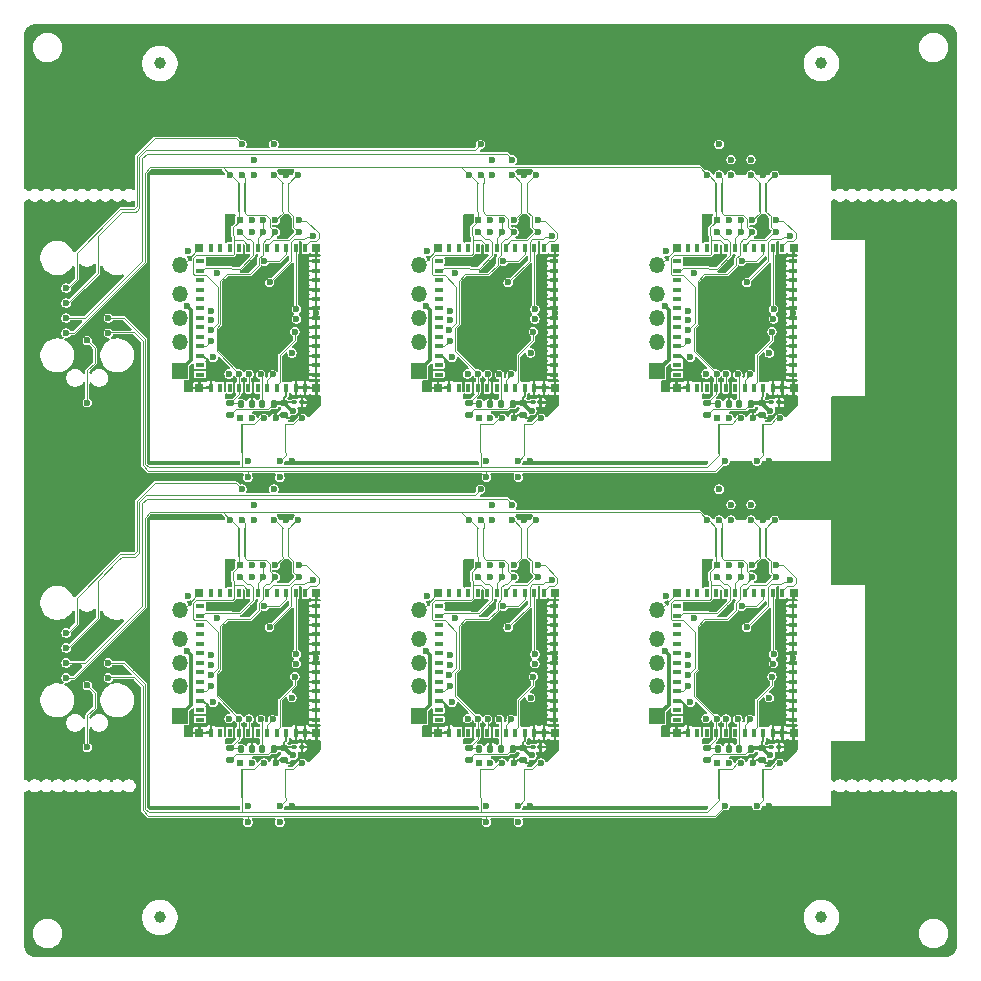
<source format=gbl>
G04 #@! TF.GenerationSoftware,KiCad,Pcbnew,9.0.0-9.0.0-2~ubuntu24.04.1*
G04 #@! TF.CreationDate,2025-03-16T16:10:10-04:00*
G04 #@! TF.ProjectId,panel9,70616e65-6c39-42e6-9b69-6361645f7063,rev?*
G04 #@! TF.SameCoordinates,Original*
G04 #@! TF.FileFunction,Copper,L4,Bot*
G04 #@! TF.FilePolarity,Positive*
%FSLAX46Y46*%
G04 Gerber Fmt 4.6, Leading zero omitted, Abs format (unit mm)*
G04 Created by KiCad (PCBNEW 9.0.0-9.0.0-2~ubuntu24.04.1) date 2025-03-16 16:10:10*
%MOMM*%
%LPD*%
G01*
G04 APERTURE LIST*
G04 Aperture macros list*
%AMRoundRect*
0 Rectangle with rounded corners*
0 $1 Rounding radius*
0 $2 $3 $4 $5 $6 $7 $8 $9 X,Y pos of 4 corners*
0 Add a 4 corners polygon primitive as box body*
4,1,4,$2,$3,$4,$5,$6,$7,$8,$9,$2,$3,0*
0 Add four circle primitives for the rounded corners*
1,1,$1+$1,$2,$3*
1,1,$1+$1,$4,$5*
1,1,$1+$1,$6,$7*
1,1,$1+$1,$8,$9*
0 Add four rect primitives between the rounded corners*
20,1,$1+$1,$2,$3,$4,$5,0*
20,1,$1+$1,$4,$5,$6,$7,0*
20,1,$1+$1,$6,$7,$8,$9,0*
20,1,$1+$1,$8,$9,$2,$3,0*%
%AMFreePoly0*
4,1,6,0.725000,-0.725000,-0.125000,-0.725000,-0.725000,-0.125000,-0.725000,0.725000,0.725000,0.725000,0.725000,-0.725000,0.725000,-0.725000,$1*%
G04 Aperture macros list end*
G04 #@! TA.AperFunction,EtchedComponent*
%ADD10C,0.000000*%
G04 #@! TD*
G04 #@! TA.AperFunction,ComponentPad*
%ADD11R,0.600000X0.600000*%
G04 #@! TD*
G04 #@! TA.AperFunction,ComponentPad*
%ADD12O,0.600000X0.600000*%
G04 #@! TD*
G04 #@! TA.AperFunction,CastellatedPad*
%ADD13R,1.350000X1.350000*%
G04 #@! TD*
G04 #@! TA.AperFunction,CastellatedPad*
%ADD14O,1.350000X1.350000*%
G04 #@! TD*
G04 #@! TA.AperFunction,ComponentPad*
%ADD15C,0.600000*%
G04 #@! TD*
G04 #@! TA.AperFunction,SMDPad,CuDef*
%ADD16C,0.120000*%
G04 #@! TD*
G04 #@! TA.AperFunction,SMDPad,CuDef*
%ADD17RoundRect,0.100000X-0.130000X-0.100000X0.130000X-0.100000X0.130000X0.100000X-0.130000X0.100000X0*%
G04 #@! TD*
G04 #@! TA.AperFunction,SMDPad,CuDef*
%ADD18R,0.400000X0.800000*%
G04 #@! TD*
G04 #@! TA.AperFunction,SMDPad,CuDef*
%ADD19R,0.800000X0.400000*%
G04 #@! TD*
G04 #@! TA.AperFunction,SMDPad,CuDef*
%ADD20R,1.450000X1.450000*%
G04 #@! TD*
G04 #@! TA.AperFunction,SMDPad,CuDef*
%ADD21FreePoly0,90.000000*%
G04 #@! TD*
G04 #@! TA.AperFunction,SMDPad,CuDef*
%ADD22R,0.700000X0.700000*%
G04 #@! TD*
G04 #@! TA.AperFunction,SMDPad,CuDef*
%ADD23RoundRect,0.135000X-0.185000X0.135000X-0.185000X-0.135000X0.185000X-0.135000X0.185000X0.135000X0*%
G04 #@! TD*
G04 #@! TA.AperFunction,SMDPad,CuDef*
%ADD24RoundRect,0.135000X-0.135000X-0.185000X0.135000X-0.185000X0.135000X0.185000X-0.135000X0.185000X0*%
G04 #@! TD*
G04 #@! TA.AperFunction,SMDPad,CuDef*
%ADD25C,1.000000*%
G04 #@! TD*
G04 #@! TA.AperFunction,SMDPad,CuDef*
%ADD26RoundRect,0.140000X-0.170000X0.140000X-0.170000X-0.140000X0.170000X-0.140000X0.170000X0.140000X0*%
G04 #@! TD*
G04 #@! TA.AperFunction,SMDPad,CuDef*
%ADD27O,0.600000X0.600000*%
G04 #@! TD*
G04 #@! TA.AperFunction,SMDPad,CuDef*
%ADD28RoundRect,0.140000X-0.140000X-0.170000X0.140000X-0.170000X0.140000X0.170000X-0.140000X0.170000X0*%
G04 #@! TD*
G04 #@! TA.AperFunction,ViaPad*
%ADD29C,0.600000*%
G04 #@! TD*
G04 #@! TA.AperFunction,Conductor*
%ADD30C,0.120000*%
G04 #@! TD*
G04 #@! TA.AperFunction,Conductor*
%ADD31C,0.200000*%
G04 #@! TD*
G04 #@! TA.AperFunction,Conductor*
%ADD32C,0.380000*%
G04 #@! TD*
G04 APERTURE END LIST*
D10*
G04 #@! TA.AperFunction,EtchedComponent*
G04 #@! TO.C,REF\u002A\u002A*
G36*
X42660000Y-14450000D02*
G01*
X42540000Y-14450000D01*
X42540000Y-13950000D01*
X42660000Y-13950000D01*
X42660000Y-14450000D01*
G37*
G04 #@! TD.AperFunction*
G04 #@! TA.AperFunction,EtchedComponent*
G36*
X22710000Y-66050000D02*
G01*
X22590000Y-66050000D01*
X22590000Y-65550000D01*
X22710000Y-65550000D01*
X22710000Y-66050000D01*
G37*
G04 #@! TD.AperFunction*
G04 #@! TA.AperFunction,EtchedComponent*
G36*
X63360000Y-43650000D02*
G01*
X63240000Y-43650000D01*
X63240000Y-43150000D01*
X63360000Y-43150000D01*
X63360000Y-43650000D01*
G37*
G04 #@! TD.AperFunction*
G04 #@! TA.AperFunction,EtchedComponent*
G36*
X59660000Y-14450000D02*
G01*
X59540000Y-14450000D01*
X59540000Y-13950000D01*
X59660000Y-13950000D01*
X59660000Y-14450000D01*
G37*
G04 #@! TD.AperFunction*
G04 #@! TA.AperFunction,EtchedComponent*
G36*
X42660000Y-43650000D02*
G01*
X42540000Y-43650000D01*
X42540000Y-43150000D01*
X42660000Y-43150000D01*
X42660000Y-43650000D01*
G37*
G04 #@! TD.AperFunction*
G04 #@! TA.AperFunction,EtchedComponent*
G36*
X43160000Y-43650000D02*
G01*
X43040000Y-43650000D01*
X43040000Y-43150000D01*
X43160000Y-43150000D01*
X43160000Y-43650000D01*
G37*
G04 #@! TD.AperFunction*
G04 #@! TA.AperFunction,EtchedComponent*
G04 #@! TO.C,NT4*
G36*
X22460000Y-16400000D02*
G01*
X22340000Y-16400000D01*
X22340000Y-14400000D01*
X22460000Y-14400000D01*
X22460000Y-16400000D01*
G37*
G04 #@! TD.AperFunction*
G04 #@! TA.AperFunction,EtchedComponent*
G04 #@! TO.C,REF\u002A\u002A*
G36*
X19260000Y-43650000D02*
G01*
X19140000Y-43650000D01*
X19140000Y-43150000D01*
X19260000Y-43150000D01*
X19260000Y-43650000D01*
G37*
G04 #@! TD.AperFunction*
G04 #@! TA.AperFunction,EtchedComponent*
G04 #@! TO.C,NT5*
G36*
X19260000Y-16400000D02*
G01*
X19140000Y-16400000D01*
X19140000Y-14400000D01*
X19260000Y-14400000D01*
X19260000Y-16400000D01*
G37*
G04 #@! TD.AperFunction*
G04 #@! TA.AperFunction,EtchedComponent*
G04 #@! TO.C,REF\u002A\u002A*
G36*
X22960000Y-14450000D02*
G01*
X22840000Y-14450000D01*
X22840000Y-13950000D01*
X22960000Y-13950000D01*
X22960000Y-14450000D01*
G37*
G04 #@! TD.AperFunction*
G04 #@! TA.AperFunction,EtchedComponent*
G04 #@! TO.C,NT12*
G36*
X22710000Y-36400000D02*
G01*
X22590000Y-36400000D01*
X22590000Y-34400000D01*
X22710000Y-34400000D01*
X22710000Y-36400000D01*
G37*
G04 #@! TD.AperFunction*
G04 #@! TA.AperFunction,EtchedComponent*
G04 #@! TO.C,NT4*
G36*
X62860000Y-45600000D02*
G01*
X62740000Y-45600000D01*
X62740000Y-43600000D01*
X62860000Y-43600000D01*
X62860000Y-45600000D01*
G37*
G04 #@! TD.AperFunction*
G04 #@! TA.AperFunction,EtchedComponent*
G04 #@! TO.C,NT7*
G36*
X43160000Y-45600000D02*
G01*
X43040000Y-45600000D01*
X43040000Y-43600000D01*
X43160000Y-43600000D01*
X43160000Y-45600000D01*
G37*
G04 #@! TD.AperFunction*
G04 #@! TA.AperFunction,EtchedComponent*
G04 #@! TO.C,REF\u002A\u002A*
G36*
X19010000Y-36850000D02*
G01*
X18890000Y-36850000D01*
X18890000Y-36350000D01*
X19010000Y-36350000D01*
X19010000Y-36850000D01*
G37*
G04 #@! TD.AperFunction*
G04 #@! TA.AperFunction,EtchedComponent*
G36*
X43160000Y-14450000D02*
G01*
X43040000Y-14450000D01*
X43040000Y-13950000D01*
X43160000Y-13950000D01*
X43160000Y-14450000D01*
G37*
G04 #@! TD.AperFunction*
G04 #@! TA.AperFunction,EtchedComponent*
G04 #@! TO.C,NT11*
G36*
X59410000Y-36400000D02*
G01*
X59290000Y-36400000D01*
X59290000Y-34400000D01*
X59410000Y-34400000D01*
X59410000Y-36400000D01*
G37*
G04 #@! TD.AperFunction*
G04 #@! TA.AperFunction,EtchedComponent*
G04 #@! TO.C,REF\u002A\u002A*
G36*
X19010000Y-66050000D02*
G01*
X18890000Y-66050000D01*
X18890000Y-65550000D01*
X19010000Y-65550000D01*
X19010000Y-66050000D01*
G37*
G04 #@! TD.AperFunction*
G04 #@! TA.AperFunction,EtchedComponent*
G04 #@! TO.C,NT11*
G36*
X19010000Y-36400000D02*
G01*
X18890000Y-36400000D01*
X18890000Y-34400000D01*
X19010000Y-34400000D01*
X19010000Y-36400000D01*
G37*
G04 #@! TD.AperFunction*
G04 #@! TA.AperFunction,EtchedComponent*
G04 #@! TO.C,REF\u002A\u002A*
G36*
X39210000Y-66050000D02*
G01*
X39090000Y-66050000D01*
X39090000Y-65550000D01*
X39210000Y-65550000D01*
X39210000Y-66050000D01*
G37*
G04 #@! TD.AperFunction*
G04 #@! TA.AperFunction,EtchedComponent*
G04 #@! TO.C,NT1*
G36*
X38960000Y-16400000D02*
G01*
X38840000Y-16400000D01*
X38840000Y-14400000D01*
X38960000Y-14400000D01*
X38960000Y-16400000D01*
G37*
G04 #@! TD.AperFunction*
G04 #@! TA.AperFunction,EtchedComponent*
G04 #@! TO.C,NT11*
G36*
X39210000Y-36400000D02*
G01*
X39090000Y-36400000D01*
X39090000Y-34400000D01*
X39210000Y-34400000D01*
X39210000Y-36400000D01*
G37*
G04 #@! TD.AperFunction*
G04 #@! TA.AperFunction,EtchedComponent*
G04 #@! TO.C,REF\u002A\u002A*
G36*
X22460000Y-43650000D02*
G01*
X22340000Y-43650000D01*
X22340000Y-43150000D01*
X22460000Y-43150000D01*
X22460000Y-43650000D01*
G37*
G04 #@! TD.AperFunction*
G04 #@! TA.AperFunction,EtchedComponent*
G36*
X59160000Y-43650000D02*
G01*
X59040000Y-43650000D01*
X59040000Y-43150000D01*
X59160000Y-43150000D01*
X59160000Y-43650000D01*
G37*
G04 #@! TD.AperFunction*
G04 #@! TA.AperFunction,EtchedComponent*
G04 #@! TO.C,NT1*
G36*
X18760000Y-16400000D02*
G01*
X18640000Y-16400000D01*
X18640000Y-14400000D01*
X18760000Y-14400000D01*
X18760000Y-16400000D01*
G37*
G04 #@! TD.AperFunction*
G04 #@! TA.AperFunction,EtchedComponent*
G36*
X59160000Y-16400000D02*
G01*
X59040000Y-16400000D01*
X59040000Y-14400000D01*
X59160000Y-14400000D01*
X59160000Y-16400000D01*
G37*
G04 #@! TD.AperFunction*
G04 #@! TA.AperFunction,EtchedComponent*
G04 #@! TO.C,NT5*
G36*
X39460000Y-45600000D02*
G01*
X39340000Y-45600000D01*
X39340000Y-43600000D01*
X39460000Y-43600000D01*
X39460000Y-45600000D01*
G37*
G04 #@! TD.AperFunction*
G04 #@! TA.AperFunction,EtchedComponent*
G04 #@! TO.C,REF\u002A\u002A*
G36*
X59160000Y-14450000D02*
G01*
X59040000Y-14450000D01*
X59040000Y-13950000D01*
X59160000Y-13950000D01*
X59160000Y-14450000D01*
G37*
G04 #@! TD.AperFunction*
G04 #@! TA.AperFunction,EtchedComponent*
G04 #@! TO.C,NT12*
G36*
X42910000Y-36400000D02*
G01*
X42790000Y-36400000D01*
X42790000Y-34400000D01*
X42910000Y-34400000D01*
X42910000Y-36400000D01*
G37*
G04 #@! TD.AperFunction*
G04 #@! TA.AperFunction,EtchedComponent*
G04 #@! TO.C,NT4*
G36*
X42660000Y-45600000D02*
G01*
X42540000Y-45600000D01*
X42540000Y-43600000D01*
X42660000Y-43600000D01*
X42660000Y-45600000D01*
G37*
G04 #@! TD.AperFunction*
G04 #@! TA.AperFunction,EtchedComponent*
G04 #@! TO.C,NT1*
G36*
X38960000Y-45600000D02*
G01*
X38840000Y-45600000D01*
X38840000Y-43600000D01*
X38960000Y-43600000D01*
X38960000Y-45600000D01*
G37*
G04 #@! TD.AperFunction*
G04 #@! TA.AperFunction,EtchedComponent*
G04 #@! TO.C,NT7*
G36*
X22960000Y-16400000D02*
G01*
X22840000Y-16400000D01*
X22840000Y-14400000D01*
X22960000Y-14400000D01*
X22960000Y-16400000D01*
G37*
G04 #@! TD.AperFunction*
G04 #@! TA.AperFunction,EtchedComponent*
G04 #@! TO.C,NT11*
G36*
X39210000Y-65600000D02*
G01*
X39090000Y-65600000D01*
X39090000Y-63600000D01*
X39210000Y-63600000D01*
X39210000Y-65600000D01*
G37*
G04 #@! TD.AperFunction*
G04 #@! TA.AperFunction,EtchedComponent*
G04 #@! TO.C,NT7*
G36*
X22960000Y-45600000D02*
G01*
X22840000Y-45600000D01*
X22840000Y-43600000D01*
X22960000Y-43600000D01*
X22960000Y-45600000D01*
G37*
G04 #@! TD.AperFunction*
G04 #@! TA.AperFunction,EtchedComponent*
G04 #@! TO.C,REF\u002A\u002A*
G36*
X22460000Y-14450000D02*
G01*
X22340000Y-14450000D01*
X22340000Y-13950000D01*
X22460000Y-13950000D01*
X22460000Y-14450000D01*
G37*
G04 #@! TD.AperFunction*
G04 #@! TA.AperFunction,EtchedComponent*
G04 #@! TO.C,NT5*
G36*
X39460000Y-16400000D02*
G01*
X39340000Y-16400000D01*
X39340000Y-14400000D01*
X39460000Y-14400000D01*
X39460000Y-16400000D01*
G37*
G04 #@! TD.AperFunction*
G04 #@! TA.AperFunction,EtchedComponent*
G04 #@! TO.C,REF\u002A\u002A*
G36*
X62860000Y-14450000D02*
G01*
X62740000Y-14450000D01*
X62740000Y-13950000D01*
X62860000Y-13950000D01*
X62860000Y-14450000D01*
G37*
G04 #@! TD.AperFunction*
G04 #@! TA.AperFunction,EtchedComponent*
G36*
X42910000Y-36900000D02*
G01*
X42790000Y-36900000D01*
X42790000Y-36400000D01*
X42910000Y-36400000D01*
X42910000Y-36900000D01*
G37*
G04 #@! TD.AperFunction*
G04 #@! TA.AperFunction,EtchedComponent*
G04 #@! TO.C,NT5*
G36*
X19260000Y-45600000D02*
G01*
X19140000Y-45600000D01*
X19140000Y-43600000D01*
X19260000Y-43600000D01*
X19260000Y-45600000D01*
G37*
G04 #@! TD.AperFunction*
G04 #@! TA.AperFunction,EtchedComponent*
G04 #@! TO.C,REF\u002A\u002A*
G36*
X63360000Y-14450000D02*
G01*
X63240000Y-14450000D01*
X63240000Y-13950000D01*
X63360000Y-13950000D01*
X63360000Y-14450000D01*
G37*
G04 #@! TD.AperFunction*
G04 #@! TA.AperFunction,EtchedComponent*
G04 #@! TO.C,NT7*
G36*
X63360000Y-45600000D02*
G01*
X63240000Y-45600000D01*
X63240000Y-43600000D01*
X63360000Y-43600000D01*
X63360000Y-45600000D01*
G37*
G04 #@! TD.AperFunction*
G04 #@! TA.AperFunction,EtchedComponent*
G04 #@! TO.C,NT1*
G36*
X18760000Y-45600000D02*
G01*
X18640000Y-45600000D01*
X18640000Y-43600000D01*
X18760000Y-43600000D01*
X18760000Y-45600000D01*
G37*
G04 #@! TD.AperFunction*
G04 #@! TA.AperFunction,EtchedComponent*
G04 #@! TO.C,REF\u002A\u002A*
G36*
X59410000Y-36900000D02*
G01*
X59290000Y-36900000D01*
X59290000Y-36400000D01*
X59410000Y-36400000D01*
X59410000Y-36900000D01*
G37*
G04 #@! TD.AperFunction*
G04 #@! TA.AperFunction,EtchedComponent*
G36*
X63110000Y-66050000D02*
G01*
X62990000Y-66050000D01*
X62990000Y-65550000D01*
X63110000Y-65550000D01*
X63110000Y-66050000D01*
G37*
G04 #@! TD.AperFunction*
G04 #@! TA.AperFunction,EtchedComponent*
G36*
X22960000Y-43650000D02*
G01*
X22840000Y-43650000D01*
X22840000Y-43150000D01*
X22960000Y-43150000D01*
X22960000Y-43650000D01*
G37*
G04 #@! TD.AperFunction*
G04 #@! TA.AperFunction,EtchedComponent*
G04 #@! TO.C,NT11*
G36*
X59410000Y-65600000D02*
G01*
X59290000Y-65600000D01*
X59290000Y-63600000D01*
X59410000Y-63600000D01*
X59410000Y-65600000D01*
G37*
G04 #@! TD.AperFunction*
G04 #@! TA.AperFunction,EtchedComponent*
G04 #@! TO.C,REF\u002A\u002A*
G36*
X63110000Y-36850000D02*
G01*
X62990000Y-36850000D01*
X62990000Y-36350000D01*
X63110000Y-36350000D01*
X63110000Y-36850000D01*
G37*
G04 #@! TD.AperFunction*
G04 #@! TA.AperFunction,EtchedComponent*
G04 #@! TO.C,NT12*
G36*
X22710000Y-65600000D02*
G01*
X22590000Y-65600000D01*
X22590000Y-63600000D01*
X22710000Y-63600000D01*
X22710000Y-65600000D01*
G37*
G04 #@! TD.AperFunction*
G04 #@! TA.AperFunction,EtchedComponent*
G04 #@! TO.C,NT4*
G36*
X62860000Y-16400000D02*
G01*
X62740000Y-16400000D01*
X62740000Y-14400000D01*
X62860000Y-14400000D01*
X62860000Y-16400000D01*
G37*
G04 #@! TD.AperFunction*
G04 #@! TA.AperFunction,EtchedComponent*
G04 #@! TO.C,NT11*
G36*
X19010000Y-65600000D02*
G01*
X18890000Y-65600000D01*
X18890000Y-63600000D01*
X19010000Y-63600000D01*
X19010000Y-65600000D01*
G37*
G04 #@! TD.AperFunction*
G04 #@! TA.AperFunction,EtchedComponent*
G04 #@! TO.C,NT5*
G36*
X59660000Y-16400000D02*
G01*
X59540000Y-16400000D01*
X59540000Y-14400000D01*
X59660000Y-14400000D01*
X59660000Y-16400000D01*
G37*
G04 #@! TD.AperFunction*
G04 #@! TA.AperFunction,EtchedComponent*
G04 #@! TO.C,REF\u002A\u002A*
G36*
X59660000Y-43650000D02*
G01*
X59540000Y-43650000D01*
X59540000Y-43150000D01*
X59660000Y-43150000D01*
X59660000Y-43650000D01*
G37*
G04 #@! TD.AperFunction*
G04 #@! TA.AperFunction,EtchedComponent*
G04 #@! TO.C,NT12*
G36*
X63110000Y-65600000D02*
G01*
X62990000Y-65600000D01*
X62990000Y-63600000D01*
X63110000Y-63600000D01*
X63110000Y-65600000D01*
G37*
G04 #@! TD.AperFunction*
G04 #@! TA.AperFunction,EtchedComponent*
G36*
X63110000Y-36400000D02*
G01*
X62990000Y-36400000D01*
X62990000Y-34400000D01*
X63110000Y-34400000D01*
X63110000Y-36400000D01*
G37*
G04 #@! TD.AperFunction*
G04 #@! TA.AperFunction,EtchedComponent*
G04 #@! TO.C,REF\u002A\u002A*
G36*
X18760000Y-43650000D02*
G01*
X18640000Y-43650000D01*
X18640000Y-43150000D01*
X18760000Y-43150000D01*
X18760000Y-43650000D01*
G37*
G04 #@! TD.AperFunction*
G04 #@! TA.AperFunction,EtchedComponent*
G04 #@! TO.C,NT1*
G36*
X59160000Y-45600000D02*
G01*
X59040000Y-45600000D01*
X59040000Y-43600000D01*
X59160000Y-43600000D01*
X59160000Y-45600000D01*
G37*
G04 #@! TD.AperFunction*
G04 #@! TA.AperFunction,EtchedComponent*
G04 #@! TO.C,REF\u002A\u002A*
G36*
X62860000Y-43650000D02*
G01*
X62740000Y-43650000D01*
X62740000Y-43150000D01*
X62860000Y-43150000D01*
X62860000Y-43650000D01*
G37*
G04 #@! TD.AperFunction*
G04 #@! TA.AperFunction,EtchedComponent*
G04 #@! TO.C,NT4*
G36*
X42660000Y-16400000D02*
G01*
X42540000Y-16400000D01*
X42540000Y-14400000D01*
X42660000Y-14400000D01*
X42660000Y-16400000D01*
G37*
G04 #@! TD.AperFunction*
G04 #@! TA.AperFunction,EtchedComponent*
G36*
X22460000Y-45600000D02*
G01*
X22340000Y-45600000D01*
X22340000Y-43600000D01*
X22460000Y-43600000D01*
X22460000Y-45600000D01*
G37*
G04 #@! TD.AperFunction*
G04 #@! TA.AperFunction,EtchedComponent*
G04 #@! TO.C,NT12*
G36*
X42910000Y-65600000D02*
G01*
X42790000Y-65600000D01*
X42790000Y-63600000D01*
X42910000Y-63600000D01*
X42910000Y-65600000D01*
G37*
G04 #@! TD.AperFunction*
G04 #@! TA.AperFunction,EtchedComponent*
G04 #@! TO.C,REF\u002A\u002A*
G36*
X39210000Y-36850000D02*
G01*
X39090000Y-36850000D01*
X39090000Y-36350000D01*
X39210000Y-36350000D01*
X39210000Y-36850000D01*
G37*
G04 #@! TD.AperFunction*
G04 #@! TA.AperFunction,EtchedComponent*
G36*
X38960000Y-43650000D02*
G01*
X38840000Y-43650000D01*
X38840000Y-43150000D01*
X38960000Y-43150000D01*
X38960000Y-43650000D01*
G37*
G04 #@! TD.AperFunction*
G04 #@! TA.AperFunction,EtchedComponent*
G36*
X42910000Y-66100000D02*
G01*
X42790000Y-66100000D01*
X42790000Y-65600000D01*
X42910000Y-65600000D01*
X42910000Y-66100000D01*
G37*
G04 #@! TD.AperFunction*
G04 #@! TA.AperFunction,EtchedComponent*
G36*
X18760000Y-14450000D02*
G01*
X18640000Y-14450000D01*
X18640000Y-13950000D01*
X18760000Y-13950000D01*
X18760000Y-14450000D01*
G37*
G04 #@! TD.AperFunction*
G04 #@! TA.AperFunction,EtchedComponent*
G36*
X59410000Y-66100000D02*
G01*
X59290000Y-66100000D01*
X59290000Y-65600000D01*
X59410000Y-65600000D01*
X59410000Y-66100000D01*
G37*
G04 #@! TD.AperFunction*
G04 #@! TA.AperFunction,EtchedComponent*
G36*
X39460000Y-43650000D02*
G01*
X39340000Y-43650000D01*
X39340000Y-43150000D01*
X39460000Y-43150000D01*
X39460000Y-43650000D01*
G37*
G04 #@! TD.AperFunction*
G04 #@! TA.AperFunction,EtchedComponent*
G36*
X19260000Y-14450000D02*
G01*
X19140000Y-14450000D01*
X19140000Y-13950000D01*
X19260000Y-13950000D01*
X19260000Y-14450000D01*
G37*
G04 #@! TD.AperFunction*
G04 #@! TA.AperFunction,EtchedComponent*
G04 #@! TO.C,NT7*
G36*
X43160000Y-16400000D02*
G01*
X43040000Y-16400000D01*
X43040000Y-14400000D01*
X43160000Y-14400000D01*
X43160000Y-16400000D01*
G37*
G04 #@! TD.AperFunction*
G04 #@! TA.AperFunction,EtchedComponent*
G04 #@! TO.C,NT5*
G36*
X59660000Y-45600000D02*
G01*
X59540000Y-45600000D01*
X59540000Y-43600000D01*
X59660000Y-43600000D01*
X59660000Y-45600000D01*
G37*
G04 #@! TD.AperFunction*
G04 #@! TA.AperFunction,EtchedComponent*
G04 #@! TO.C,REF\u002A\u002A*
G36*
X38960000Y-14450000D02*
G01*
X38840000Y-14450000D01*
X38840000Y-13950000D01*
X38960000Y-13950000D01*
X38960000Y-14450000D01*
G37*
G04 #@! TD.AperFunction*
G04 #@! TA.AperFunction,EtchedComponent*
G36*
X39460000Y-14450000D02*
G01*
X39340000Y-14450000D01*
X39340000Y-13950000D01*
X39460000Y-13950000D01*
X39460000Y-14450000D01*
G37*
G04 #@! TD.AperFunction*
G04 #@! TA.AperFunction,EtchedComponent*
G36*
X22710000Y-36850000D02*
G01*
X22590000Y-36850000D01*
X22590000Y-36350000D01*
X22710000Y-36350000D01*
X22710000Y-36850000D01*
G37*
G04 #@! TD.AperFunction*
G04 #@! TA.AperFunction,EtchedComponent*
G04 #@! TO.C,NT7*
G36*
X63360000Y-16400000D02*
G01*
X63240000Y-16400000D01*
X63240000Y-14400000D01*
X63360000Y-14400000D01*
X63360000Y-16400000D01*
G37*
G04 #@! TD.AperFunction*
G04 #@! TD*
D11*
G04 #@! TO.P,J3,1,Pin_1*
G04 #@! TO.N,Board_0-/VBUS_TP*
X18790000Y-33900000D03*
D12*
G04 #@! TO.P,J3,2,Pin_2*
G04 #@! TO.N,Board_0-/D-_TP*
X19790000Y-33900000D03*
G04 #@! TO.P,J3,3,Pin_3*
G04 #@! TO.N,Board_0-/D+_TP*
X20790000Y-33900000D03*
G04 #@! TO.P,J3,4,Pin_4*
G04 #@! TO.N,Board_0-GND*
X21790000Y-33900000D03*
G04 #@! TD*
D13*
G04 #@! TO.P,J1,1,Pin_1*
G04 #@! TO.N,Board_2-/VBUS_TP*
X54100000Y-29900000D03*
D14*
G04 #@! TO.P,J1,2,Pin_2*
G04 #@! TO.N,Board_2-/D-_TP*
X54100000Y-27400000D03*
G04 #@! TO.P,J1,3,Pin_3*
G04 #@! TO.N,Board_2-/D+_TP*
X54100000Y-25400000D03*
G04 #@! TO.P,J1,4,Pin_4*
G04 #@! TO.N,Board_2-unconnected-(J1-Pin_4-Pad4)*
X54100000Y-23400000D03*
G04 #@! TO.P,J1,5,Pin_5*
G04 #@! TO.N,Board_2-GND*
X54100000Y-20900000D03*
G04 #@! TD*
D11*
G04 #@! TO.P,J3,1,Pin_1*
G04 #@! TO.N,Board_1-/VBUS_TP*
X38990000Y-33900000D03*
D12*
G04 #@! TO.P,J3,2,Pin_2*
G04 #@! TO.N,Board_1-/D-_TP*
X39990000Y-33900000D03*
G04 #@! TO.P,J3,3,Pin_3*
G04 #@! TO.N,Board_1-/D+_TP*
X40990000Y-33900000D03*
G04 #@! TO.P,J3,4,Pin_4*
G04 #@! TO.N,Board_1-GND*
X41990000Y-33900000D03*
G04 #@! TD*
D15*
G04 #@! TO.P,J4,1,Pin_1*
G04 #@! TO.N,Board_0-/BTN*
X24070000Y-33900000D03*
G04 #@! TD*
D13*
G04 #@! TO.P,J1,1,Pin_1*
G04 #@! TO.N,Board_5-/VBUS_TP*
X54100000Y-59100000D03*
D14*
G04 #@! TO.P,J1,2,Pin_2*
G04 #@! TO.N,Board_5-/D-_TP*
X54100000Y-56600000D03*
G04 #@! TO.P,J1,3,Pin_3*
G04 #@! TO.N,Board_5-/D+_TP*
X54100000Y-54600000D03*
G04 #@! TO.P,J1,4,Pin_4*
G04 #@! TO.N,Board_5-unconnected-(J1-Pin_4-Pad4)*
X54100000Y-52600000D03*
G04 #@! TO.P,J1,5,Pin_5*
G04 #@! TO.N,Board_5-GND*
X54100000Y-50100000D03*
G04 #@! TD*
D13*
G04 #@! TO.P,J1,1,Pin_1*
G04 #@! TO.N,Board_4-/VBUS_TP*
X33900000Y-59100000D03*
D14*
G04 #@! TO.P,J1,2,Pin_2*
G04 #@! TO.N,Board_4-/D-_TP*
X33900000Y-56600000D03*
G04 #@! TO.P,J1,3,Pin_3*
G04 #@! TO.N,Board_4-/D+_TP*
X33900000Y-54600000D03*
G04 #@! TO.P,J1,4,Pin_4*
G04 #@! TO.N,Board_4-unconnected-(J1-Pin_4-Pad4)*
X33900000Y-52600000D03*
G04 #@! TO.P,J1,5,Pin_5*
G04 #@! TO.N,Board_4-GND*
X33900000Y-50100000D03*
G04 #@! TD*
D13*
G04 #@! TO.P,J1,1,Pin_1*
G04 #@! TO.N,Board_0-/VBUS_TP*
X13700000Y-29900000D03*
D14*
G04 #@! TO.P,J1,2,Pin_2*
G04 #@! TO.N,Board_0-/D-_TP*
X13700000Y-27400000D03*
G04 #@! TO.P,J1,3,Pin_3*
G04 #@! TO.N,Board_0-/D+_TP*
X13700000Y-25400000D03*
G04 #@! TO.P,J1,4,Pin_4*
G04 #@! TO.N,Board_0-unconnected-(J1-Pin_4-Pad4)*
X13700000Y-23400000D03*
G04 #@! TO.P,J1,5,Pin_5*
G04 #@! TO.N,Board_0-GND*
X13700000Y-20900000D03*
G04 #@! TD*
D13*
G04 #@! TO.P,J1,1,Pin_1*
G04 #@! TO.N,Board_1-/VBUS_TP*
X33900000Y-29900000D03*
D14*
G04 #@! TO.P,J1,2,Pin_2*
G04 #@! TO.N,Board_1-/D-_TP*
X33900000Y-27400000D03*
G04 #@! TO.P,J1,3,Pin_3*
G04 #@! TO.N,Board_1-/D+_TP*
X33900000Y-25400000D03*
G04 #@! TO.P,J1,4,Pin_4*
G04 #@! TO.N,Board_1-unconnected-(J1-Pin_4-Pad4)*
X33900000Y-23400000D03*
G04 #@! TO.P,J1,5,Pin_5*
G04 #@! TO.N,Board_1-GND*
X33900000Y-20900000D03*
G04 #@! TD*
D11*
G04 #@! TO.P,J3,1,Pin_1*
G04 #@! TO.N,Board_4-/VBUS_TP*
X38990000Y-63100000D03*
D12*
G04 #@! TO.P,J3,2,Pin_2*
G04 #@! TO.N,Board_4-/D-_TP*
X39990000Y-63100000D03*
G04 #@! TO.P,J3,3,Pin_3*
G04 #@! TO.N,Board_4-/D+_TP*
X40990000Y-63100000D03*
G04 #@! TO.P,J3,4,Pin_4*
G04 #@! TO.N,Board_4-GND*
X41990000Y-63100000D03*
G04 #@! TD*
D15*
G04 #@! TO.P,J4,1,Pin_1*
G04 #@! TO.N,Board_1-/BTN*
X44270000Y-33900000D03*
G04 #@! TD*
G04 #@! TO.P,J4,1,Pin_1*
G04 #@! TO.N,Board_4-/BTN*
X44270000Y-63100000D03*
G04 #@! TD*
D11*
G04 #@! TO.P,J3,1,Pin_1*
G04 #@! TO.N,Board_5-/VBUS_TP*
X59190000Y-63100000D03*
D12*
G04 #@! TO.P,J3,2,Pin_2*
G04 #@! TO.N,Board_5-/D-_TP*
X60190000Y-63100000D03*
G04 #@! TO.P,J3,3,Pin_3*
G04 #@! TO.N,Board_5-/D+_TP*
X61190000Y-63100000D03*
G04 #@! TO.P,J3,4,Pin_4*
G04 #@! TO.N,Board_5-GND*
X62190000Y-63100000D03*
G04 #@! TD*
D15*
G04 #@! TO.P,J4,1,Pin_1*
G04 #@! TO.N,Board_3-/BTN*
X24070000Y-63100000D03*
G04 #@! TD*
G04 #@! TO.P,J4,1,Pin_1*
G04 #@! TO.N,Board_5-/BTN*
X64470000Y-63100000D03*
G04 #@! TD*
D11*
G04 #@! TO.P,J3,1,Pin_1*
G04 #@! TO.N,Board_3-/VBUS_TP*
X18790000Y-63100000D03*
D12*
G04 #@! TO.P,J3,2,Pin_2*
G04 #@! TO.N,Board_3-/D-_TP*
X19790000Y-63100000D03*
G04 #@! TO.P,J3,3,Pin_3*
G04 #@! TO.N,Board_3-/D+_TP*
X20790000Y-63100000D03*
G04 #@! TO.P,J3,4,Pin_4*
G04 #@! TO.N,Board_3-GND*
X21790000Y-63100000D03*
G04 #@! TD*
D15*
G04 #@! TO.P,J4,1,Pin_1*
G04 #@! TO.N,Board_2-/BTN*
X64470000Y-33900000D03*
G04 #@! TD*
D11*
G04 #@! TO.P,J3,1,Pin_1*
G04 #@! TO.N,Board_2-/VBUS_TP*
X59190000Y-33900000D03*
D12*
G04 #@! TO.P,J3,2,Pin_2*
G04 #@! TO.N,Board_2-/D-_TP*
X60190000Y-33900000D03*
G04 #@! TO.P,J3,3,Pin_3*
G04 #@! TO.N,Board_2-/D+_TP*
X61190000Y-33900000D03*
G04 #@! TO.P,J3,4,Pin_4*
G04 #@! TO.N,Board_2-GND*
X62190000Y-33900000D03*
G04 #@! TD*
D13*
G04 #@! TO.P,J1,1,Pin_1*
G04 #@! TO.N,Board_3-/VBUS_TP*
X13700000Y-59100000D03*
D14*
G04 #@! TO.P,J1,2,Pin_2*
G04 #@! TO.N,Board_3-/D-_TP*
X13700000Y-56600000D03*
G04 #@! TO.P,J1,3,Pin_3*
G04 #@! TO.N,Board_3-/D+_TP*
X13700000Y-54600000D03*
G04 #@! TO.P,J1,4,Pin_4*
G04 #@! TO.N,Board_3-unconnected-(J1-Pin_4-Pad4)*
X13700000Y-52600000D03*
G04 #@! TO.P,J1,5,Pin_5*
G04 #@! TO.N,Board_3-GND*
X13700000Y-50100000D03*
G04 #@! TD*
D16*
G04 #@! TO.P,REF\u002A\u002A,1*
G04 #@! TO.N,N/C*
X42600000Y-14450000D03*
G04 #@! TO.P,REF\u002A\u002A,2*
G04 #@! TO.N,DUT1_EN0*
X42600000Y-13950000D03*
G04 #@! TD*
G04 #@! TO.P,REF\u002A\u002A,1*
G04 #@! TO.N,DUT_BTN_B*
X22650000Y-66050000D03*
G04 #@! TO.P,REF\u002A\u002A,2*
G04 #@! TO.N,N/C*
X22650000Y-65550000D03*
G04 #@! TD*
D17*
G04 #@! TO.P,C13,1*
G04 #@! TO.N,Board_1-+3V3*
X43580000Y-32550000D03*
G04 #@! TO.P,C13,2*
G04 #@! TO.N,Board_1-GND*
X44220000Y-32550000D03*
G04 #@! TD*
D16*
G04 #@! TO.P,REF\u002A\u002A,1*
G04 #@! TO.N,N/C*
X63300000Y-43650000D03*
G04 #@! TO.P,REF\u002A\u002A,2*
G04 #@! TO.N,DUT_TX_B*
X63300000Y-43150000D03*
G04 #@! TD*
D18*
G04 #@! TO.P,U3,1,GND*
G04 #@! TO.N,Board_0-GND*
X24300000Y-31300000D03*
G04 #@! TO.P,U3,2,GND*
X23500000Y-31300000D03*
G04 #@! TO.P,U3,3,3V3*
G04 #@! TO.N,Board_0-+3V3*
X22700000Y-31300000D03*
G04 #@! TO.P,U3,4,SENSOR_VP/GPIO36/ADC1_CH0*
G04 #@! TO.N,Board_0-/BTN*
X21900000Y-31300000D03*
G04 #@! TO.P,U3,5,SENSOR_CAPP/GPIO37/ADC1_CH1*
G04 #@! TO.N,Board_0-/HCI_CTS*
X21100000Y-31300000D03*
G04 #@! TO.P,U3,6,SENSOR_CAPN/GPIO38/ADC1_CH2*
G04 #@! TO.N,Board_0-unconnected-(U3-SENSOR_CAPN{slash}GPIO38{slash}ADC1_CH2-Pad6)*
X20300000Y-31300000D03*
G04 #@! TO.P,U3,7,SENSOR_VN/GPIO39/ADC1_CH3*
G04 #@! TO.N,Board_0-/HCI_RXD*
X19500000Y-31300000D03*
G04 #@! TO.P,U3,8,EN/CHIP_PU*
G04 #@! TO.N,Board_0-/PICO_EN*
X18700000Y-31300000D03*
G04 #@! TO.P,U3,9,VDET_1/GPIO34/ADC1_CH6*
G04 #@! TO.N,Board_0-unconnected-(U3-VDET_1{slash}GPIO34{slash}ADC1_CH6-Pad9)*
X17900000Y-31300000D03*
G04 #@! TO.P,U3,10,VDET_2/GPIO35/ADC1_CH7*
G04 #@! TO.N,Board_0-unconnected-(U3-VDET_2{slash}GPIO35{slash}ADC1_CH7-Pad10)*
X17100000Y-31300000D03*
G04 #@! TO.P,U3,11,GND*
G04 #@! TO.N,Board_0-GND*
X16300000Y-31300000D03*
D19*
G04 #@! TO.P,U3,12,32K_XP/GPIO32/ADC1_CH4*
G04 #@! TO.N,Board_0-unconnected-(U3-32K_XP{slash}GPIO32{slash}ADC1_CH4-Pad12)*
X15400000Y-30200000D03*
G04 #@! TO.P,U3,13,32K_XN/GPIO33/ADC1_CH5*
G04 #@! TO.N,Board_0-unconnected-(U3-32K_XN{slash}GPIO33{slash}ADC1_CH5-Pad13)*
X15400000Y-29400000D03*
G04 #@! TO.P,U3,14,GND*
G04 #@! TO.N,Board_0-GND*
X15400000Y-28600000D03*
G04 #@! TO.P,U3,15,GPIO25/ADC2_CH8/DAC_1*
G04 #@! TO.N,Board_0-/LED*
X15400000Y-27800000D03*
G04 #@! TO.P,U3,16,GPIO26/ADC2_CH9/DAC_2*
G04 #@! TO.N,Board_0-unconnected-(U3-GPIO26{slash}ADC2_CH9{slash}DAC_2-Pad16)*
X15400000Y-27000000D03*
G04 #@! TO.P,U3,17,GPIO27/ADC2_CH7*
G04 #@! TO.N,Board_0-unconnected-(U3-GPIO27{slash}ADC2_CH7-Pad17)*
X15400000Y-26200000D03*
G04 #@! TO.P,U3,18,MTMS/GPIO14/ADC2_CH6*
G04 #@! TO.N,Board_0-unconnected-(U3-MTMS{slash}GPIO14{slash}ADC2_CH6-Pad18)*
X15400000Y-25400000D03*
G04 #@! TO.P,U3,19,MTDI/GPIO12/ADC2_CH5*
G04 #@! TO.N,Board_0-unconnected-(U3-MTDI{slash}GPIO12{slash}ADC2_CH5-Pad19)*
X15400000Y-24600000D03*
G04 #@! TO.P,U3,20,MTCK/GPIO13/ADC2_CH4*
G04 #@! TO.N,Board_0-unconnected-(U3-MTCK{slash}GPIO13{slash}ADC2_CH4-Pad20)*
X15400000Y-23800000D03*
G04 #@! TO.P,U3,21,MTDO/GPIO15/ADC2_CH3*
G04 #@! TO.N,Board_0-unconnected-(U3-MTDO{slash}GPIO15{slash}ADC2_CH3-Pad21)*
X15400000Y-23000000D03*
G04 #@! TO.P,U3,22,GPIO2/ADC2_CH2*
G04 #@! TO.N,Board_0-unconnected-(U3-GPIO2{slash}ADC2_CH2-Pad22)*
X15400000Y-22200000D03*
G04 #@! TO.P,U3,23,GPIO0/BOOT/ADC2_CH1*
G04 #@! TO.N,Board_0-/PICO_IO0*
X15400000Y-21400000D03*
G04 #@! TO.P,U3,24,GPIO4/ADC2_CH0*
G04 #@! TO.N,Board_0-unconnected-(U3-GPIO4{slash}ADC2_CH0-Pad24)*
X15400000Y-20600000D03*
D18*
G04 #@! TO.P,U3,25,NC*
G04 #@! TO.N,Board_0-unconnected-(U3-NC-Pad25)*
X16300000Y-19500000D03*
G04 #@! TO.P,U3,26,GPIO20*
G04 #@! TO.N,Board_0-unconnected-(U3-GPIO20-Pad26)*
X17100000Y-19500000D03*
G04 #@! TO.P,U3,27,SD_DATA_0/GPIO7*
G04 #@! TO.N,Board_0-unconnected-(U3-SD_DATA_0{slash}GPIO7-Pad27)*
X17900000Y-19500000D03*
G04 #@! TO.P,U3,28,SD_DATA_1/GPIO8*
G04 #@! TO.N,Board_0-unconnected-(U3-SD_DATA_1{slash}GPIO8-Pad28)*
X18700000Y-19500000D03*
G04 #@! TO.P,U3,29,GPIO5*
G04 #@! TO.N,Board_0-/S2_IO0*
X19500000Y-19500000D03*
G04 #@! TO.P,U3,30,U0RXD/GPIO3*
G04 #@! TO.N,Board_0-/RXD*
X20300000Y-19500000D03*
G04 #@! TO.P,U3,31,U0TXD/GPIO1*
G04 #@! TO.N,Board_0-/PICO_TXD*
X21100000Y-19500000D03*
G04 #@! TO.P,U3,32,NC*
G04 #@! TO.N,Board_0-unconnected-(U3-NC-Pad32)*
X21900000Y-19500000D03*
G04 #@! TO.P,U3,33,GPIO19*
G04 #@! TO.N,Board_0-/S2_EN*
X22700000Y-19500000D03*
G04 #@! TO.P,U3,34,GPIO22*
G04 #@! TO.N,Board_0-/HCI_TXD*
X23500000Y-19500000D03*
G04 #@! TO.P,U3,35,GPIO21*
G04 #@! TO.N,Board_0-/S2_TXD*
X24300000Y-19500000D03*
D19*
G04 #@! TO.P,U3,36,GND*
G04 #@! TO.N,Board_0-GND*
X25200000Y-20600000D03*
G04 #@! TO.P,U3,37,GND*
X25200000Y-21400000D03*
G04 #@! TO.P,U3,38,GND*
X25200000Y-22200000D03*
G04 #@! TO.P,U3,39,GND*
X25200000Y-23000000D03*
G04 #@! TO.P,U3,40,GND*
X25200000Y-23800000D03*
G04 #@! TO.P,U3,41,GND*
X25200000Y-24600000D03*
G04 #@! TO.P,U3,42,GND*
X25200000Y-25400000D03*
G04 #@! TO.P,U3,43,GND*
X25200000Y-26200000D03*
G04 #@! TO.P,U3,44,GND*
X25200000Y-27000000D03*
G04 #@! TO.P,U3,45,GND*
X25200000Y-27800000D03*
G04 #@! TO.P,U3,46,GND*
X25200000Y-28600000D03*
G04 #@! TO.P,U3,47,GND*
X25200000Y-29400000D03*
G04 #@! TO.P,U3,48,GND*
X25200000Y-30200000D03*
D20*
G04 #@! TO.P,U3,49,GND*
X18325000Y-27375000D03*
X20300000Y-27375000D03*
D21*
X22275000Y-27375000D03*
D20*
X18325000Y-25400000D03*
X20300000Y-25400000D03*
X22275000Y-25400000D03*
X18325000Y-23425000D03*
X20300000Y-23425000D03*
X22275000Y-23425000D03*
D22*
G04 #@! TO.P,U3,50,GND*
X25250000Y-19450000D03*
G04 #@! TO.P,U3,51,GND*
X15350000Y-19450000D03*
G04 #@! TO.P,U3,52,GND*
X15350000Y-31350000D03*
G04 #@! TO.P,U3,53,GND*
X25250000Y-31350000D03*
G04 #@! TD*
D18*
G04 #@! TO.P,U3,1,GND*
G04 #@! TO.N,Board_2-GND*
X64700000Y-31300000D03*
G04 #@! TO.P,U3,2,GND*
X63900000Y-31300000D03*
G04 #@! TO.P,U3,3,3V3*
G04 #@! TO.N,Board_2-+3V3*
X63100000Y-31300000D03*
G04 #@! TO.P,U3,4,SENSOR_VP/GPIO36/ADC1_CH0*
G04 #@! TO.N,Board_2-/BTN*
X62300000Y-31300000D03*
G04 #@! TO.P,U3,5,SENSOR_CAPP/GPIO37/ADC1_CH1*
G04 #@! TO.N,Board_2-/HCI_CTS*
X61500000Y-31300000D03*
G04 #@! TO.P,U3,6,SENSOR_CAPN/GPIO38/ADC1_CH2*
G04 #@! TO.N,Board_2-unconnected-(U3-SENSOR_CAPN{slash}GPIO38{slash}ADC1_CH2-Pad6)*
X60700000Y-31300000D03*
G04 #@! TO.P,U3,7,SENSOR_VN/GPIO39/ADC1_CH3*
G04 #@! TO.N,Board_2-/HCI_RXD*
X59900000Y-31300000D03*
G04 #@! TO.P,U3,8,EN/CHIP_PU*
G04 #@! TO.N,Board_2-/PICO_EN*
X59100000Y-31300000D03*
G04 #@! TO.P,U3,9,VDET_1/GPIO34/ADC1_CH6*
G04 #@! TO.N,Board_2-unconnected-(U3-VDET_1{slash}GPIO34{slash}ADC1_CH6-Pad9)*
X58300000Y-31300000D03*
G04 #@! TO.P,U3,10,VDET_2/GPIO35/ADC1_CH7*
G04 #@! TO.N,Board_2-unconnected-(U3-VDET_2{slash}GPIO35{slash}ADC1_CH7-Pad10)*
X57500000Y-31300000D03*
G04 #@! TO.P,U3,11,GND*
G04 #@! TO.N,Board_2-GND*
X56700000Y-31300000D03*
D19*
G04 #@! TO.P,U3,12,32K_XP/GPIO32/ADC1_CH4*
G04 #@! TO.N,Board_2-unconnected-(U3-32K_XP{slash}GPIO32{slash}ADC1_CH4-Pad12)*
X55800000Y-30200000D03*
G04 #@! TO.P,U3,13,32K_XN/GPIO33/ADC1_CH5*
G04 #@! TO.N,Board_2-unconnected-(U3-32K_XN{slash}GPIO33{slash}ADC1_CH5-Pad13)*
X55800000Y-29400000D03*
G04 #@! TO.P,U3,14,GND*
G04 #@! TO.N,Board_2-GND*
X55800000Y-28600000D03*
G04 #@! TO.P,U3,15,GPIO25/ADC2_CH8/DAC_1*
G04 #@! TO.N,Board_2-/LED*
X55800000Y-27800000D03*
G04 #@! TO.P,U3,16,GPIO26/ADC2_CH9/DAC_2*
G04 #@! TO.N,Board_2-unconnected-(U3-GPIO26{slash}ADC2_CH9{slash}DAC_2-Pad16)*
X55800000Y-27000000D03*
G04 #@! TO.P,U3,17,GPIO27/ADC2_CH7*
G04 #@! TO.N,Board_2-unconnected-(U3-GPIO27{slash}ADC2_CH7-Pad17)*
X55800000Y-26200000D03*
G04 #@! TO.P,U3,18,MTMS/GPIO14/ADC2_CH6*
G04 #@! TO.N,Board_2-unconnected-(U3-MTMS{slash}GPIO14{slash}ADC2_CH6-Pad18)*
X55800000Y-25400000D03*
G04 #@! TO.P,U3,19,MTDI/GPIO12/ADC2_CH5*
G04 #@! TO.N,Board_2-unconnected-(U3-MTDI{slash}GPIO12{slash}ADC2_CH5-Pad19)*
X55800000Y-24600000D03*
G04 #@! TO.P,U3,20,MTCK/GPIO13/ADC2_CH4*
G04 #@! TO.N,Board_2-unconnected-(U3-MTCK{slash}GPIO13{slash}ADC2_CH4-Pad20)*
X55800000Y-23800000D03*
G04 #@! TO.P,U3,21,MTDO/GPIO15/ADC2_CH3*
G04 #@! TO.N,Board_2-unconnected-(U3-MTDO{slash}GPIO15{slash}ADC2_CH3-Pad21)*
X55800000Y-23000000D03*
G04 #@! TO.P,U3,22,GPIO2/ADC2_CH2*
G04 #@! TO.N,Board_2-unconnected-(U3-GPIO2{slash}ADC2_CH2-Pad22)*
X55800000Y-22200000D03*
G04 #@! TO.P,U3,23,GPIO0/BOOT/ADC2_CH1*
G04 #@! TO.N,Board_2-/PICO_IO0*
X55800000Y-21400000D03*
G04 #@! TO.P,U3,24,GPIO4/ADC2_CH0*
G04 #@! TO.N,Board_2-unconnected-(U3-GPIO4{slash}ADC2_CH0-Pad24)*
X55800000Y-20600000D03*
D18*
G04 #@! TO.P,U3,25,NC*
G04 #@! TO.N,Board_2-unconnected-(U3-NC-Pad25)*
X56700000Y-19500000D03*
G04 #@! TO.P,U3,26,GPIO20*
G04 #@! TO.N,Board_2-unconnected-(U3-GPIO20-Pad26)*
X57500000Y-19500000D03*
G04 #@! TO.P,U3,27,SD_DATA_0/GPIO7*
G04 #@! TO.N,Board_2-unconnected-(U3-SD_DATA_0{slash}GPIO7-Pad27)*
X58300000Y-19500000D03*
G04 #@! TO.P,U3,28,SD_DATA_1/GPIO8*
G04 #@! TO.N,Board_2-unconnected-(U3-SD_DATA_1{slash}GPIO8-Pad28)*
X59100000Y-19500000D03*
G04 #@! TO.P,U3,29,GPIO5*
G04 #@! TO.N,Board_2-/S2_IO0*
X59900000Y-19500000D03*
G04 #@! TO.P,U3,30,U0RXD/GPIO3*
G04 #@! TO.N,Board_2-/RXD*
X60700000Y-19500000D03*
G04 #@! TO.P,U3,31,U0TXD/GPIO1*
G04 #@! TO.N,Board_2-/PICO_TXD*
X61500000Y-19500000D03*
G04 #@! TO.P,U3,32,NC*
G04 #@! TO.N,Board_2-unconnected-(U3-NC-Pad32)*
X62300000Y-19500000D03*
G04 #@! TO.P,U3,33,GPIO19*
G04 #@! TO.N,Board_2-/S2_EN*
X63100000Y-19500000D03*
G04 #@! TO.P,U3,34,GPIO22*
G04 #@! TO.N,Board_2-/HCI_TXD*
X63900000Y-19500000D03*
G04 #@! TO.P,U3,35,GPIO21*
G04 #@! TO.N,Board_2-/S2_TXD*
X64700000Y-19500000D03*
D19*
G04 #@! TO.P,U3,36,GND*
G04 #@! TO.N,Board_2-GND*
X65600000Y-20600000D03*
G04 #@! TO.P,U3,37,GND*
X65600000Y-21400000D03*
G04 #@! TO.P,U3,38,GND*
X65600000Y-22200000D03*
G04 #@! TO.P,U3,39,GND*
X65600000Y-23000000D03*
G04 #@! TO.P,U3,40,GND*
X65600000Y-23800000D03*
G04 #@! TO.P,U3,41,GND*
X65600000Y-24600000D03*
G04 #@! TO.P,U3,42,GND*
X65600000Y-25400000D03*
G04 #@! TO.P,U3,43,GND*
X65600000Y-26200000D03*
G04 #@! TO.P,U3,44,GND*
X65600000Y-27000000D03*
G04 #@! TO.P,U3,45,GND*
X65600000Y-27800000D03*
G04 #@! TO.P,U3,46,GND*
X65600000Y-28600000D03*
G04 #@! TO.P,U3,47,GND*
X65600000Y-29400000D03*
G04 #@! TO.P,U3,48,GND*
X65600000Y-30200000D03*
D20*
G04 #@! TO.P,U3,49,GND*
X58725000Y-27375000D03*
X60700000Y-27375000D03*
D21*
X62675000Y-27375000D03*
D20*
X58725000Y-25400000D03*
X60700000Y-25400000D03*
X62675000Y-25400000D03*
X58725000Y-23425000D03*
X60700000Y-23425000D03*
X62675000Y-23425000D03*
D22*
G04 #@! TO.P,U3,50,GND*
X65650000Y-19450000D03*
G04 #@! TO.P,U3,51,GND*
X55750000Y-19450000D03*
G04 #@! TO.P,U3,52,GND*
X55750000Y-31350000D03*
G04 #@! TO.P,U3,53,GND*
X65650000Y-31350000D03*
G04 #@! TD*
D16*
G04 #@! TO.P,REF\u002A\u002A,1*
G04 #@! TO.N,N/C*
X59600000Y-14450000D03*
G04 #@! TO.P,REF\u002A\u002A,2*
X59600000Y-13950000D03*
G04 #@! TD*
D17*
G04 #@! TO.P,C13,1*
G04 #@! TO.N,Board_0-+3V3*
X23380000Y-32550000D03*
G04 #@! TO.P,C13,2*
G04 #@! TO.N,Board_0-GND*
X24020000Y-32550000D03*
G04 #@! TD*
D16*
G04 #@! TO.P,REF\u002A\u002A,1*
G04 #@! TO.N,N/C*
X42600000Y-43650000D03*
G04 #@! TO.P,REF\u002A\u002A,2*
G04 #@! TO.N,DUT4_EN0*
X42600000Y-43150000D03*
G04 #@! TD*
G04 #@! TO.P,REF\u002A\u002A,1*
G04 #@! TO.N,N/C*
X43100000Y-43650000D03*
G04 #@! TO.P,REF\u002A\u002A,2*
G04 #@! TO.N,DUT_TX_B*
X43100000Y-43150000D03*
G04 #@! TD*
G04 #@! TO.P,NT4,1,1*
G04 #@! TO.N,Board_0-/S2_EN*
X22400000Y-16400000D03*
G04 #@! TO.P,NT4,2,2*
G04 #@! TO.N,Board_0-unconnected-(NT4-Pad2)*
X22400000Y-14400000D03*
G04 #@! TD*
G04 #@! TO.P,REF\u002A\u002A,1*
G04 #@! TO.N,N/C*
X19200000Y-43650000D03*
G04 #@! TO.P,REF\u002A\u002A,2*
G04 #@! TO.N,DUT5_EN1*
X19200000Y-43150000D03*
G04 #@! TD*
G04 #@! TO.P,NT5,1,1*
G04 #@! TO.N,Board_0-/PICO_EN*
X19200000Y-16400000D03*
G04 #@! TO.P,NT5,2,2*
G04 #@! TO.N,Board_0-unconnected-(NT5-Pad2)*
X19200000Y-14400000D03*
G04 #@! TD*
G04 #@! TO.P,REF\u002A\u002A,1*
G04 #@! TO.N,N/C*
X22900000Y-14450000D03*
G04 #@! TO.P,REF\u002A\u002A,2*
G04 #@! TO.N,DUT_TX_T*
X22900000Y-13950000D03*
G04 #@! TD*
D23*
G04 #@! TO.P,R6,1*
G04 #@! TO.N,Board_4-/PICO_EN*
X38130000Y-61820000D03*
G04 #@! TO.P,R6,2*
G04 #@! TO.N,Board_4-+3V3*
X38130000Y-62840000D03*
G04 #@! TD*
D16*
G04 #@! TO.P,NT12,1,1*
G04 #@! TO.N,Board_0-/BTN*
X22650000Y-34400000D03*
G04 #@! TO.P,NT12,2,2*
G04 #@! TO.N,Board_0-unconnected-(NT12-Pad2)*
X22650000Y-36400000D03*
G04 #@! TD*
G04 #@! TO.P,NT4,1,1*
G04 #@! TO.N,Board_5-/S2_EN*
X62800000Y-45600000D03*
G04 #@! TO.P,NT4,2,2*
G04 #@! TO.N,Board_5-unconnected-(NT4-Pad2)*
X62800000Y-43600000D03*
G04 #@! TD*
D24*
G04 #@! TO.P,R10,1*
G04 #@! TO.N,Board_2-Net-(U2-GPIO18{slash}ADC2_CH7{slash}DAC_2)*
X61040000Y-32670000D03*
G04 #@! TO.P,R10,2*
G04 #@! TO.N,Board_2-+3V3*
X62060000Y-32670000D03*
G04 #@! TD*
D16*
G04 #@! TO.P,NT7,1,1*
G04 #@! TO.N,Board_4-/PICO_TXD*
X43100000Y-45600000D03*
G04 #@! TO.P,NT7,2,2*
G04 #@! TO.N,Board_4-unconnected-(NT7-Pad2)*
X43100000Y-43600000D03*
G04 #@! TD*
D24*
G04 #@! TO.P,R10,1*
G04 #@! TO.N,Board_3-Net-(U2-GPIO18{slash}ADC2_CH7{slash}DAC_2)*
X20640000Y-61870000D03*
G04 #@! TO.P,R10,2*
G04 #@! TO.N,Board_3-+3V3*
X21660000Y-61870000D03*
G04 #@! TD*
D23*
G04 #@! TO.P,R6,1*
G04 #@! TO.N,Board_0-/PICO_EN*
X17930000Y-32620000D03*
G04 #@! TO.P,R6,2*
G04 #@! TO.N,Board_0-+3V3*
X17930000Y-33640000D03*
G04 #@! TD*
D25*
G04 #@! TO.P,KiKit_FID_B_4,*
G04 #@! TO.N,*
X68000000Y-76150000D03*
G04 #@! TD*
D16*
G04 #@! TO.P,REF\u002A\u002A,1*
G04 #@! TO.N,DUT_DP_T*
X18950000Y-36850000D03*
G04 #@! TO.P,REF\u002A\u002A,2*
G04 #@! TO.N,N/C*
X18950000Y-36350000D03*
G04 #@! TD*
G04 #@! TO.P,REF\u002A\u002A,1*
G04 #@! TO.N,N/C*
X43100000Y-14450000D03*
G04 #@! TO.P,REF\u002A\u002A,2*
G04 #@! TO.N,DUT_TX_T*
X43100000Y-13950000D03*
G04 #@! TD*
G04 #@! TO.P,NT11,1,1*
G04 #@! TO.N,Board_2-/D+_TP*
X59350000Y-34400000D03*
G04 #@! TO.P,NT11,2,2*
G04 #@! TO.N,Board_2-unconnected-(NT11-Pad2)*
X59350000Y-36400000D03*
G04 #@! TD*
D23*
G04 #@! TO.P,R6,1*
G04 #@! TO.N,Board_3-/PICO_EN*
X17930000Y-61820000D03*
G04 #@! TO.P,R6,2*
G04 #@! TO.N,Board_3-+3V3*
X17930000Y-62840000D03*
G04 #@! TD*
D16*
G04 #@! TO.P,REF\u002A\u002A,1*
G04 #@! TO.N,DUT_DP_B*
X18950000Y-66050000D03*
G04 #@! TO.P,REF\u002A\u002A,2*
G04 #@! TO.N,N/C*
X18950000Y-65550000D03*
G04 #@! TD*
D25*
G04 #@! TO.P,KiKit_FID_B_3,*
G04 #@! TO.N,*
X12000000Y-76150000D03*
G04 #@! TD*
D26*
G04 #@! TO.P,C14,1*
G04 #@! TO.N,Board_0-+3V3*
X22540000Y-32630000D03*
G04 #@! TO.P,C14,2*
G04 #@! TO.N,Board_0-GND*
X22540000Y-33590000D03*
G04 #@! TD*
D16*
G04 #@! TO.P,NT11,1,1*
G04 #@! TO.N,Board_0-/D+_TP*
X18950000Y-34400000D03*
G04 #@! TO.P,NT11,2,2*
G04 #@! TO.N,Board_0-unconnected-(NT11-Pad2)*
X18950000Y-36400000D03*
G04 #@! TD*
D11*
G04 #@! TO.P,J2,1,Pin_1*
G04 #@! TO.N,Board_0-/S2_IO0*
X18770000Y-17130000D03*
D12*
G04 #@! TO.P,J2,2,Pin_2*
G04 #@! TO.N,Board_0-/PICO_IO0*
X18770000Y-18130000D03*
G04 #@! TO.P,J2,3,Pin_3*
G04 #@! TO.N,Board_0-+3V3*
X19770000Y-17130000D03*
G04 #@! TO.P,J2,4,Pin_4*
X19770000Y-18130000D03*
G04 #@! TO.P,J2,5,Pin_5*
G04 #@! TO.N,Board_0-/RXD*
X20770000Y-17130000D03*
D27*
G04 #@! TO.P,J2,6,Pin_6*
X20770000Y-18130000D03*
D12*
G04 #@! TO.P,J2,7,Pin_7*
G04 #@! TO.N,Board_0-/S2_EN*
X21770000Y-17130000D03*
D27*
G04 #@! TO.P,J2,8,Pin_8*
G04 #@! TO.N,Board_0-/PICO_EN*
X21770000Y-18130000D03*
D12*
G04 #@! TO.P,J2,9,Pin_9*
G04 #@! TO.N,Board_0-GND*
X22770000Y-17130000D03*
G04 #@! TO.P,J2,10,Pin_10*
X22770000Y-18130000D03*
G04 #@! TO.P,J2,11,Pin_11*
G04 #@! TO.N,Board_0-/S2_TXD*
X23770000Y-17130000D03*
G04 #@! TO.P,J2,12,Pin_12*
G04 #@! TO.N,Board_0-/PICO_TXD*
X23770000Y-18130000D03*
G04 #@! TD*
D16*
G04 #@! TO.P,REF\u002A\u002A,1*
G04 #@! TO.N,DUT_DP_B*
X39150000Y-66050000D03*
G04 #@! TO.P,REF\u002A\u002A,2*
G04 #@! TO.N,N/C*
X39150000Y-65550000D03*
G04 #@! TD*
G04 #@! TO.P,NT1,1,1*
G04 #@! TO.N,Board_1-/S2_IO0*
X38900000Y-16400000D03*
G04 #@! TO.P,NT1,2,2*
G04 #@! TO.N,Board_1-unconnected-(NT1-Pad2)*
X38900000Y-14400000D03*
G04 #@! TD*
D18*
G04 #@! TO.P,U3,1,GND*
G04 #@! TO.N,Board_4-GND*
X44500000Y-60500000D03*
G04 #@! TO.P,U3,2,GND*
X43700000Y-60500000D03*
G04 #@! TO.P,U3,3,3V3*
G04 #@! TO.N,Board_4-+3V3*
X42900000Y-60500000D03*
G04 #@! TO.P,U3,4,SENSOR_VP/GPIO36/ADC1_CH0*
G04 #@! TO.N,Board_4-/BTN*
X42100000Y-60500000D03*
G04 #@! TO.P,U3,5,SENSOR_CAPP/GPIO37/ADC1_CH1*
G04 #@! TO.N,Board_4-/HCI_CTS*
X41300000Y-60500000D03*
G04 #@! TO.P,U3,6,SENSOR_CAPN/GPIO38/ADC1_CH2*
G04 #@! TO.N,Board_4-unconnected-(U3-SENSOR_CAPN{slash}GPIO38{slash}ADC1_CH2-Pad6)*
X40500000Y-60500000D03*
G04 #@! TO.P,U3,7,SENSOR_VN/GPIO39/ADC1_CH3*
G04 #@! TO.N,Board_4-/HCI_RXD*
X39700000Y-60500000D03*
G04 #@! TO.P,U3,8,EN/CHIP_PU*
G04 #@! TO.N,Board_4-/PICO_EN*
X38900000Y-60500000D03*
G04 #@! TO.P,U3,9,VDET_1/GPIO34/ADC1_CH6*
G04 #@! TO.N,Board_4-unconnected-(U3-VDET_1{slash}GPIO34{slash}ADC1_CH6-Pad9)*
X38100000Y-60500000D03*
G04 #@! TO.P,U3,10,VDET_2/GPIO35/ADC1_CH7*
G04 #@! TO.N,Board_4-unconnected-(U3-VDET_2{slash}GPIO35{slash}ADC1_CH7-Pad10)*
X37300000Y-60500000D03*
G04 #@! TO.P,U3,11,GND*
G04 #@! TO.N,Board_4-GND*
X36500000Y-60500000D03*
D19*
G04 #@! TO.P,U3,12,32K_XP/GPIO32/ADC1_CH4*
G04 #@! TO.N,Board_4-unconnected-(U3-32K_XP{slash}GPIO32{slash}ADC1_CH4-Pad12)*
X35600000Y-59400000D03*
G04 #@! TO.P,U3,13,32K_XN/GPIO33/ADC1_CH5*
G04 #@! TO.N,Board_4-unconnected-(U3-32K_XN{slash}GPIO33{slash}ADC1_CH5-Pad13)*
X35600000Y-58600000D03*
G04 #@! TO.P,U3,14,GND*
G04 #@! TO.N,Board_4-GND*
X35600000Y-57800000D03*
G04 #@! TO.P,U3,15,GPIO25/ADC2_CH8/DAC_1*
G04 #@! TO.N,Board_4-/LED*
X35600000Y-57000000D03*
G04 #@! TO.P,U3,16,GPIO26/ADC2_CH9/DAC_2*
G04 #@! TO.N,Board_4-unconnected-(U3-GPIO26{slash}ADC2_CH9{slash}DAC_2-Pad16)*
X35600000Y-56200000D03*
G04 #@! TO.P,U3,17,GPIO27/ADC2_CH7*
G04 #@! TO.N,Board_4-unconnected-(U3-GPIO27{slash}ADC2_CH7-Pad17)*
X35600000Y-55400000D03*
G04 #@! TO.P,U3,18,MTMS/GPIO14/ADC2_CH6*
G04 #@! TO.N,Board_4-unconnected-(U3-MTMS{slash}GPIO14{slash}ADC2_CH6-Pad18)*
X35600000Y-54600000D03*
G04 #@! TO.P,U3,19,MTDI/GPIO12/ADC2_CH5*
G04 #@! TO.N,Board_4-unconnected-(U3-MTDI{slash}GPIO12{slash}ADC2_CH5-Pad19)*
X35600000Y-53800000D03*
G04 #@! TO.P,U3,20,MTCK/GPIO13/ADC2_CH4*
G04 #@! TO.N,Board_4-unconnected-(U3-MTCK{slash}GPIO13{slash}ADC2_CH4-Pad20)*
X35600000Y-53000000D03*
G04 #@! TO.P,U3,21,MTDO/GPIO15/ADC2_CH3*
G04 #@! TO.N,Board_4-unconnected-(U3-MTDO{slash}GPIO15{slash}ADC2_CH3-Pad21)*
X35600000Y-52200000D03*
G04 #@! TO.P,U3,22,GPIO2/ADC2_CH2*
G04 #@! TO.N,Board_4-unconnected-(U3-GPIO2{slash}ADC2_CH2-Pad22)*
X35600000Y-51400000D03*
G04 #@! TO.P,U3,23,GPIO0/BOOT/ADC2_CH1*
G04 #@! TO.N,Board_4-/PICO_IO0*
X35600000Y-50600000D03*
G04 #@! TO.P,U3,24,GPIO4/ADC2_CH0*
G04 #@! TO.N,Board_4-unconnected-(U3-GPIO4{slash}ADC2_CH0-Pad24)*
X35600000Y-49800000D03*
D18*
G04 #@! TO.P,U3,25,NC*
G04 #@! TO.N,Board_4-unconnected-(U3-NC-Pad25)*
X36500000Y-48700000D03*
G04 #@! TO.P,U3,26,GPIO20*
G04 #@! TO.N,Board_4-unconnected-(U3-GPIO20-Pad26)*
X37300000Y-48700000D03*
G04 #@! TO.P,U3,27,SD_DATA_0/GPIO7*
G04 #@! TO.N,Board_4-unconnected-(U3-SD_DATA_0{slash}GPIO7-Pad27)*
X38100000Y-48700000D03*
G04 #@! TO.P,U3,28,SD_DATA_1/GPIO8*
G04 #@! TO.N,Board_4-unconnected-(U3-SD_DATA_1{slash}GPIO8-Pad28)*
X38900000Y-48700000D03*
G04 #@! TO.P,U3,29,GPIO5*
G04 #@! TO.N,Board_4-/S2_IO0*
X39700000Y-48700000D03*
G04 #@! TO.P,U3,30,U0RXD/GPIO3*
G04 #@! TO.N,Board_4-/RXD*
X40500000Y-48700000D03*
G04 #@! TO.P,U3,31,U0TXD/GPIO1*
G04 #@! TO.N,Board_4-/PICO_TXD*
X41300000Y-48700000D03*
G04 #@! TO.P,U3,32,NC*
G04 #@! TO.N,Board_4-unconnected-(U3-NC-Pad32)*
X42100000Y-48700000D03*
G04 #@! TO.P,U3,33,GPIO19*
G04 #@! TO.N,Board_4-/S2_EN*
X42900000Y-48700000D03*
G04 #@! TO.P,U3,34,GPIO22*
G04 #@! TO.N,Board_4-/HCI_TXD*
X43700000Y-48700000D03*
G04 #@! TO.P,U3,35,GPIO21*
G04 #@! TO.N,Board_4-/S2_TXD*
X44500000Y-48700000D03*
D19*
G04 #@! TO.P,U3,36,GND*
G04 #@! TO.N,Board_4-GND*
X45400000Y-49800000D03*
G04 #@! TO.P,U3,37,GND*
X45400000Y-50600000D03*
G04 #@! TO.P,U3,38,GND*
X45400000Y-51400000D03*
G04 #@! TO.P,U3,39,GND*
X45400000Y-52200000D03*
G04 #@! TO.P,U3,40,GND*
X45400000Y-53000000D03*
G04 #@! TO.P,U3,41,GND*
X45400000Y-53800000D03*
G04 #@! TO.P,U3,42,GND*
X45400000Y-54600000D03*
G04 #@! TO.P,U3,43,GND*
X45400000Y-55400000D03*
G04 #@! TO.P,U3,44,GND*
X45400000Y-56200000D03*
G04 #@! TO.P,U3,45,GND*
X45400000Y-57000000D03*
G04 #@! TO.P,U3,46,GND*
X45400000Y-57800000D03*
G04 #@! TO.P,U3,47,GND*
X45400000Y-58600000D03*
G04 #@! TO.P,U3,48,GND*
X45400000Y-59400000D03*
D20*
G04 #@! TO.P,U3,49,GND*
X38525000Y-56575000D03*
X40500000Y-56575000D03*
D21*
X42475000Y-56575000D03*
D20*
X38525000Y-54600000D03*
X40500000Y-54600000D03*
X42475000Y-54600000D03*
X38525000Y-52625000D03*
X40500000Y-52625000D03*
X42475000Y-52625000D03*
D22*
G04 #@! TO.P,U3,50,GND*
X45450000Y-48650000D03*
G04 #@! TO.P,U3,51,GND*
X35550000Y-48650000D03*
G04 #@! TO.P,U3,52,GND*
X35550000Y-60550000D03*
G04 #@! TO.P,U3,53,GND*
X45450000Y-60550000D03*
G04 #@! TD*
D17*
G04 #@! TO.P,C13,1*
G04 #@! TO.N,Board_5-+3V3*
X63780000Y-61750000D03*
G04 #@! TO.P,C13,2*
G04 #@! TO.N,Board_5-GND*
X64420000Y-61750000D03*
G04 #@! TD*
D16*
G04 #@! TO.P,NT11,1,1*
G04 #@! TO.N,Board_1-/D+_TP*
X39150000Y-34400000D03*
G04 #@! TO.P,NT11,2,2*
G04 #@! TO.N,Board_1-unconnected-(NT11-Pad2)*
X39150000Y-36400000D03*
G04 #@! TD*
G04 #@! TO.P,REF\u002A\u002A,1*
G04 #@! TO.N,N/C*
X22400000Y-43650000D03*
G04 #@! TO.P,REF\u002A\u002A,2*
G04 #@! TO.N,DUT5_EN0*
X22400000Y-43150000D03*
G04 #@! TD*
G04 #@! TO.P,REF\u002A\u002A,1*
G04 #@! TO.N,N/C*
X59100000Y-43650000D03*
G04 #@! TO.P,REF\u002A\u002A,2*
G04 #@! TO.N,DUT_BOOT_B*
X59100000Y-43150000D03*
G04 #@! TD*
G04 #@! TO.P,NT1,1,1*
G04 #@! TO.N,Board_0-/S2_IO0*
X18700000Y-16400000D03*
G04 #@! TO.P,NT1,2,2*
G04 #@! TO.N,Board_0-unconnected-(NT1-Pad2)*
X18700000Y-14400000D03*
G04 #@! TD*
G04 #@! TO.P,NT1,1,1*
G04 #@! TO.N,Board_2-/S2_IO0*
X59100000Y-16400000D03*
G04 #@! TO.P,NT1,2,2*
G04 #@! TO.N,Board_2-unconnected-(NT1-Pad2)*
X59100000Y-14400000D03*
G04 #@! TD*
G04 #@! TO.P,NT5,1,1*
G04 #@! TO.N,Board_4-/PICO_EN*
X39400000Y-45600000D03*
G04 #@! TO.P,NT5,2,2*
G04 #@! TO.N,Board_4-unconnected-(NT5-Pad2)*
X39400000Y-43600000D03*
G04 #@! TD*
D18*
G04 #@! TO.P,U3,1,GND*
G04 #@! TO.N,Board_5-GND*
X64700000Y-60500000D03*
G04 #@! TO.P,U3,2,GND*
X63900000Y-60500000D03*
G04 #@! TO.P,U3,3,3V3*
G04 #@! TO.N,Board_5-+3V3*
X63100000Y-60500000D03*
G04 #@! TO.P,U3,4,SENSOR_VP/GPIO36/ADC1_CH0*
G04 #@! TO.N,Board_5-/BTN*
X62300000Y-60500000D03*
G04 #@! TO.P,U3,5,SENSOR_CAPP/GPIO37/ADC1_CH1*
G04 #@! TO.N,Board_5-/HCI_CTS*
X61500000Y-60500000D03*
G04 #@! TO.P,U3,6,SENSOR_CAPN/GPIO38/ADC1_CH2*
G04 #@! TO.N,Board_5-unconnected-(U3-SENSOR_CAPN{slash}GPIO38{slash}ADC1_CH2-Pad6)*
X60700000Y-60500000D03*
G04 #@! TO.P,U3,7,SENSOR_VN/GPIO39/ADC1_CH3*
G04 #@! TO.N,Board_5-/HCI_RXD*
X59900000Y-60500000D03*
G04 #@! TO.P,U3,8,EN/CHIP_PU*
G04 #@! TO.N,Board_5-/PICO_EN*
X59100000Y-60500000D03*
G04 #@! TO.P,U3,9,VDET_1/GPIO34/ADC1_CH6*
G04 #@! TO.N,Board_5-unconnected-(U3-VDET_1{slash}GPIO34{slash}ADC1_CH6-Pad9)*
X58300000Y-60500000D03*
G04 #@! TO.P,U3,10,VDET_2/GPIO35/ADC1_CH7*
G04 #@! TO.N,Board_5-unconnected-(U3-VDET_2{slash}GPIO35{slash}ADC1_CH7-Pad10)*
X57500000Y-60500000D03*
G04 #@! TO.P,U3,11,GND*
G04 #@! TO.N,Board_5-GND*
X56700000Y-60500000D03*
D19*
G04 #@! TO.P,U3,12,32K_XP/GPIO32/ADC1_CH4*
G04 #@! TO.N,Board_5-unconnected-(U3-32K_XP{slash}GPIO32{slash}ADC1_CH4-Pad12)*
X55800000Y-59400000D03*
G04 #@! TO.P,U3,13,32K_XN/GPIO33/ADC1_CH5*
G04 #@! TO.N,Board_5-unconnected-(U3-32K_XN{slash}GPIO33{slash}ADC1_CH5-Pad13)*
X55800000Y-58600000D03*
G04 #@! TO.P,U3,14,GND*
G04 #@! TO.N,Board_5-GND*
X55800000Y-57800000D03*
G04 #@! TO.P,U3,15,GPIO25/ADC2_CH8/DAC_1*
G04 #@! TO.N,Board_5-/LED*
X55800000Y-57000000D03*
G04 #@! TO.P,U3,16,GPIO26/ADC2_CH9/DAC_2*
G04 #@! TO.N,Board_5-unconnected-(U3-GPIO26{slash}ADC2_CH9{slash}DAC_2-Pad16)*
X55800000Y-56200000D03*
G04 #@! TO.P,U3,17,GPIO27/ADC2_CH7*
G04 #@! TO.N,Board_5-unconnected-(U3-GPIO27{slash}ADC2_CH7-Pad17)*
X55800000Y-55400000D03*
G04 #@! TO.P,U3,18,MTMS/GPIO14/ADC2_CH6*
G04 #@! TO.N,Board_5-unconnected-(U3-MTMS{slash}GPIO14{slash}ADC2_CH6-Pad18)*
X55800000Y-54600000D03*
G04 #@! TO.P,U3,19,MTDI/GPIO12/ADC2_CH5*
G04 #@! TO.N,Board_5-unconnected-(U3-MTDI{slash}GPIO12{slash}ADC2_CH5-Pad19)*
X55800000Y-53800000D03*
G04 #@! TO.P,U3,20,MTCK/GPIO13/ADC2_CH4*
G04 #@! TO.N,Board_5-unconnected-(U3-MTCK{slash}GPIO13{slash}ADC2_CH4-Pad20)*
X55800000Y-53000000D03*
G04 #@! TO.P,U3,21,MTDO/GPIO15/ADC2_CH3*
G04 #@! TO.N,Board_5-unconnected-(U3-MTDO{slash}GPIO15{slash}ADC2_CH3-Pad21)*
X55800000Y-52200000D03*
G04 #@! TO.P,U3,22,GPIO2/ADC2_CH2*
G04 #@! TO.N,Board_5-unconnected-(U3-GPIO2{slash}ADC2_CH2-Pad22)*
X55800000Y-51400000D03*
G04 #@! TO.P,U3,23,GPIO0/BOOT/ADC2_CH1*
G04 #@! TO.N,Board_5-/PICO_IO0*
X55800000Y-50600000D03*
G04 #@! TO.P,U3,24,GPIO4/ADC2_CH0*
G04 #@! TO.N,Board_5-unconnected-(U3-GPIO4{slash}ADC2_CH0-Pad24)*
X55800000Y-49800000D03*
D18*
G04 #@! TO.P,U3,25,NC*
G04 #@! TO.N,Board_5-unconnected-(U3-NC-Pad25)*
X56700000Y-48700000D03*
G04 #@! TO.P,U3,26,GPIO20*
G04 #@! TO.N,Board_5-unconnected-(U3-GPIO20-Pad26)*
X57500000Y-48700000D03*
G04 #@! TO.P,U3,27,SD_DATA_0/GPIO7*
G04 #@! TO.N,Board_5-unconnected-(U3-SD_DATA_0{slash}GPIO7-Pad27)*
X58300000Y-48700000D03*
G04 #@! TO.P,U3,28,SD_DATA_1/GPIO8*
G04 #@! TO.N,Board_5-unconnected-(U3-SD_DATA_1{slash}GPIO8-Pad28)*
X59100000Y-48700000D03*
G04 #@! TO.P,U3,29,GPIO5*
G04 #@! TO.N,Board_5-/S2_IO0*
X59900000Y-48700000D03*
G04 #@! TO.P,U3,30,U0RXD/GPIO3*
G04 #@! TO.N,Board_5-/RXD*
X60700000Y-48700000D03*
G04 #@! TO.P,U3,31,U0TXD/GPIO1*
G04 #@! TO.N,Board_5-/PICO_TXD*
X61500000Y-48700000D03*
G04 #@! TO.P,U3,32,NC*
G04 #@! TO.N,Board_5-unconnected-(U3-NC-Pad32)*
X62300000Y-48700000D03*
G04 #@! TO.P,U3,33,GPIO19*
G04 #@! TO.N,Board_5-/S2_EN*
X63100000Y-48700000D03*
G04 #@! TO.P,U3,34,GPIO22*
G04 #@! TO.N,Board_5-/HCI_TXD*
X63900000Y-48700000D03*
G04 #@! TO.P,U3,35,GPIO21*
G04 #@! TO.N,Board_5-/S2_TXD*
X64700000Y-48700000D03*
D19*
G04 #@! TO.P,U3,36,GND*
G04 #@! TO.N,Board_5-GND*
X65600000Y-49800000D03*
G04 #@! TO.P,U3,37,GND*
X65600000Y-50600000D03*
G04 #@! TO.P,U3,38,GND*
X65600000Y-51400000D03*
G04 #@! TO.P,U3,39,GND*
X65600000Y-52200000D03*
G04 #@! TO.P,U3,40,GND*
X65600000Y-53000000D03*
G04 #@! TO.P,U3,41,GND*
X65600000Y-53800000D03*
G04 #@! TO.P,U3,42,GND*
X65600000Y-54600000D03*
G04 #@! TO.P,U3,43,GND*
X65600000Y-55400000D03*
G04 #@! TO.P,U3,44,GND*
X65600000Y-56200000D03*
G04 #@! TO.P,U3,45,GND*
X65600000Y-57000000D03*
G04 #@! TO.P,U3,46,GND*
X65600000Y-57800000D03*
G04 #@! TO.P,U3,47,GND*
X65600000Y-58600000D03*
G04 #@! TO.P,U3,48,GND*
X65600000Y-59400000D03*
D20*
G04 #@! TO.P,U3,49,GND*
X58725000Y-56575000D03*
X60700000Y-56575000D03*
D21*
X62675000Y-56575000D03*
D20*
X58725000Y-54600000D03*
X60700000Y-54600000D03*
X62675000Y-54600000D03*
X58725000Y-52625000D03*
X60700000Y-52625000D03*
X62675000Y-52625000D03*
D22*
G04 #@! TO.P,U3,50,GND*
X65650000Y-48650000D03*
G04 #@! TO.P,U3,51,GND*
X55750000Y-48650000D03*
G04 #@! TO.P,U3,52,GND*
X55750000Y-60550000D03*
G04 #@! TO.P,U3,53,GND*
X65650000Y-60550000D03*
G04 #@! TD*
D16*
G04 #@! TO.P,REF\u002A\u002A,1*
G04 #@! TO.N,N/C*
X59100000Y-14450000D03*
G04 #@! TO.P,REF\u002A\u002A,2*
G04 #@! TO.N,DUT_BOOT_T*
X59100000Y-13950000D03*
G04 #@! TD*
D23*
G04 #@! TO.P,R6,1*
G04 #@! TO.N,Board_1-/PICO_EN*
X38130000Y-32620000D03*
G04 #@! TO.P,R6,2*
G04 #@! TO.N,Board_1-+3V3*
X38130000Y-33640000D03*
G04 #@! TD*
D16*
G04 #@! TO.P,NT12,1,1*
G04 #@! TO.N,Board_1-/BTN*
X42850000Y-34400000D03*
G04 #@! TO.P,NT12,2,2*
G04 #@! TO.N,Board_1-unconnected-(NT12-Pad2)*
X42850000Y-36400000D03*
G04 #@! TD*
D26*
G04 #@! TO.P,C14,1*
G04 #@! TO.N,Board_3-+3V3*
X22540000Y-61830000D03*
G04 #@! TO.P,C14,2*
G04 #@! TO.N,Board_3-GND*
X22540000Y-62790000D03*
G04 #@! TD*
D23*
G04 #@! TO.P,R6,1*
G04 #@! TO.N,Board_2-/PICO_EN*
X58330000Y-32620000D03*
G04 #@! TO.P,R6,2*
G04 #@! TO.N,Board_2-+3V3*
X58330000Y-33640000D03*
G04 #@! TD*
D16*
G04 #@! TO.P,NT4,1,1*
G04 #@! TO.N,Board_4-/S2_EN*
X42600000Y-45600000D03*
G04 #@! TO.P,NT4,2,2*
G04 #@! TO.N,Board_4-unconnected-(NT4-Pad2)*
X42600000Y-43600000D03*
G04 #@! TD*
G04 #@! TO.P,NT1,1,1*
G04 #@! TO.N,Board_4-/S2_IO0*
X38900000Y-45600000D03*
G04 #@! TO.P,NT1,2,2*
G04 #@! TO.N,Board_4-unconnected-(NT1-Pad2)*
X38900000Y-43600000D03*
G04 #@! TD*
D11*
G04 #@! TO.P,J2,1,Pin_1*
G04 #@! TO.N,Board_1-/S2_IO0*
X38970000Y-17130000D03*
D12*
G04 #@! TO.P,J2,2,Pin_2*
G04 #@! TO.N,Board_1-/PICO_IO0*
X38970000Y-18130000D03*
G04 #@! TO.P,J2,3,Pin_3*
G04 #@! TO.N,Board_1-+3V3*
X39970000Y-17130000D03*
G04 #@! TO.P,J2,4,Pin_4*
X39970000Y-18130000D03*
G04 #@! TO.P,J2,5,Pin_5*
G04 #@! TO.N,Board_1-/RXD*
X40970000Y-17130000D03*
D27*
G04 #@! TO.P,J2,6,Pin_6*
X40970000Y-18130000D03*
D12*
G04 #@! TO.P,J2,7,Pin_7*
G04 #@! TO.N,Board_1-/S2_EN*
X41970000Y-17130000D03*
D27*
G04 #@! TO.P,J2,8,Pin_8*
G04 #@! TO.N,Board_1-/PICO_EN*
X41970000Y-18130000D03*
D12*
G04 #@! TO.P,J2,9,Pin_9*
G04 #@! TO.N,Board_1-GND*
X42970000Y-17130000D03*
G04 #@! TO.P,J2,10,Pin_10*
X42970000Y-18130000D03*
G04 #@! TO.P,J2,11,Pin_11*
G04 #@! TO.N,Board_1-/S2_TXD*
X43970000Y-17130000D03*
G04 #@! TO.P,J2,12,Pin_12*
G04 #@! TO.N,Board_1-/PICO_TXD*
X43970000Y-18130000D03*
G04 #@! TD*
D17*
G04 #@! TO.P,C13,1*
G04 #@! TO.N,Board_2-+3V3*
X63780000Y-32550000D03*
G04 #@! TO.P,C13,2*
G04 #@! TO.N,Board_2-GND*
X64420000Y-32550000D03*
G04 #@! TD*
D16*
G04 #@! TO.P,NT7,1,1*
G04 #@! TO.N,Board_0-/PICO_TXD*
X22900000Y-16400000D03*
G04 #@! TO.P,NT7,2,2*
G04 #@! TO.N,Board_0-unconnected-(NT7-Pad2)*
X22900000Y-14400000D03*
G04 #@! TD*
G04 #@! TO.P,NT11,1,1*
G04 #@! TO.N,Board_4-/D+_TP*
X39150000Y-63600000D03*
G04 #@! TO.P,NT11,2,2*
G04 #@! TO.N,Board_4-unconnected-(NT11-Pad2)*
X39150000Y-65600000D03*
G04 #@! TD*
D28*
G04 #@! TO.P,C5,1*
G04 #@! TO.N,Board_1-/PICO_EN*
X39030000Y-32680000D03*
G04 #@! TO.P,C5,2*
G04 #@! TO.N,Board_1-GND*
X39990000Y-32680000D03*
G04 #@! TD*
D16*
G04 #@! TO.P,NT7,1,1*
G04 #@! TO.N,Board_3-/PICO_TXD*
X22900000Y-45600000D03*
G04 #@! TO.P,NT7,2,2*
G04 #@! TO.N,Board_3-unconnected-(NT7-Pad2)*
X22900000Y-43600000D03*
G04 #@! TD*
G04 #@! TO.P,REF\u002A\u002A,1*
G04 #@! TO.N,N/C*
X22400000Y-14450000D03*
G04 #@! TO.P,REF\u002A\u002A,2*
G04 #@! TO.N,DUT0_EN0*
X22400000Y-13950000D03*
G04 #@! TD*
D11*
G04 #@! TO.P,J2,1,Pin_1*
G04 #@! TO.N,Board_4-/S2_IO0*
X38970000Y-46330000D03*
D12*
G04 #@! TO.P,J2,2,Pin_2*
G04 #@! TO.N,Board_4-/PICO_IO0*
X38970000Y-47330000D03*
G04 #@! TO.P,J2,3,Pin_3*
G04 #@! TO.N,Board_4-+3V3*
X39970000Y-46330000D03*
G04 #@! TO.P,J2,4,Pin_4*
X39970000Y-47330000D03*
G04 #@! TO.P,J2,5,Pin_5*
G04 #@! TO.N,Board_4-/RXD*
X40970000Y-46330000D03*
D27*
G04 #@! TO.P,J2,6,Pin_6*
X40970000Y-47330000D03*
D12*
G04 #@! TO.P,J2,7,Pin_7*
G04 #@! TO.N,Board_4-/S2_EN*
X41970000Y-46330000D03*
D27*
G04 #@! TO.P,J2,8,Pin_8*
G04 #@! TO.N,Board_4-/PICO_EN*
X41970000Y-47330000D03*
D12*
G04 #@! TO.P,J2,9,Pin_9*
G04 #@! TO.N,Board_4-GND*
X42970000Y-46330000D03*
G04 #@! TO.P,J2,10,Pin_10*
X42970000Y-47330000D03*
G04 #@! TO.P,J2,11,Pin_11*
G04 #@! TO.N,Board_4-/S2_TXD*
X43970000Y-46330000D03*
G04 #@! TO.P,J2,12,Pin_12*
G04 #@! TO.N,Board_4-/PICO_TXD*
X43970000Y-47330000D03*
G04 #@! TD*
D16*
G04 #@! TO.P,NT5,1,1*
G04 #@! TO.N,Board_1-/PICO_EN*
X39400000Y-16400000D03*
G04 #@! TO.P,NT5,2,2*
G04 #@! TO.N,Board_1-unconnected-(NT5-Pad2)*
X39400000Y-14400000D03*
G04 #@! TD*
G04 #@! TO.P,REF\u002A\u002A,1*
G04 #@! TO.N,N/C*
X62800000Y-14450000D03*
G04 #@! TO.P,REF\u002A\u002A,2*
G04 #@! TO.N,DUT2_EN0*
X62800000Y-13950000D03*
G04 #@! TD*
D24*
G04 #@! TO.P,R10,1*
G04 #@! TO.N,Board_4-Net-(U2-GPIO18{slash}ADC2_CH7{slash}DAC_2)*
X40840000Y-61870000D03*
G04 #@! TO.P,R10,2*
G04 #@! TO.N,Board_4-+3V3*
X41860000Y-61870000D03*
G04 #@! TD*
D26*
G04 #@! TO.P,C14,1*
G04 #@! TO.N,Board_4-+3V3*
X42740000Y-61830000D03*
G04 #@! TO.P,C14,2*
G04 #@! TO.N,Board_4-GND*
X42740000Y-62790000D03*
G04 #@! TD*
D16*
G04 #@! TO.P,REF\u002A\u002A,1*
G04 #@! TO.N,N/C*
X42850000Y-36900000D03*
G04 #@! TO.P,REF\u002A\u002A,2*
X42850000Y-36400000D03*
G04 #@! TD*
G04 #@! TO.P,NT5,1,1*
G04 #@! TO.N,Board_3-/PICO_EN*
X19200000Y-45600000D03*
G04 #@! TO.P,NT5,2,2*
G04 #@! TO.N,Board_3-unconnected-(NT5-Pad2)*
X19200000Y-43600000D03*
G04 #@! TD*
G04 #@! TO.P,REF\u002A\u002A,1*
G04 #@! TO.N,N/C*
X63300000Y-14450000D03*
G04 #@! TO.P,REF\u002A\u002A,2*
G04 #@! TO.N,DUT_TX_T*
X63300000Y-13950000D03*
G04 #@! TD*
G04 #@! TO.P,NT7,1,1*
G04 #@! TO.N,Board_5-/PICO_TXD*
X63300000Y-45600000D03*
G04 #@! TO.P,NT7,2,2*
G04 #@! TO.N,Board_5-unconnected-(NT7-Pad2)*
X63300000Y-43600000D03*
G04 #@! TD*
G04 #@! TO.P,NT1,1,1*
G04 #@! TO.N,Board_3-/S2_IO0*
X18700000Y-45600000D03*
G04 #@! TO.P,NT1,2,2*
G04 #@! TO.N,Board_3-unconnected-(NT1-Pad2)*
X18700000Y-43600000D03*
G04 #@! TD*
D17*
G04 #@! TO.P,C13,1*
G04 #@! TO.N,Board_4-+3V3*
X43580000Y-61750000D03*
G04 #@! TO.P,C13,2*
G04 #@! TO.N,Board_4-GND*
X44220000Y-61750000D03*
G04 #@! TD*
D11*
G04 #@! TO.P,J2,1,Pin_1*
G04 #@! TO.N,Board_3-/S2_IO0*
X18770000Y-46330000D03*
D12*
G04 #@! TO.P,J2,2,Pin_2*
G04 #@! TO.N,Board_3-/PICO_IO0*
X18770000Y-47330000D03*
G04 #@! TO.P,J2,3,Pin_3*
G04 #@! TO.N,Board_3-+3V3*
X19770000Y-46330000D03*
G04 #@! TO.P,J2,4,Pin_4*
X19770000Y-47330000D03*
G04 #@! TO.P,J2,5,Pin_5*
G04 #@! TO.N,Board_3-/RXD*
X20770000Y-46330000D03*
D27*
G04 #@! TO.P,J2,6,Pin_6*
X20770000Y-47330000D03*
D12*
G04 #@! TO.P,J2,7,Pin_7*
G04 #@! TO.N,Board_3-/S2_EN*
X21770000Y-46330000D03*
D27*
G04 #@! TO.P,J2,8,Pin_8*
G04 #@! TO.N,Board_3-/PICO_EN*
X21770000Y-47330000D03*
D12*
G04 #@! TO.P,J2,9,Pin_9*
G04 #@! TO.N,Board_3-GND*
X22770000Y-46330000D03*
G04 #@! TO.P,J2,10,Pin_10*
X22770000Y-47330000D03*
G04 #@! TO.P,J2,11,Pin_11*
G04 #@! TO.N,Board_3-/S2_TXD*
X23770000Y-46330000D03*
G04 #@! TO.P,J2,12,Pin_12*
G04 #@! TO.N,Board_3-/PICO_TXD*
X23770000Y-47330000D03*
G04 #@! TD*
D24*
G04 #@! TO.P,R10,1*
G04 #@! TO.N,Board_1-Net-(U2-GPIO18{slash}ADC2_CH7{slash}DAC_2)*
X40840000Y-32670000D03*
G04 #@! TO.P,R10,2*
G04 #@! TO.N,Board_1-+3V3*
X41860000Y-32670000D03*
G04 #@! TD*
D23*
G04 #@! TO.P,R6,1*
G04 #@! TO.N,Board_5-/PICO_EN*
X58330000Y-61820000D03*
G04 #@! TO.P,R6,2*
G04 #@! TO.N,Board_5-+3V3*
X58330000Y-62840000D03*
G04 #@! TD*
D16*
G04 #@! TO.P,REF\u002A\u002A,1*
G04 #@! TO.N,DUT_DP_T*
X59350000Y-36900000D03*
G04 #@! TO.P,REF\u002A\u002A,2*
G04 #@! TO.N,N/C*
X59350000Y-36400000D03*
G04 #@! TD*
G04 #@! TO.P,REF\u002A\u002A,1*
G04 #@! TO.N,DUT_BTN_B*
X63050000Y-66050000D03*
G04 #@! TO.P,REF\u002A\u002A,2*
G04 #@! TO.N,N/C*
X63050000Y-65550000D03*
G04 #@! TD*
G04 #@! TO.P,REF\u002A\u002A,1*
G04 #@! TO.N,N/C*
X22900000Y-43650000D03*
G04 #@! TO.P,REF\u002A\u002A,2*
G04 #@! TO.N,DUT_TX_B*
X22900000Y-43150000D03*
G04 #@! TD*
D26*
G04 #@! TO.P,C14,1*
G04 #@! TO.N,Board_5-+3V3*
X62940000Y-61830000D03*
G04 #@! TO.P,C14,2*
G04 #@! TO.N,Board_5-GND*
X62940000Y-62790000D03*
G04 #@! TD*
D11*
G04 #@! TO.P,J2,1,Pin_1*
G04 #@! TO.N,Board_2-/S2_IO0*
X59170000Y-17130000D03*
D12*
G04 #@! TO.P,J2,2,Pin_2*
G04 #@! TO.N,Board_2-/PICO_IO0*
X59170000Y-18130000D03*
G04 #@! TO.P,J2,3,Pin_3*
G04 #@! TO.N,Board_2-+3V3*
X60170000Y-17130000D03*
G04 #@! TO.P,J2,4,Pin_4*
X60170000Y-18130000D03*
G04 #@! TO.P,J2,5,Pin_5*
G04 #@! TO.N,Board_2-/RXD*
X61170000Y-17130000D03*
D27*
G04 #@! TO.P,J2,6,Pin_6*
X61170000Y-18130000D03*
D12*
G04 #@! TO.P,J2,7,Pin_7*
G04 #@! TO.N,Board_2-/S2_EN*
X62170000Y-17130000D03*
D27*
G04 #@! TO.P,J2,8,Pin_8*
G04 #@! TO.N,Board_2-/PICO_EN*
X62170000Y-18130000D03*
D12*
G04 #@! TO.P,J2,9,Pin_9*
G04 #@! TO.N,Board_2-GND*
X63170000Y-17130000D03*
G04 #@! TO.P,J2,10,Pin_10*
X63170000Y-18130000D03*
G04 #@! TO.P,J2,11,Pin_11*
G04 #@! TO.N,Board_2-/S2_TXD*
X64170000Y-17130000D03*
G04 #@! TO.P,J2,12,Pin_12*
G04 #@! TO.N,Board_2-/PICO_TXD*
X64170000Y-18130000D03*
G04 #@! TD*
D16*
G04 #@! TO.P,NT11,1,1*
G04 #@! TO.N,Board_5-/D+_TP*
X59350000Y-63600000D03*
G04 #@! TO.P,NT11,2,2*
G04 #@! TO.N,Board_5-unconnected-(NT11-Pad2)*
X59350000Y-65600000D03*
G04 #@! TD*
G04 #@! TO.P,REF\u002A\u002A,1*
G04 #@! TO.N,N/C*
X63050000Y-36850000D03*
G04 #@! TO.P,REF\u002A\u002A,2*
X63050000Y-36350000D03*
G04 #@! TD*
D18*
G04 #@! TO.P,U3,1,GND*
G04 #@! TO.N,Board_3-GND*
X24300000Y-60500000D03*
G04 #@! TO.P,U3,2,GND*
X23500000Y-60500000D03*
G04 #@! TO.P,U3,3,3V3*
G04 #@! TO.N,Board_3-+3V3*
X22700000Y-60500000D03*
G04 #@! TO.P,U3,4,SENSOR_VP/GPIO36/ADC1_CH0*
G04 #@! TO.N,Board_3-/BTN*
X21900000Y-60500000D03*
G04 #@! TO.P,U3,5,SENSOR_CAPP/GPIO37/ADC1_CH1*
G04 #@! TO.N,Board_3-/HCI_CTS*
X21100000Y-60500000D03*
G04 #@! TO.P,U3,6,SENSOR_CAPN/GPIO38/ADC1_CH2*
G04 #@! TO.N,Board_3-unconnected-(U3-SENSOR_CAPN{slash}GPIO38{slash}ADC1_CH2-Pad6)*
X20300000Y-60500000D03*
G04 #@! TO.P,U3,7,SENSOR_VN/GPIO39/ADC1_CH3*
G04 #@! TO.N,Board_3-/HCI_RXD*
X19500000Y-60500000D03*
G04 #@! TO.P,U3,8,EN/CHIP_PU*
G04 #@! TO.N,Board_3-/PICO_EN*
X18700000Y-60500000D03*
G04 #@! TO.P,U3,9,VDET_1/GPIO34/ADC1_CH6*
G04 #@! TO.N,Board_3-unconnected-(U3-VDET_1{slash}GPIO34{slash}ADC1_CH6-Pad9)*
X17900000Y-60500000D03*
G04 #@! TO.P,U3,10,VDET_2/GPIO35/ADC1_CH7*
G04 #@! TO.N,Board_3-unconnected-(U3-VDET_2{slash}GPIO35{slash}ADC1_CH7-Pad10)*
X17100000Y-60500000D03*
G04 #@! TO.P,U3,11,GND*
G04 #@! TO.N,Board_3-GND*
X16300000Y-60500000D03*
D19*
G04 #@! TO.P,U3,12,32K_XP/GPIO32/ADC1_CH4*
G04 #@! TO.N,Board_3-unconnected-(U3-32K_XP{slash}GPIO32{slash}ADC1_CH4-Pad12)*
X15400000Y-59400000D03*
G04 #@! TO.P,U3,13,32K_XN/GPIO33/ADC1_CH5*
G04 #@! TO.N,Board_3-unconnected-(U3-32K_XN{slash}GPIO33{slash}ADC1_CH5-Pad13)*
X15400000Y-58600000D03*
G04 #@! TO.P,U3,14,GND*
G04 #@! TO.N,Board_3-GND*
X15400000Y-57800000D03*
G04 #@! TO.P,U3,15,GPIO25/ADC2_CH8/DAC_1*
G04 #@! TO.N,Board_3-/LED*
X15400000Y-57000000D03*
G04 #@! TO.P,U3,16,GPIO26/ADC2_CH9/DAC_2*
G04 #@! TO.N,Board_3-unconnected-(U3-GPIO26{slash}ADC2_CH9{slash}DAC_2-Pad16)*
X15400000Y-56200000D03*
G04 #@! TO.P,U3,17,GPIO27/ADC2_CH7*
G04 #@! TO.N,Board_3-unconnected-(U3-GPIO27{slash}ADC2_CH7-Pad17)*
X15400000Y-55400000D03*
G04 #@! TO.P,U3,18,MTMS/GPIO14/ADC2_CH6*
G04 #@! TO.N,Board_3-unconnected-(U3-MTMS{slash}GPIO14{slash}ADC2_CH6-Pad18)*
X15400000Y-54600000D03*
G04 #@! TO.P,U3,19,MTDI/GPIO12/ADC2_CH5*
G04 #@! TO.N,Board_3-unconnected-(U3-MTDI{slash}GPIO12{slash}ADC2_CH5-Pad19)*
X15400000Y-53800000D03*
G04 #@! TO.P,U3,20,MTCK/GPIO13/ADC2_CH4*
G04 #@! TO.N,Board_3-unconnected-(U3-MTCK{slash}GPIO13{slash}ADC2_CH4-Pad20)*
X15400000Y-53000000D03*
G04 #@! TO.P,U3,21,MTDO/GPIO15/ADC2_CH3*
G04 #@! TO.N,Board_3-unconnected-(U3-MTDO{slash}GPIO15{slash}ADC2_CH3-Pad21)*
X15400000Y-52200000D03*
G04 #@! TO.P,U3,22,GPIO2/ADC2_CH2*
G04 #@! TO.N,Board_3-unconnected-(U3-GPIO2{slash}ADC2_CH2-Pad22)*
X15400000Y-51400000D03*
G04 #@! TO.P,U3,23,GPIO0/BOOT/ADC2_CH1*
G04 #@! TO.N,Board_3-/PICO_IO0*
X15400000Y-50600000D03*
G04 #@! TO.P,U3,24,GPIO4/ADC2_CH0*
G04 #@! TO.N,Board_3-unconnected-(U3-GPIO4{slash}ADC2_CH0-Pad24)*
X15400000Y-49800000D03*
D18*
G04 #@! TO.P,U3,25,NC*
G04 #@! TO.N,Board_3-unconnected-(U3-NC-Pad25)*
X16300000Y-48700000D03*
G04 #@! TO.P,U3,26,GPIO20*
G04 #@! TO.N,Board_3-unconnected-(U3-GPIO20-Pad26)*
X17100000Y-48700000D03*
G04 #@! TO.P,U3,27,SD_DATA_0/GPIO7*
G04 #@! TO.N,Board_3-unconnected-(U3-SD_DATA_0{slash}GPIO7-Pad27)*
X17900000Y-48700000D03*
G04 #@! TO.P,U3,28,SD_DATA_1/GPIO8*
G04 #@! TO.N,Board_3-unconnected-(U3-SD_DATA_1{slash}GPIO8-Pad28)*
X18700000Y-48700000D03*
G04 #@! TO.P,U3,29,GPIO5*
G04 #@! TO.N,Board_3-/S2_IO0*
X19500000Y-48700000D03*
G04 #@! TO.P,U3,30,U0RXD/GPIO3*
G04 #@! TO.N,Board_3-/RXD*
X20300000Y-48700000D03*
G04 #@! TO.P,U3,31,U0TXD/GPIO1*
G04 #@! TO.N,Board_3-/PICO_TXD*
X21100000Y-48700000D03*
G04 #@! TO.P,U3,32,NC*
G04 #@! TO.N,Board_3-unconnected-(U3-NC-Pad32)*
X21900000Y-48700000D03*
G04 #@! TO.P,U3,33,GPIO19*
G04 #@! TO.N,Board_3-/S2_EN*
X22700000Y-48700000D03*
G04 #@! TO.P,U3,34,GPIO22*
G04 #@! TO.N,Board_3-/HCI_TXD*
X23500000Y-48700000D03*
G04 #@! TO.P,U3,35,GPIO21*
G04 #@! TO.N,Board_3-/S2_TXD*
X24300000Y-48700000D03*
D19*
G04 #@! TO.P,U3,36,GND*
G04 #@! TO.N,Board_3-GND*
X25200000Y-49800000D03*
G04 #@! TO.P,U3,37,GND*
X25200000Y-50600000D03*
G04 #@! TO.P,U3,38,GND*
X25200000Y-51400000D03*
G04 #@! TO.P,U3,39,GND*
X25200000Y-52200000D03*
G04 #@! TO.P,U3,40,GND*
X25200000Y-53000000D03*
G04 #@! TO.P,U3,41,GND*
X25200000Y-53800000D03*
G04 #@! TO.P,U3,42,GND*
X25200000Y-54600000D03*
G04 #@! TO.P,U3,43,GND*
X25200000Y-55400000D03*
G04 #@! TO.P,U3,44,GND*
X25200000Y-56200000D03*
G04 #@! TO.P,U3,45,GND*
X25200000Y-57000000D03*
G04 #@! TO.P,U3,46,GND*
X25200000Y-57800000D03*
G04 #@! TO.P,U3,47,GND*
X25200000Y-58600000D03*
G04 #@! TO.P,U3,48,GND*
X25200000Y-59400000D03*
D20*
G04 #@! TO.P,U3,49,GND*
X18325000Y-56575000D03*
X20300000Y-56575000D03*
D21*
X22275000Y-56575000D03*
D20*
X18325000Y-54600000D03*
X20300000Y-54600000D03*
X22275000Y-54600000D03*
X18325000Y-52625000D03*
X20300000Y-52625000D03*
X22275000Y-52625000D03*
D22*
G04 #@! TO.P,U3,50,GND*
X25250000Y-48650000D03*
G04 #@! TO.P,U3,51,GND*
X15350000Y-48650000D03*
G04 #@! TO.P,U3,52,GND*
X15350000Y-60550000D03*
G04 #@! TO.P,U3,53,GND*
X25250000Y-60550000D03*
G04 #@! TD*
D16*
G04 #@! TO.P,NT12,1,1*
G04 #@! TO.N,Board_3-/BTN*
X22650000Y-63600000D03*
G04 #@! TO.P,NT12,2,2*
G04 #@! TO.N,Board_3-unconnected-(NT12-Pad2)*
X22650000Y-65600000D03*
G04 #@! TD*
G04 #@! TO.P,NT4,1,1*
G04 #@! TO.N,Board_2-/S2_EN*
X62800000Y-16400000D03*
G04 #@! TO.P,NT4,2,2*
G04 #@! TO.N,Board_2-unconnected-(NT4-Pad2)*
X62800000Y-14400000D03*
G04 #@! TD*
D24*
G04 #@! TO.P,R10,1*
G04 #@! TO.N,Board_5-Net-(U2-GPIO18{slash}ADC2_CH7{slash}DAC_2)*
X61040000Y-61870000D03*
G04 #@! TO.P,R10,2*
G04 #@! TO.N,Board_5-+3V3*
X62060000Y-61870000D03*
G04 #@! TD*
D26*
G04 #@! TO.P,C14,1*
G04 #@! TO.N,Board_1-+3V3*
X42740000Y-32630000D03*
G04 #@! TO.P,C14,2*
G04 #@! TO.N,Board_1-GND*
X42740000Y-33590000D03*
G04 #@! TD*
D16*
G04 #@! TO.P,NT11,1,1*
G04 #@! TO.N,Board_3-/D+_TP*
X18950000Y-63600000D03*
G04 #@! TO.P,NT11,2,2*
G04 #@! TO.N,Board_3-unconnected-(NT11-Pad2)*
X18950000Y-65600000D03*
G04 #@! TD*
G04 #@! TO.P,NT5,1,1*
G04 #@! TO.N,Board_2-/PICO_EN*
X59600000Y-16400000D03*
G04 #@! TO.P,NT5,2,2*
G04 #@! TO.N,Board_2-unconnected-(NT5-Pad2)*
X59600000Y-14400000D03*
G04 #@! TD*
G04 #@! TO.P,REF\u002A\u002A,1*
G04 #@! TO.N,N/C*
X59600000Y-43650000D03*
G04 #@! TO.P,REF\u002A\u002A,2*
G04 #@! TO.N,DUT3_EN1*
X59600000Y-43150000D03*
G04 #@! TD*
G04 #@! TO.P,NT12,1,1*
G04 #@! TO.N,Board_5-/BTN*
X63050000Y-63600000D03*
G04 #@! TO.P,NT12,2,2*
G04 #@! TO.N,Board_5-unconnected-(NT12-Pad2)*
X63050000Y-65600000D03*
G04 #@! TD*
D28*
G04 #@! TO.P,C5,1*
G04 #@! TO.N,Board_4-/PICO_EN*
X39030000Y-61880000D03*
G04 #@! TO.P,C5,2*
G04 #@! TO.N,Board_4-GND*
X39990000Y-61880000D03*
G04 #@! TD*
D16*
G04 #@! TO.P,NT12,1,1*
G04 #@! TO.N,Board_2-/BTN*
X63050000Y-34400000D03*
G04 #@! TO.P,NT12,2,2*
G04 #@! TO.N,Board_2-unconnected-(NT12-Pad2)*
X63050000Y-36400000D03*
G04 #@! TD*
G04 #@! TO.P,REF\u002A\u002A,1*
G04 #@! TO.N,N/C*
X18700000Y-43650000D03*
G04 #@! TO.P,REF\u002A\u002A,2*
G04 #@! TO.N,DUT_BOOT_B*
X18700000Y-43150000D03*
G04 #@! TD*
G04 #@! TO.P,NT1,1,1*
G04 #@! TO.N,Board_5-/S2_IO0*
X59100000Y-45600000D03*
G04 #@! TO.P,NT1,2,2*
G04 #@! TO.N,Board_5-unconnected-(NT1-Pad2)*
X59100000Y-43600000D03*
G04 #@! TD*
G04 #@! TO.P,REF\u002A\u002A,1*
G04 #@! TO.N,N/C*
X62800000Y-43650000D03*
G04 #@! TO.P,REF\u002A\u002A,2*
G04 #@! TO.N,DUT3_EN0*
X62800000Y-43150000D03*
G04 #@! TD*
G04 #@! TO.P,NT4,1,1*
G04 #@! TO.N,Board_1-/S2_EN*
X42600000Y-16400000D03*
G04 #@! TO.P,NT4,2,2*
G04 #@! TO.N,Board_1-unconnected-(NT4-Pad2)*
X42600000Y-14400000D03*
G04 #@! TD*
G04 #@! TO.P,NT4,1,1*
G04 #@! TO.N,Board_3-/S2_EN*
X22400000Y-45600000D03*
G04 #@! TO.P,NT4,2,2*
G04 #@! TO.N,Board_3-unconnected-(NT4-Pad2)*
X22400000Y-43600000D03*
G04 #@! TD*
D17*
G04 #@! TO.P,C13,1*
G04 #@! TO.N,Board_3-+3V3*
X23380000Y-61750000D03*
G04 #@! TO.P,C13,2*
G04 #@! TO.N,Board_3-GND*
X24020000Y-61750000D03*
G04 #@! TD*
D28*
G04 #@! TO.P,C5,1*
G04 #@! TO.N,Board_5-/PICO_EN*
X59230000Y-61880000D03*
G04 #@! TO.P,C5,2*
G04 #@! TO.N,Board_5-GND*
X60190000Y-61880000D03*
G04 #@! TD*
D16*
G04 #@! TO.P,NT12,1,1*
G04 #@! TO.N,Board_4-/BTN*
X42850000Y-63600000D03*
G04 #@! TO.P,NT12,2,2*
G04 #@! TO.N,Board_4-unconnected-(NT12-Pad2)*
X42850000Y-65600000D03*
G04 #@! TD*
G04 #@! TO.P,REF\u002A\u002A,1*
G04 #@! TO.N,DUT_DP_T*
X39150000Y-36850000D03*
G04 #@! TO.P,REF\u002A\u002A,2*
G04 #@! TO.N,N/C*
X39150000Y-36350000D03*
G04 #@! TD*
G04 #@! TO.P,REF\u002A\u002A,1*
G04 #@! TO.N,N/C*
X38900000Y-43650000D03*
G04 #@! TO.P,REF\u002A\u002A,2*
G04 #@! TO.N,DUT_BOOT_B*
X38900000Y-43150000D03*
G04 #@! TD*
G04 #@! TO.P,REF\u002A\u002A,1*
G04 #@! TO.N,DUT_BTN_B*
X42850000Y-66100000D03*
G04 #@! TO.P,REF\u002A\u002A,2*
G04 #@! TO.N,N/C*
X42850000Y-65600000D03*
G04 #@! TD*
G04 #@! TO.P,REF\u002A\u002A,1*
G04 #@! TO.N,N/C*
X18700000Y-14450000D03*
G04 #@! TO.P,REF\u002A\u002A,2*
G04 #@! TO.N,DUT_BOOT_T*
X18700000Y-13950000D03*
G04 #@! TD*
G04 #@! TO.P,REF\u002A\u002A,1*
G04 #@! TO.N,DUT_DP_B*
X59350000Y-66100000D03*
G04 #@! TO.P,REF\u002A\u002A,2*
G04 #@! TO.N,N/C*
X59350000Y-65600000D03*
G04 #@! TD*
D26*
G04 #@! TO.P,C14,1*
G04 #@! TO.N,Board_2-+3V3*
X62940000Y-32630000D03*
G04 #@! TO.P,C14,2*
G04 #@! TO.N,Board_2-GND*
X62940000Y-33590000D03*
G04 #@! TD*
D18*
G04 #@! TO.P,U3,1,GND*
G04 #@! TO.N,Board_1-GND*
X44500000Y-31300000D03*
G04 #@! TO.P,U3,2,GND*
X43700000Y-31300000D03*
G04 #@! TO.P,U3,3,3V3*
G04 #@! TO.N,Board_1-+3V3*
X42900000Y-31300000D03*
G04 #@! TO.P,U3,4,SENSOR_VP/GPIO36/ADC1_CH0*
G04 #@! TO.N,Board_1-/BTN*
X42100000Y-31300000D03*
G04 #@! TO.P,U3,5,SENSOR_CAPP/GPIO37/ADC1_CH1*
G04 #@! TO.N,Board_1-/HCI_CTS*
X41300000Y-31300000D03*
G04 #@! TO.P,U3,6,SENSOR_CAPN/GPIO38/ADC1_CH2*
G04 #@! TO.N,Board_1-unconnected-(U3-SENSOR_CAPN{slash}GPIO38{slash}ADC1_CH2-Pad6)*
X40500000Y-31300000D03*
G04 #@! TO.P,U3,7,SENSOR_VN/GPIO39/ADC1_CH3*
G04 #@! TO.N,Board_1-/HCI_RXD*
X39700000Y-31300000D03*
G04 #@! TO.P,U3,8,EN/CHIP_PU*
G04 #@! TO.N,Board_1-/PICO_EN*
X38900000Y-31300000D03*
G04 #@! TO.P,U3,9,VDET_1/GPIO34/ADC1_CH6*
G04 #@! TO.N,Board_1-unconnected-(U3-VDET_1{slash}GPIO34{slash}ADC1_CH6-Pad9)*
X38100000Y-31300000D03*
G04 #@! TO.P,U3,10,VDET_2/GPIO35/ADC1_CH7*
G04 #@! TO.N,Board_1-unconnected-(U3-VDET_2{slash}GPIO35{slash}ADC1_CH7-Pad10)*
X37300000Y-31300000D03*
G04 #@! TO.P,U3,11,GND*
G04 #@! TO.N,Board_1-GND*
X36500000Y-31300000D03*
D19*
G04 #@! TO.P,U3,12,32K_XP/GPIO32/ADC1_CH4*
G04 #@! TO.N,Board_1-unconnected-(U3-32K_XP{slash}GPIO32{slash}ADC1_CH4-Pad12)*
X35600000Y-30200000D03*
G04 #@! TO.P,U3,13,32K_XN/GPIO33/ADC1_CH5*
G04 #@! TO.N,Board_1-unconnected-(U3-32K_XN{slash}GPIO33{slash}ADC1_CH5-Pad13)*
X35600000Y-29400000D03*
G04 #@! TO.P,U3,14,GND*
G04 #@! TO.N,Board_1-GND*
X35600000Y-28600000D03*
G04 #@! TO.P,U3,15,GPIO25/ADC2_CH8/DAC_1*
G04 #@! TO.N,Board_1-/LED*
X35600000Y-27800000D03*
G04 #@! TO.P,U3,16,GPIO26/ADC2_CH9/DAC_2*
G04 #@! TO.N,Board_1-unconnected-(U3-GPIO26{slash}ADC2_CH9{slash}DAC_2-Pad16)*
X35600000Y-27000000D03*
G04 #@! TO.P,U3,17,GPIO27/ADC2_CH7*
G04 #@! TO.N,Board_1-unconnected-(U3-GPIO27{slash}ADC2_CH7-Pad17)*
X35600000Y-26200000D03*
G04 #@! TO.P,U3,18,MTMS/GPIO14/ADC2_CH6*
G04 #@! TO.N,Board_1-unconnected-(U3-MTMS{slash}GPIO14{slash}ADC2_CH6-Pad18)*
X35600000Y-25400000D03*
G04 #@! TO.P,U3,19,MTDI/GPIO12/ADC2_CH5*
G04 #@! TO.N,Board_1-unconnected-(U3-MTDI{slash}GPIO12{slash}ADC2_CH5-Pad19)*
X35600000Y-24600000D03*
G04 #@! TO.P,U3,20,MTCK/GPIO13/ADC2_CH4*
G04 #@! TO.N,Board_1-unconnected-(U3-MTCK{slash}GPIO13{slash}ADC2_CH4-Pad20)*
X35600000Y-23800000D03*
G04 #@! TO.P,U3,21,MTDO/GPIO15/ADC2_CH3*
G04 #@! TO.N,Board_1-unconnected-(U3-MTDO{slash}GPIO15{slash}ADC2_CH3-Pad21)*
X35600000Y-23000000D03*
G04 #@! TO.P,U3,22,GPIO2/ADC2_CH2*
G04 #@! TO.N,Board_1-unconnected-(U3-GPIO2{slash}ADC2_CH2-Pad22)*
X35600000Y-22200000D03*
G04 #@! TO.P,U3,23,GPIO0/BOOT/ADC2_CH1*
G04 #@! TO.N,Board_1-/PICO_IO0*
X35600000Y-21400000D03*
G04 #@! TO.P,U3,24,GPIO4/ADC2_CH0*
G04 #@! TO.N,Board_1-unconnected-(U3-GPIO4{slash}ADC2_CH0-Pad24)*
X35600000Y-20600000D03*
D18*
G04 #@! TO.P,U3,25,NC*
G04 #@! TO.N,Board_1-unconnected-(U3-NC-Pad25)*
X36500000Y-19500000D03*
G04 #@! TO.P,U3,26,GPIO20*
G04 #@! TO.N,Board_1-unconnected-(U3-GPIO20-Pad26)*
X37300000Y-19500000D03*
G04 #@! TO.P,U3,27,SD_DATA_0/GPIO7*
G04 #@! TO.N,Board_1-unconnected-(U3-SD_DATA_0{slash}GPIO7-Pad27)*
X38100000Y-19500000D03*
G04 #@! TO.P,U3,28,SD_DATA_1/GPIO8*
G04 #@! TO.N,Board_1-unconnected-(U3-SD_DATA_1{slash}GPIO8-Pad28)*
X38900000Y-19500000D03*
G04 #@! TO.P,U3,29,GPIO5*
G04 #@! TO.N,Board_1-/S2_IO0*
X39700000Y-19500000D03*
G04 #@! TO.P,U3,30,U0RXD/GPIO3*
G04 #@! TO.N,Board_1-/RXD*
X40500000Y-19500000D03*
G04 #@! TO.P,U3,31,U0TXD/GPIO1*
G04 #@! TO.N,Board_1-/PICO_TXD*
X41300000Y-19500000D03*
G04 #@! TO.P,U3,32,NC*
G04 #@! TO.N,Board_1-unconnected-(U3-NC-Pad32)*
X42100000Y-19500000D03*
G04 #@! TO.P,U3,33,GPIO19*
G04 #@! TO.N,Board_1-/S2_EN*
X42900000Y-19500000D03*
G04 #@! TO.P,U3,34,GPIO22*
G04 #@! TO.N,Board_1-/HCI_TXD*
X43700000Y-19500000D03*
G04 #@! TO.P,U3,35,GPIO21*
G04 #@! TO.N,Board_1-/S2_TXD*
X44500000Y-19500000D03*
D19*
G04 #@! TO.P,U3,36,GND*
G04 #@! TO.N,Board_1-GND*
X45400000Y-20600000D03*
G04 #@! TO.P,U3,37,GND*
X45400000Y-21400000D03*
G04 #@! TO.P,U3,38,GND*
X45400000Y-22200000D03*
G04 #@! TO.P,U3,39,GND*
X45400000Y-23000000D03*
G04 #@! TO.P,U3,40,GND*
X45400000Y-23800000D03*
G04 #@! TO.P,U3,41,GND*
X45400000Y-24600000D03*
G04 #@! TO.P,U3,42,GND*
X45400000Y-25400000D03*
G04 #@! TO.P,U3,43,GND*
X45400000Y-26200000D03*
G04 #@! TO.P,U3,44,GND*
X45400000Y-27000000D03*
G04 #@! TO.P,U3,45,GND*
X45400000Y-27800000D03*
G04 #@! TO.P,U3,46,GND*
X45400000Y-28600000D03*
G04 #@! TO.P,U3,47,GND*
X45400000Y-29400000D03*
G04 #@! TO.P,U3,48,GND*
X45400000Y-30200000D03*
D20*
G04 #@! TO.P,U3,49,GND*
X38525000Y-27375000D03*
X40500000Y-27375000D03*
D21*
X42475000Y-27375000D03*
D20*
X38525000Y-25400000D03*
X40500000Y-25400000D03*
X42475000Y-25400000D03*
X38525000Y-23425000D03*
X40500000Y-23425000D03*
X42475000Y-23425000D03*
D22*
G04 #@! TO.P,U3,50,GND*
X45450000Y-19450000D03*
G04 #@! TO.P,U3,51,GND*
X35550000Y-19450000D03*
G04 #@! TO.P,U3,52,GND*
X35550000Y-31350000D03*
G04 #@! TO.P,U3,53,GND*
X45450000Y-31350000D03*
G04 #@! TD*
D16*
G04 #@! TO.P,REF\u002A\u002A,1*
G04 #@! TO.N,N/C*
X39400000Y-43650000D03*
G04 #@! TO.P,REF\u002A\u002A,2*
G04 #@! TO.N,DUT4_EN1*
X39400000Y-43150000D03*
G04 #@! TD*
G04 #@! TO.P,REF\u002A\u002A,1*
G04 #@! TO.N,N/C*
X19200000Y-14450000D03*
G04 #@! TO.P,REF\u002A\u002A,2*
G04 #@! TO.N,DUT0_EN1*
X19200000Y-13950000D03*
G04 #@! TD*
G04 #@! TO.P,NT7,1,1*
G04 #@! TO.N,Board_1-/PICO_TXD*
X43100000Y-16400000D03*
G04 #@! TO.P,NT7,2,2*
G04 #@! TO.N,Board_1-unconnected-(NT7-Pad2)*
X43100000Y-14400000D03*
G04 #@! TD*
G04 #@! TO.P,NT5,1,1*
G04 #@! TO.N,Board_5-/PICO_EN*
X59600000Y-45600000D03*
G04 #@! TO.P,NT5,2,2*
G04 #@! TO.N,Board_5-unconnected-(NT5-Pad2)*
X59600000Y-43600000D03*
G04 #@! TD*
G04 #@! TO.P,REF\u002A\u002A,1*
G04 #@! TO.N,N/C*
X38900000Y-14450000D03*
G04 #@! TO.P,REF\u002A\u002A,2*
G04 #@! TO.N,DUT_BOOT_T*
X38900000Y-13950000D03*
G04 #@! TD*
D11*
G04 #@! TO.P,J2,1,Pin_1*
G04 #@! TO.N,Board_5-/S2_IO0*
X59170000Y-46330000D03*
D12*
G04 #@! TO.P,J2,2,Pin_2*
G04 #@! TO.N,Board_5-/PICO_IO0*
X59170000Y-47330000D03*
G04 #@! TO.P,J2,3,Pin_3*
G04 #@! TO.N,Board_5-+3V3*
X60170000Y-46330000D03*
G04 #@! TO.P,J2,4,Pin_4*
X60170000Y-47330000D03*
G04 #@! TO.P,J2,5,Pin_5*
G04 #@! TO.N,Board_5-/RXD*
X61170000Y-46330000D03*
D27*
G04 #@! TO.P,J2,6,Pin_6*
X61170000Y-47330000D03*
D12*
G04 #@! TO.P,J2,7,Pin_7*
G04 #@! TO.N,Board_5-/S2_EN*
X62170000Y-46330000D03*
D27*
G04 #@! TO.P,J2,8,Pin_8*
G04 #@! TO.N,Board_5-/PICO_EN*
X62170000Y-47330000D03*
D12*
G04 #@! TO.P,J2,9,Pin_9*
G04 #@! TO.N,Board_5-GND*
X63170000Y-46330000D03*
G04 #@! TO.P,J2,10,Pin_10*
X63170000Y-47330000D03*
G04 #@! TO.P,J2,11,Pin_11*
G04 #@! TO.N,Board_5-/S2_TXD*
X64170000Y-46330000D03*
G04 #@! TO.P,J2,12,Pin_12*
G04 #@! TO.N,Board_5-/PICO_TXD*
X64170000Y-47330000D03*
G04 #@! TD*
D28*
G04 #@! TO.P,C5,1*
G04 #@! TO.N,Board_0-/PICO_EN*
X18830000Y-32680000D03*
G04 #@! TO.P,C5,2*
G04 #@! TO.N,Board_0-GND*
X19790000Y-32680000D03*
G04 #@! TD*
G04 #@! TO.P,C5,1*
G04 #@! TO.N,Board_2-/PICO_EN*
X59230000Y-32680000D03*
G04 #@! TO.P,C5,2*
G04 #@! TO.N,Board_2-GND*
X60190000Y-32680000D03*
G04 #@! TD*
D25*
G04 #@! TO.P,KiKit_FID_B_2,*
G04 #@! TO.N,*
X68000000Y-3850000D03*
G04 #@! TD*
D28*
G04 #@! TO.P,C5,1*
G04 #@! TO.N,Board_3-/PICO_EN*
X18830000Y-61880000D03*
G04 #@! TO.P,C5,2*
G04 #@! TO.N,Board_3-GND*
X19790000Y-61880000D03*
G04 #@! TD*
D24*
G04 #@! TO.P,R10,1*
G04 #@! TO.N,Board_0-Net-(U2-GPIO18{slash}ADC2_CH7{slash}DAC_2)*
X20640000Y-32670000D03*
G04 #@! TO.P,R10,2*
G04 #@! TO.N,Board_0-+3V3*
X21660000Y-32670000D03*
G04 #@! TD*
D16*
G04 #@! TO.P,REF\u002A\u002A,1*
G04 #@! TO.N,N/C*
X39400000Y-14450000D03*
G04 #@! TO.P,REF\u002A\u002A,2*
G04 #@! TO.N,DUT1_EN1*
X39400000Y-13950000D03*
G04 #@! TD*
G04 #@! TO.P,REF\u002A\u002A,1*
G04 #@! TO.N,N/C*
X22650000Y-36850000D03*
G04 #@! TO.P,REF\u002A\u002A,2*
X22650000Y-36350000D03*
G04 #@! TD*
D25*
G04 #@! TO.P,KiKit_FID_B_1,*
G04 #@! TO.N,*
X12000000Y-3850000D03*
G04 #@! TD*
D16*
G04 #@! TO.P,NT7,1,1*
G04 #@! TO.N,Board_2-/PICO_TXD*
X63300000Y-16400000D03*
G04 #@! TO.P,NT7,2,2*
G04 #@! TO.N,Board_2-unconnected-(NT7-Pad2)*
X63300000Y-14400000D03*
G04 #@! TD*
D29*
G04 #@! TO.N,Board_0-+3V3*
X23290000Y-33240000D03*
X24990000Y-18420000D03*
X16800000Y-21600000D03*
X21285718Y-22396641D03*
X17850000Y-30130000D03*
G04 #@! TO.N,Board_0-/BTN*
X23420000Y-26560000D03*
G04 #@! TO.N,Board_0-/HCI_CTS*
X21537500Y-30185191D03*
G04 #@! TO.N,Board_0-/HCI_RXD*
X19540000Y-30170000D03*
G04 #@! TO.N,Board_0-/HCI_TXD*
X23560000Y-24670000D03*
G04 #@! TO.N,Board_0-/LED*
X23189831Y-28353701D03*
X16337500Y-27351678D03*
G04 #@! TO.N,Board_0-/PICO_EN*
X18730000Y-30140000D03*
G04 #@! TO.N,Board_0-/PICO_IO0*
X16514677Y-28733029D03*
G04 #@! TO.N,Board_0-/PICO_TXD*
X23550000Y-25470000D03*
G04 #@! TO.N,Board_0-/RXD*
X16327358Y-25614690D03*
G04 #@! TO.N,Board_0-/S2_EN*
X16324654Y-24776707D03*
X20850000Y-20600000D03*
G04 #@! TO.N,Board_0-/S2_IO0*
X16286043Y-26420526D03*
G04 #@! TO.N,Board_0-/VBUS_TP*
X14330000Y-24400000D03*
X14420000Y-19740000D03*
G04 #@! TO.N,Board_0-GND*
X19900000Y-20760000D03*
X18630000Y-23010000D03*
X18950000Y-29200000D03*
X19100000Y-20250000D03*
X21290000Y-26390000D03*
X19320000Y-25220000D03*
X17260000Y-27440000D03*
X18260000Y-20760000D03*
X17630000Y-22390000D03*
X24040000Y-21050000D03*
X21290000Y-28830000D03*
X25210000Y-24990000D03*
X17800000Y-16900000D03*
X18950000Y-26380000D03*
X23030000Y-23330000D03*
X24140000Y-28320000D03*
X19320000Y-27550000D03*
X24130000Y-29700000D03*
X16955270Y-29584730D03*
G04 #@! TO.N,Board_0-Net-(U2-GPIO18{slash}ADC2_CH7{slash}DAC_2)*
X20535850Y-30184219D03*
G04 #@! TO.N,Board_1-+3V3*
X38050000Y-30130000D03*
X43490000Y-33240000D03*
X45190000Y-18420000D03*
X37000000Y-21600000D03*
X41485718Y-22396641D03*
G04 #@! TO.N,Board_1-/BTN*
X43620000Y-26560000D03*
G04 #@! TO.N,Board_1-/HCI_CTS*
X41737500Y-30185191D03*
G04 #@! TO.N,Board_1-/HCI_RXD*
X39740000Y-30170000D03*
G04 #@! TO.N,Board_1-/HCI_TXD*
X43760000Y-24670000D03*
G04 #@! TO.N,Board_1-/LED*
X43389831Y-28353701D03*
X36537500Y-27351678D03*
G04 #@! TO.N,Board_1-/PICO_EN*
X38930000Y-30140000D03*
G04 #@! TO.N,Board_1-/PICO_IO0*
X36714677Y-28733029D03*
G04 #@! TO.N,Board_1-/PICO_TXD*
X43750000Y-25470000D03*
G04 #@! TO.N,Board_1-/RXD*
X36527358Y-25614690D03*
G04 #@! TO.N,Board_1-/S2_EN*
X36524654Y-24776707D03*
X41050000Y-20600000D03*
G04 #@! TO.N,Board_1-/S2_IO0*
X36486043Y-26420526D03*
G04 #@! TO.N,Board_1-/VBUS_TP*
X34620000Y-19740000D03*
X34530000Y-24400000D03*
G04 #@! TO.N,Board_1-GND*
X37155270Y-29584730D03*
X37830000Y-22390000D03*
X39520000Y-25220000D03*
X44340000Y-28320000D03*
X44240000Y-21050000D03*
X37460000Y-27440000D03*
X39300000Y-20250000D03*
X45410000Y-24990000D03*
X44330000Y-29700000D03*
X43230000Y-23330000D03*
X38460000Y-20760000D03*
X38000000Y-16900000D03*
X41490000Y-28830000D03*
X41490000Y-26390000D03*
X39150000Y-29200000D03*
X39150000Y-26380000D03*
X38830000Y-23010000D03*
X39520000Y-27550000D03*
X40100000Y-20760000D03*
G04 #@! TO.N,Board_1-Net-(U2-GPIO18{slash}ADC2_CH7{slash}DAC_2)*
X40735850Y-30184219D03*
G04 #@! TO.N,Board_2-+3V3*
X57200000Y-21600000D03*
X61685718Y-22396641D03*
X58250000Y-30130000D03*
X63690000Y-33240000D03*
X65390000Y-18420000D03*
G04 #@! TO.N,Board_2-/BTN*
X63820000Y-26560000D03*
G04 #@! TO.N,Board_2-/HCI_CTS*
X61937500Y-30185191D03*
G04 #@! TO.N,Board_2-/HCI_RXD*
X59940000Y-30170000D03*
G04 #@! TO.N,Board_2-/HCI_TXD*
X63960000Y-24670000D03*
G04 #@! TO.N,Board_2-/LED*
X63589831Y-28353701D03*
X56737500Y-27351678D03*
G04 #@! TO.N,Board_2-/PICO_EN*
X59130000Y-30140000D03*
G04 #@! TO.N,Board_2-/PICO_IO0*
X56914677Y-28733029D03*
G04 #@! TO.N,Board_2-/PICO_TXD*
X63950000Y-25470000D03*
G04 #@! TO.N,Board_2-/RXD*
X56727358Y-25614690D03*
G04 #@! TO.N,Board_2-/S2_EN*
X56724654Y-24776707D03*
X61250000Y-20600000D03*
G04 #@! TO.N,Board_2-/S2_IO0*
X56686043Y-26420526D03*
G04 #@! TO.N,Board_2-/VBUS_TP*
X54820000Y-19740000D03*
X54730000Y-24400000D03*
G04 #@! TO.N,Board_2-GND*
X57660000Y-27440000D03*
X59030000Y-23010000D03*
X64440000Y-21050000D03*
X58030000Y-22390000D03*
X58660000Y-20760000D03*
X61690000Y-26390000D03*
X57355270Y-29584730D03*
X64530000Y-29700000D03*
X60300000Y-20760000D03*
X59720000Y-25220000D03*
X63430000Y-23330000D03*
X65610000Y-24990000D03*
X59350000Y-26380000D03*
X58200000Y-16900000D03*
X61690000Y-28830000D03*
X59720000Y-27550000D03*
X64540000Y-28320000D03*
X59500000Y-20250000D03*
X59350000Y-29200000D03*
G04 #@! TO.N,Board_2-Net-(U2-GPIO18{slash}ADC2_CH7{slash}DAC_2)*
X60935850Y-30184219D03*
G04 #@! TO.N,Board_3-+3V3*
X17850000Y-59330000D03*
X23290000Y-62440000D03*
X16800000Y-50800000D03*
X21285718Y-51596641D03*
X24990000Y-47620000D03*
G04 #@! TO.N,Board_3-/BTN*
X23420000Y-55760000D03*
G04 #@! TO.N,Board_3-/HCI_CTS*
X21537500Y-59385191D03*
G04 #@! TO.N,Board_3-/HCI_RXD*
X19540000Y-59370000D03*
G04 #@! TO.N,Board_3-/HCI_TXD*
X23560000Y-53870000D03*
G04 #@! TO.N,Board_3-/LED*
X16337500Y-56551678D03*
X23189831Y-57553701D03*
G04 #@! TO.N,Board_3-/PICO_EN*
X18730000Y-59340000D03*
G04 #@! TO.N,Board_3-/PICO_IO0*
X16514677Y-57933029D03*
G04 #@! TO.N,Board_3-/PICO_TXD*
X23550000Y-54670000D03*
G04 #@! TO.N,Board_3-/RXD*
X16327358Y-54814690D03*
G04 #@! TO.N,Board_3-/S2_EN*
X16324654Y-53976707D03*
X20850000Y-49800000D03*
G04 #@! TO.N,Board_3-/S2_IO0*
X16286043Y-55620526D03*
G04 #@! TO.N,Board_3-/VBUS_TP*
X14420000Y-48940000D03*
X14330000Y-53600000D03*
G04 #@! TO.N,Board_3-GND*
X25210000Y-54190000D03*
X23030000Y-52530000D03*
X18260000Y-49960000D03*
X19320000Y-54420000D03*
X17630000Y-51590000D03*
X18950000Y-55580000D03*
X24130000Y-58900000D03*
X24140000Y-57520000D03*
X21290000Y-55590000D03*
X19900000Y-49960000D03*
X17800000Y-46100000D03*
X21290000Y-58030000D03*
X24040000Y-50250000D03*
X17260000Y-56640000D03*
X19320000Y-56750000D03*
X18630000Y-52210000D03*
X19100000Y-49450000D03*
X18950000Y-58400000D03*
X16955270Y-58784730D03*
G04 #@! TO.N,Board_3-Net-(U2-GPIO18{slash}ADC2_CH7{slash}DAC_2)*
X20535850Y-59384219D03*
G04 #@! TO.N,Board_4-+3V3*
X38050000Y-59330000D03*
X37000000Y-50800000D03*
X41485718Y-51596641D03*
X43490000Y-62440000D03*
X45190000Y-47620000D03*
G04 #@! TO.N,Board_4-/BTN*
X43620000Y-55760000D03*
G04 #@! TO.N,Board_4-/HCI_CTS*
X41737500Y-59385191D03*
G04 #@! TO.N,Board_4-/HCI_RXD*
X39740000Y-59370000D03*
G04 #@! TO.N,Board_4-/HCI_TXD*
X43760000Y-53870000D03*
G04 #@! TO.N,Board_4-/LED*
X43389831Y-57553701D03*
X36537500Y-56551678D03*
G04 #@! TO.N,Board_4-/PICO_EN*
X38930000Y-59340000D03*
G04 #@! TO.N,Board_4-/PICO_IO0*
X36714677Y-57933029D03*
G04 #@! TO.N,Board_4-/PICO_TXD*
X43750000Y-54670000D03*
G04 #@! TO.N,Board_4-/RXD*
X36527358Y-54814690D03*
G04 #@! TO.N,Board_4-/S2_EN*
X36524654Y-53976707D03*
X41050000Y-49800000D03*
G04 #@! TO.N,Board_4-/S2_IO0*
X36486043Y-55620526D03*
G04 #@! TO.N,Board_4-/VBUS_TP*
X34530000Y-53600000D03*
X34620000Y-48940000D03*
G04 #@! TO.N,Board_4-GND*
X39150000Y-55580000D03*
X39520000Y-56750000D03*
X38460000Y-49960000D03*
X43230000Y-52530000D03*
X44330000Y-58900000D03*
X37155270Y-58784730D03*
X40100000Y-49960000D03*
X37460000Y-56640000D03*
X38830000Y-52210000D03*
X41490000Y-58030000D03*
X44240000Y-50250000D03*
X44340000Y-57520000D03*
X41490000Y-55590000D03*
X39300000Y-49450000D03*
X37830000Y-51590000D03*
X38000000Y-46100000D03*
X39520000Y-54420000D03*
X45410000Y-54190000D03*
X39150000Y-58400000D03*
G04 #@! TO.N,Board_4-Net-(U2-GPIO18{slash}ADC2_CH7{slash}DAC_2)*
X40735850Y-59384219D03*
G04 #@! TO.N,Board_5-+3V3*
X58250000Y-59330000D03*
X63690000Y-62440000D03*
X61685718Y-51596641D03*
X65390000Y-47620000D03*
X57200000Y-50800000D03*
G04 #@! TO.N,Board_5-/BTN*
X63820000Y-55760000D03*
G04 #@! TO.N,Board_5-/HCI_CTS*
X61937500Y-59385191D03*
G04 #@! TO.N,Board_5-/HCI_RXD*
X59940000Y-59370000D03*
G04 #@! TO.N,Board_5-/HCI_TXD*
X63960000Y-53870000D03*
G04 #@! TO.N,Board_5-/LED*
X56737500Y-56551678D03*
X63589831Y-57553701D03*
G04 #@! TO.N,Board_5-/PICO_EN*
X59130000Y-59340000D03*
G04 #@! TO.N,Board_5-/PICO_IO0*
X56914677Y-57933029D03*
G04 #@! TO.N,Board_5-/PICO_TXD*
X63950000Y-54670000D03*
G04 #@! TO.N,Board_5-/RXD*
X56727358Y-54814690D03*
G04 #@! TO.N,Board_5-/S2_EN*
X61250000Y-49800000D03*
X56724654Y-53976707D03*
G04 #@! TO.N,Board_5-/S2_IO0*
X56686043Y-55620526D03*
G04 #@! TO.N,Board_5-/VBUS_TP*
X54730000Y-53600000D03*
X54820000Y-48940000D03*
G04 #@! TO.N,Board_5-GND*
X59720000Y-54420000D03*
X64540000Y-57520000D03*
X64530000Y-58900000D03*
X64440000Y-50250000D03*
X60300000Y-49960000D03*
X58200000Y-46100000D03*
X59030000Y-52210000D03*
X58030000Y-51590000D03*
X57660000Y-56640000D03*
X65610000Y-54190000D03*
X59500000Y-49450000D03*
X61690000Y-58030000D03*
X59720000Y-56750000D03*
X59350000Y-55580000D03*
X63430000Y-52530000D03*
X58660000Y-49960000D03*
X57355270Y-58784730D03*
X61690000Y-55590000D03*
X59350000Y-58400000D03*
G04 #@! TO.N,Board_5-Net-(U2-GPIO18{slash}ADC2_CH7{slash}DAC_2)*
X60935850Y-59384219D03*
G04 #@! TO.N,DUT_GND*
X63550000Y-66700000D03*
X63050000Y-13300000D03*
X60000000Y-75000000D03*
X25000000Y-75000000D03*
X75000000Y-35000000D03*
X45000000Y-70000000D03*
X55000000Y-5000000D03*
X70000000Y-35000000D03*
X50000000Y-75000000D03*
X75000000Y-20000000D03*
X45000000Y-75000000D03*
X75000000Y-30000000D03*
X10000000Y-35000000D03*
X45000000Y-10000000D03*
X5000000Y-10000000D03*
X5000000Y-45000000D03*
X25000000Y-5000000D03*
X70000000Y-75000000D03*
X65000000Y-5000000D03*
X60000000Y-39000000D03*
X75000000Y-50000000D03*
X40000000Y-10000000D03*
X40000000Y-5000000D03*
X50000000Y-5000000D03*
X43350000Y-66700000D03*
X20000000Y-70000000D03*
X75000000Y-45000000D03*
X60000000Y-5000000D03*
X10000000Y-40000000D03*
X63050000Y-42500000D03*
X23150000Y-66700000D03*
X25000000Y-70000000D03*
X35000000Y-39000000D03*
X75000000Y-40000000D03*
X10000000Y-10000000D03*
X5000000Y-35000000D03*
X60000000Y-70000000D03*
X75000000Y-70000000D03*
X35000000Y-10000000D03*
X63550000Y-37500000D03*
X75000000Y-25000000D03*
X10000000Y-70000000D03*
X55000000Y-75000000D03*
X55000000Y-70000000D03*
X42850000Y-13300000D03*
X75000000Y-60000000D03*
X15000000Y-75000000D03*
X5000000Y-40000000D03*
X22650000Y-42500000D03*
X35000000Y-70000000D03*
X65000000Y-75000000D03*
X75000000Y-55000000D03*
X23150000Y-37500000D03*
X65000000Y-70000000D03*
X30000000Y-10000000D03*
X55000000Y-39000000D03*
X50000000Y-10000000D03*
X75000000Y-5000000D03*
X70000000Y-45000000D03*
X70000000Y-40000000D03*
X30000000Y-5000000D03*
X75000000Y-75000000D03*
X20000000Y-75000000D03*
X70000000Y-10000000D03*
X70000000Y-70000000D03*
X45000000Y-39000000D03*
X15000000Y-70000000D03*
X50000000Y-70000000D03*
X35000000Y-5000000D03*
X30000000Y-70000000D03*
X10000000Y-60000000D03*
X35000000Y-75000000D03*
X40000000Y-75000000D03*
X5850000Y-57775000D03*
X22650000Y-13300000D03*
X5000000Y-75000000D03*
X5850000Y-28575000D03*
X65000000Y-40000000D03*
X20000000Y-5000000D03*
X40000000Y-70000000D03*
X10000000Y-5000000D03*
X25000000Y-39000000D03*
X55000000Y-10000000D03*
X45000000Y-5000000D03*
X43350000Y-37500000D03*
X25000000Y-10000000D03*
X5000000Y-70000000D03*
X30000000Y-39000000D03*
X30000000Y-75000000D03*
X10000000Y-75000000D03*
X42850000Y-42500000D03*
X65000000Y-10000000D03*
X15000000Y-5000000D03*
X10000000Y-55000000D03*
X50000000Y-39000000D03*
X70000000Y-5000000D03*
X60000000Y-10000000D03*
X75000000Y-10000000D03*
X5000000Y-5000000D03*
G04 #@! TO.N,DUT3_EN0*
X62050000Y-42500000D03*
X62050000Y-41200000D03*
G04 #@! TO.N,DUT2_EN0*
X62050000Y-12000000D03*
X62050000Y-13300000D03*
G04 #@! TO.N,DUT3_EN1*
X59350000Y-42500000D03*
X59350000Y-39900000D03*
G04 #@! TO.N,DUT2_EN1*
X59350000Y-10700000D03*
X59350000Y-13300000D03*
G04 #@! TO.N,DUT_TX_T*
X43850000Y-13300000D03*
X64050000Y-13300000D03*
X23650000Y-13300000D03*
G04 #@! TO.N,DUT_TX_B*
X64050000Y-42500000D03*
X23650000Y-42500000D03*
X43850000Y-42500000D03*
G04 #@! TO.N,DUT_RX_T*
X60350000Y-12000000D03*
X40150000Y-13300000D03*
X60350000Y-13300000D03*
X40150000Y-12000000D03*
X19950000Y-12000000D03*
X19950000Y-13300000D03*
G04 #@! TO.N,DUT_RX_B*
X19950000Y-42500000D03*
X60350000Y-42500000D03*
X19950000Y-41200000D03*
X40150000Y-41200000D03*
X40150000Y-42500000D03*
X60350000Y-41200000D03*
G04 #@! TO.N,DUT_BOOT_B*
X38150000Y-42500000D03*
X58350000Y-42500000D03*
X17950000Y-42500000D03*
X4065000Y-55870000D03*
G04 #@! TO.N,DUT_BOOT_T*
X17950000Y-13300000D03*
X58350000Y-13300000D03*
X38150000Y-13300000D03*
X4065000Y-26670000D03*
G04 #@! TO.N,DUT5_EN0*
X21650000Y-39900000D03*
X21650000Y-42500000D03*
G04 #@! TO.N,DUT0_EN0*
X21650000Y-10700000D03*
X21650000Y-13300000D03*
G04 #@! TO.N,DUT5_EN1*
X18950000Y-39900000D03*
X4065000Y-52060000D03*
X18950000Y-42500000D03*
G04 #@! TO.N,DUT0_EN1*
X18950000Y-10700000D03*
X18950000Y-13300000D03*
X4065000Y-22860000D03*
G04 #@! TO.N,DUT1_EN0*
X4065000Y-25400000D03*
X41850000Y-12000000D03*
X41850000Y-13300000D03*
G04 #@! TO.N,DUT4_EN0*
X4065000Y-54600000D03*
X41850000Y-41200000D03*
X41850000Y-42500000D03*
G04 #@! TO.N,DUT4_EN1*
X39150000Y-42500000D03*
X4065000Y-53330000D03*
X39150000Y-39900000D03*
G04 #@! TO.N,DUT1_EN1*
X39150000Y-13300000D03*
X4065000Y-24130000D03*
X39150000Y-10700000D03*
G04 #@! TO.N,DUT_DP_B*
X7635000Y-54600000D03*
G04 #@! TO.N,DUT_DP_T*
X7635000Y-25400000D03*
G04 #@! TO.N,DUT_DN_B*
X39650000Y-68100000D03*
X39650000Y-66700000D03*
X19450000Y-68100000D03*
X7635000Y-55870000D03*
X59850000Y-66700000D03*
X19450000Y-66700000D03*
G04 #@! TO.N,DUT_DN_T*
X59850000Y-37500000D03*
X39650000Y-38900000D03*
X19450000Y-38900000D03*
X7635000Y-26670000D03*
X19450000Y-37500000D03*
X39650000Y-37500000D03*
G04 #@! TO.N,DUT_BTN_B*
X22150000Y-68100000D03*
X62550000Y-66700000D03*
X42350000Y-66700000D03*
X5850000Y-61760000D03*
X42350000Y-68100000D03*
X5850000Y-56505000D03*
X22150000Y-66700000D03*
G04 #@! TO.N,DUT_BTN_T*
X5850000Y-27305000D03*
X5850000Y-32560000D03*
X42350000Y-37500000D03*
X62550000Y-37500000D03*
X22150000Y-37500000D03*
X42350000Y-38900000D03*
X22150000Y-38900000D03*
G04 #@! TD*
D30*
G04 #@! TO.N,Board_0-+3V3*
X24990000Y-18520000D02*
X24430000Y-18520000D01*
D31*
X22540000Y-32630000D02*
X22540000Y-32140000D01*
D30*
X23321126Y-18740000D02*
X23120000Y-18941126D01*
X24430000Y-18520000D02*
X24210000Y-18740000D01*
X23120000Y-18941126D02*
X23120000Y-20562359D01*
D31*
X22620000Y-32550000D02*
X23330000Y-32550000D01*
X22540000Y-32140000D02*
X22700000Y-31980000D01*
D30*
X24210000Y-18740000D02*
X23321126Y-18740000D01*
X17930000Y-33640000D02*
X18420000Y-33150000D01*
D31*
X22540000Y-32630000D02*
X22620000Y-32550000D01*
X22700000Y-31980000D02*
X22700000Y-31300000D01*
D30*
X18420000Y-33150000D02*
X21180000Y-33150000D01*
X21180000Y-33150000D02*
X21660000Y-32670000D01*
X23120000Y-20562359D02*
X21285718Y-22396641D01*
D32*
X22540000Y-32630000D02*
X21650000Y-32630000D01*
X23150000Y-33240000D02*
X23290000Y-33240000D01*
X22540000Y-32630000D02*
X23150000Y-33240000D01*
X21650000Y-32630000D02*
X21610000Y-32670000D01*
D30*
G04 #@! TO.N,Board_0-/BTN*
X22160000Y-30840000D02*
X22160000Y-28566274D01*
X23300000Y-34400000D02*
X23800000Y-33900000D01*
X22650000Y-34400000D02*
X23300000Y-34400000D01*
X21900000Y-31100000D02*
X22160000Y-30840000D01*
X23420000Y-27306274D02*
X23420000Y-26560000D01*
X23800000Y-33900000D02*
X24070000Y-33900000D01*
X22160000Y-28566274D02*
X23420000Y-27306274D01*
X21900000Y-31300000D02*
X21900000Y-31100000D01*
G04 #@! TO.N,Board_0-/D+_TP*
X20500000Y-33900000D02*
X20790000Y-33900000D01*
X18950000Y-34400000D02*
X20000000Y-34400000D01*
X20000000Y-34400000D02*
X20500000Y-33900000D01*
G04 #@! TO.N,Board_0-/HCI_CTS*
X21537500Y-30185191D02*
X21100000Y-30622691D01*
X21100000Y-30622691D02*
X21100000Y-31300000D01*
G04 #@! TO.N,Board_0-/HCI_RXD*
X19540000Y-30170000D02*
X19540000Y-31260000D01*
X19540000Y-31260000D02*
X19500000Y-31300000D01*
G04 #@! TO.N,Board_0-/HCI_TXD*
X23500000Y-24610000D02*
X23500000Y-19500000D01*
X23560000Y-24670000D02*
X23500000Y-24610000D01*
G04 #@! TO.N,Board_0-/LED*
X15889178Y-27800000D02*
X16337500Y-27351678D01*
X15400000Y-27800000D02*
X15889178Y-27800000D01*
G04 #@! TO.N,Board_0-/PICO_EN*
X16797500Y-26255195D02*
X16797500Y-28207500D01*
X18700000Y-30170000D02*
X18700000Y-31300000D01*
X17120000Y-25932695D02*
X16797500Y-26255195D01*
X20990000Y-18720000D02*
X20690000Y-19020000D01*
X20390000Y-20330000D02*
X20390000Y-20920539D01*
X19200000Y-16400000D02*
X19200000Y-16500000D01*
X17649461Y-21720000D02*
X17120000Y-22249461D01*
X17930000Y-32620000D02*
X18700000Y-31850000D01*
X16797500Y-28207500D02*
X18730000Y-30140000D01*
X17930000Y-32620000D02*
X18770000Y-32620000D01*
X19369000Y-16669000D02*
X20960953Y-16669000D01*
X20690000Y-20030000D02*
X20390000Y-20330000D01*
X19590539Y-21720000D02*
X17649461Y-21720000D01*
X18730000Y-30140000D02*
X18700000Y-30170000D01*
X18770000Y-32620000D02*
X18830000Y-32680000D01*
X21200000Y-18720000D02*
X20990000Y-18720000D01*
X18700000Y-31850000D02*
X18700000Y-31300000D01*
X21300000Y-17008047D02*
X21300000Y-17660000D01*
X20960953Y-16669000D02*
X21300000Y-17008047D01*
X21770000Y-18130000D02*
X21770000Y-18150000D01*
X21300000Y-17660000D02*
X21770000Y-18130000D01*
X19200000Y-16500000D02*
X19369000Y-16669000D01*
X17120000Y-22249461D02*
X17120000Y-25932695D01*
X20690000Y-19020000D02*
X20690000Y-20030000D01*
X20390000Y-20920539D02*
X19590539Y-21720000D01*
X21770000Y-18150000D02*
X21200000Y-18720000D01*
G04 #@! TO.N,Board_0-/PICO_IO0*
X19340000Y-18720000D02*
X18770000Y-18150000D01*
X15860000Y-21140000D02*
X17989461Y-21140000D01*
X19910000Y-20090539D02*
X19910000Y-18990000D01*
X15600000Y-21400000D02*
X15860000Y-21140000D01*
X18780539Y-21220000D02*
X19910000Y-20090539D01*
X18770000Y-18150000D02*
X18770000Y-18130000D01*
X19640000Y-18720000D02*
X19340000Y-18720000D01*
X15400000Y-21400000D02*
X15600000Y-21400000D01*
X18069461Y-21220000D02*
X18780539Y-21220000D01*
X19910000Y-18990000D02*
X19640000Y-18720000D01*
X17989461Y-21140000D02*
X18069461Y-21220000D01*
G04 #@! TO.N,Board_0-/PICO_TXD*
X23309000Y-16809000D02*
X23309000Y-17669000D01*
X21100000Y-19300000D02*
X21560000Y-18840000D01*
X22910000Y-18840000D02*
X23600000Y-18150000D01*
X23600000Y-18150000D02*
X23750000Y-18150000D01*
X22900000Y-16400000D02*
X23309000Y-16809000D01*
X23309000Y-17669000D02*
X23770000Y-18130000D01*
X21560000Y-18840000D02*
X22910000Y-18840000D01*
X21100000Y-19500000D02*
X21100000Y-19300000D01*
X23750000Y-18150000D02*
X23770000Y-18130000D01*
G04 #@! TO.N,Board_0-/RXD*
X20300000Y-19500000D02*
X20300000Y-18620000D01*
X20770000Y-18130000D02*
X20770000Y-17130000D01*
X20300000Y-18620000D02*
X20770000Y-18150000D01*
X20770000Y-18150000D02*
X20770000Y-18130000D01*
G04 #@! TO.N,Board_0-/S2_EN*
X22400000Y-16500000D02*
X21770000Y-17130000D01*
X22400000Y-16400000D02*
X22400000Y-16500000D01*
X22700000Y-20010000D02*
X22700000Y-19500000D01*
X22110000Y-20600000D02*
X22700000Y-20010000D01*
X20850000Y-20600000D02*
X22110000Y-20600000D01*
G04 #@! TO.N,Board_0-/S2_IO0*
X18700000Y-17060000D02*
X18770000Y-17130000D01*
X19500000Y-19500000D02*
X19500000Y-19300000D01*
X18170000Y-20070000D02*
X18290000Y-19950000D01*
X16286043Y-26420526D02*
X16900000Y-25806569D01*
X19500000Y-19300000D02*
X19010000Y-18810000D01*
X16900000Y-25806569D02*
X16900000Y-22780000D01*
X14950000Y-21790000D02*
X14840000Y-21680000D01*
X18290000Y-18810000D02*
X18290000Y-18497315D01*
X16900000Y-22780000D02*
X15910000Y-21790000D01*
X15910000Y-21790000D02*
X14950000Y-21790000D01*
X18185000Y-18392315D02*
X18185000Y-17735000D01*
X18700000Y-16400000D02*
X18700000Y-17060000D01*
X18185000Y-17735000D02*
X18770000Y-17150000D01*
X19010000Y-18810000D02*
X18290000Y-18810000D01*
X18290000Y-18497315D02*
X18185000Y-18392315D01*
X14840000Y-21680000D02*
X14840000Y-20320000D01*
X15090000Y-20070000D02*
X18170000Y-20070000D01*
X14840000Y-20320000D02*
X15090000Y-20070000D01*
X18290000Y-19950000D02*
X18290000Y-18810000D01*
X18770000Y-17150000D02*
X18770000Y-17130000D01*
G04 #@! TO.N,Board_0-/S2_TXD*
X24370539Y-17150000D02*
X23790000Y-17150000D01*
X25450000Y-18610539D02*
X25450000Y-18229461D01*
X25180539Y-18880000D02*
X25450000Y-18610539D01*
X24300000Y-19500000D02*
X24300000Y-19300000D01*
X24720000Y-18880000D02*
X25180539Y-18880000D01*
X25450000Y-18229461D02*
X24370539Y-17150000D01*
X23790000Y-17150000D02*
X23770000Y-17130000D01*
X24300000Y-19300000D02*
X24720000Y-18880000D01*
D32*
G04 #@! TO.N,Board_0-/VBUS_TP*
X14665000Y-28935000D02*
X13700000Y-29900000D01*
X14330000Y-24400000D02*
X14665000Y-24735000D01*
X14665000Y-24735000D02*
X14665000Y-28935000D01*
D30*
G04 #@! TO.N,Board_0-GND*
X15350000Y-19450000D02*
X15350000Y-19498874D01*
D31*
X15680000Y-28600000D02*
X16120000Y-29040000D01*
D30*
X15350000Y-19498874D02*
X13948874Y-20900000D01*
D31*
X22100000Y-33590000D02*
X21790000Y-33900000D01*
X22800000Y-33850000D02*
X23450000Y-33850000D01*
X15400000Y-28600000D02*
X15680000Y-28600000D01*
X16120000Y-29040000D02*
X16120000Y-30290000D01*
X16120000Y-30290000D02*
X16300000Y-30470000D01*
D30*
X13948874Y-20900000D02*
X13700000Y-20900000D01*
D31*
X16300000Y-30470000D02*
X16300000Y-31300000D01*
X22490000Y-33590000D02*
X22100000Y-33590000D01*
X22540000Y-33590000D02*
X22800000Y-33850000D01*
D30*
G04 #@! TO.N,Board_0-Net-(U2-GPIO18{slash}ADC2_CH7{slash}DAC_2)*
X20535850Y-30184219D02*
X20660000Y-30308369D01*
X20660000Y-30308369D02*
X20660000Y-32600000D01*
X20660000Y-32600000D02*
X20590000Y-32670000D01*
G04 #@! TO.N,Board_1-+3V3*
X44630000Y-18520000D02*
X44410000Y-18740000D01*
X44410000Y-18740000D02*
X43521126Y-18740000D01*
D31*
X42820000Y-32550000D02*
X43530000Y-32550000D01*
D30*
X38620000Y-33150000D02*
X41380000Y-33150000D01*
X43521126Y-18740000D02*
X43320000Y-18941126D01*
X45190000Y-18520000D02*
X44630000Y-18520000D01*
X43320000Y-18941126D02*
X43320000Y-20562359D01*
D31*
X42740000Y-32630000D02*
X42740000Y-32140000D01*
D30*
X43320000Y-20562359D02*
X41485718Y-22396641D01*
D32*
X41850000Y-32630000D02*
X41810000Y-32670000D01*
D31*
X42740000Y-32630000D02*
X42820000Y-32550000D01*
D32*
X43350000Y-33240000D02*
X43490000Y-33240000D01*
D30*
X41380000Y-33150000D02*
X41860000Y-32670000D01*
D31*
X42740000Y-32140000D02*
X42900000Y-31980000D01*
D32*
X42740000Y-32630000D02*
X41850000Y-32630000D01*
X42740000Y-32630000D02*
X43350000Y-33240000D01*
D31*
X42900000Y-31980000D02*
X42900000Y-31300000D01*
D30*
X38130000Y-33640000D02*
X38620000Y-33150000D01*
G04 #@! TO.N,Board_1-/BTN*
X42100000Y-31300000D02*
X42100000Y-31100000D01*
X42850000Y-34400000D02*
X43500000Y-34400000D01*
X42100000Y-31100000D02*
X42360000Y-30840000D01*
X44000000Y-33900000D02*
X44270000Y-33900000D01*
X43620000Y-27306274D02*
X43620000Y-26560000D01*
X43500000Y-34400000D02*
X44000000Y-33900000D01*
X42360000Y-30840000D02*
X42360000Y-28566274D01*
X42360000Y-28566274D02*
X43620000Y-27306274D01*
G04 #@! TO.N,Board_1-/D+_TP*
X40200000Y-34400000D02*
X40700000Y-33900000D01*
X39150000Y-34400000D02*
X40200000Y-34400000D01*
X40700000Y-33900000D02*
X40990000Y-33900000D01*
G04 #@! TO.N,Board_1-/HCI_CTS*
X41737500Y-30185191D02*
X41300000Y-30622691D01*
X41300000Y-30622691D02*
X41300000Y-31300000D01*
G04 #@! TO.N,Board_1-/HCI_RXD*
X39740000Y-31260000D02*
X39700000Y-31300000D01*
X39740000Y-30170000D02*
X39740000Y-31260000D01*
G04 #@! TO.N,Board_1-/HCI_TXD*
X43760000Y-24670000D02*
X43700000Y-24610000D01*
X43700000Y-24610000D02*
X43700000Y-19500000D01*
G04 #@! TO.N,Board_1-/LED*
X36089178Y-27800000D02*
X36537500Y-27351678D01*
X35600000Y-27800000D02*
X36089178Y-27800000D01*
G04 #@! TO.N,Board_1-/PICO_EN*
X37849461Y-21720000D02*
X37320000Y-22249461D01*
X38970000Y-32620000D02*
X39030000Y-32680000D01*
X36997500Y-28207500D02*
X38930000Y-30140000D01*
X40890000Y-20030000D02*
X40590000Y-20330000D01*
X41400000Y-18720000D02*
X41190000Y-18720000D01*
X39400000Y-16400000D02*
X39400000Y-16500000D01*
X41160953Y-16669000D02*
X41500000Y-17008047D01*
X37320000Y-25932695D02*
X36997500Y-26255195D01*
X39569000Y-16669000D02*
X41160953Y-16669000D01*
X39790539Y-21720000D02*
X37849461Y-21720000D01*
X38930000Y-30140000D02*
X38900000Y-30170000D01*
X41190000Y-18720000D02*
X40890000Y-19020000D01*
X38900000Y-30170000D02*
X38900000Y-31300000D01*
X41500000Y-17008047D02*
X41500000Y-17660000D01*
X40590000Y-20920539D02*
X39790539Y-21720000D01*
X38130000Y-32620000D02*
X38900000Y-31850000D01*
X40890000Y-19020000D02*
X40890000Y-20030000D01*
X41970000Y-18130000D02*
X41970000Y-18150000D01*
X38900000Y-31850000D02*
X38900000Y-31300000D01*
X39400000Y-16500000D02*
X39569000Y-16669000D01*
X37320000Y-22249461D02*
X37320000Y-25932695D01*
X41970000Y-18150000D02*
X41400000Y-18720000D01*
X41500000Y-17660000D02*
X41970000Y-18130000D01*
X36997500Y-26255195D02*
X36997500Y-28207500D01*
X38130000Y-32620000D02*
X38970000Y-32620000D01*
X40590000Y-20330000D02*
X40590000Y-20920539D01*
G04 #@! TO.N,Board_1-/PICO_IO0*
X36060000Y-21140000D02*
X38189461Y-21140000D01*
X38970000Y-18150000D02*
X38970000Y-18130000D01*
X35800000Y-21400000D02*
X36060000Y-21140000D01*
X39540000Y-18720000D02*
X38970000Y-18150000D01*
X39840000Y-18720000D02*
X39540000Y-18720000D01*
X38189461Y-21140000D02*
X38269461Y-21220000D01*
X35600000Y-21400000D02*
X35800000Y-21400000D01*
X40110000Y-20090539D02*
X40110000Y-18990000D01*
X38980539Y-21220000D02*
X40110000Y-20090539D01*
X40110000Y-18990000D02*
X39840000Y-18720000D01*
X38269461Y-21220000D02*
X38980539Y-21220000D01*
G04 #@! TO.N,Board_1-/PICO_TXD*
X43509000Y-16809000D02*
X43509000Y-17669000D01*
X43110000Y-18840000D02*
X43800000Y-18150000D01*
X43100000Y-16400000D02*
X43509000Y-16809000D01*
X41760000Y-18840000D02*
X43110000Y-18840000D01*
X41300000Y-19300000D02*
X41760000Y-18840000D01*
X43800000Y-18150000D02*
X43950000Y-18150000D01*
X43950000Y-18150000D02*
X43970000Y-18130000D01*
X43509000Y-17669000D02*
X43970000Y-18130000D01*
X41300000Y-19500000D02*
X41300000Y-19300000D01*
G04 #@! TO.N,Board_1-/RXD*
X40500000Y-18620000D02*
X40970000Y-18150000D01*
X40970000Y-18150000D02*
X40970000Y-18130000D01*
X40970000Y-18130000D02*
X40970000Y-17130000D01*
X40500000Y-19500000D02*
X40500000Y-18620000D01*
G04 #@! TO.N,Board_1-/S2_EN*
X42310000Y-20600000D02*
X42900000Y-20010000D01*
X42600000Y-16500000D02*
X41970000Y-17130000D01*
X42900000Y-20010000D02*
X42900000Y-19500000D01*
X42600000Y-16400000D02*
X42600000Y-16500000D01*
X41050000Y-20600000D02*
X42310000Y-20600000D01*
G04 #@! TO.N,Board_1-/S2_IO0*
X38385000Y-18392315D02*
X38385000Y-17735000D01*
X38970000Y-17150000D02*
X38970000Y-17130000D01*
X35040000Y-21680000D02*
X35040000Y-20320000D01*
X38490000Y-18497315D02*
X38385000Y-18392315D01*
X38370000Y-20070000D02*
X38490000Y-19950000D01*
X37100000Y-25806569D02*
X37100000Y-22780000D01*
X35150000Y-21790000D02*
X35040000Y-21680000D01*
X39210000Y-18810000D02*
X38490000Y-18810000D01*
X39700000Y-19300000D02*
X39210000Y-18810000D01*
X38900000Y-16400000D02*
X38900000Y-17060000D01*
X38490000Y-18810000D02*
X38490000Y-18497315D01*
X37100000Y-22780000D02*
X36110000Y-21790000D01*
X38490000Y-19950000D02*
X38490000Y-18810000D01*
X36486043Y-26420526D02*
X37100000Y-25806569D01*
X36110000Y-21790000D02*
X35150000Y-21790000D01*
X35040000Y-20320000D02*
X35290000Y-20070000D01*
X39700000Y-19500000D02*
X39700000Y-19300000D01*
X38900000Y-17060000D02*
X38970000Y-17130000D01*
X35290000Y-20070000D02*
X38370000Y-20070000D01*
X38385000Y-17735000D02*
X38970000Y-17150000D01*
G04 #@! TO.N,Board_1-/S2_TXD*
X43990000Y-17150000D02*
X43970000Y-17130000D01*
X45650000Y-18610539D02*
X45650000Y-18229461D01*
X45650000Y-18229461D02*
X44570539Y-17150000D01*
X44500000Y-19500000D02*
X44500000Y-19300000D01*
X45380539Y-18880000D02*
X45650000Y-18610539D01*
X44920000Y-18880000D02*
X45380539Y-18880000D01*
X44500000Y-19300000D02*
X44920000Y-18880000D01*
X44570539Y-17150000D02*
X43990000Y-17150000D01*
D32*
G04 #@! TO.N,Board_1-/VBUS_TP*
X34865000Y-24735000D02*
X34865000Y-28935000D01*
X34865000Y-28935000D02*
X33900000Y-29900000D01*
X34530000Y-24400000D02*
X34865000Y-24735000D01*
D30*
G04 #@! TO.N,Board_1-GND*
X35550000Y-19498874D02*
X34148874Y-20900000D01*
D31*
X42740000Y-33590000D02*
X43000000Y-33850000D01*
X42690000Y-33590000D02*
X42300000Y-33590000D01*
X42300000Y-33590000D02*
X41990000Y-33900000D01*
X36320000Y-30290000D02*
X36500000Y-30470000D01*
X35880000Y-28600000D02*
X36320000Y-29040000D01*
D30*
X35550000Y-19450000D02*
X35550000Y-19498874D01*
D31*
X36500000Y-30470000D02*
X36500000Y-31300000D01*
D30*
X34148874Y-20900000D02*
X33900000Y-20900000D01*
D31*
X36320000Y-29040000D02*
X36320000Y-30290000D01*
X35600000Y-28600000D02*
X35880000Y-28600000D01*
X43000000Y-33850000D02*
X43650000Y-33850000D01*
D30*
G04 #@! TO.N,Board_1-Net-(U2-GPIO18{slash}ADC2_CH7{slash}DAC_2)*
X40860000Y-32600000D02*
X40790000Y-32670000D01*
X40735850Y-30184219D02*
X40860000Y-30308369D01*
X40860000Y-30308369D02*
X40860000Y-32600000D01*
G04 #@! TO.N,Board_2-+3V3*
X64610000Y-18740000D02*
X63721126Y-18740000D01*
X63520000Y-18941126D02*
X63520000Y-20562359D01*
D31*
X63020000Y-32550000D02*
X63730000Y-32550000D01*
D30*
X63721126Y-18740000D02*
X63520000Y-18941126D01*
X58330000Y-33640000D02*
X58820000Y-33150000D01*
D31*
X62940000Y-32630000D02*
X63020000Y-32550000D01*
X62940000Y-32630000D02*
X62940000Y-32140000D01*
X62940000Y-32140000D02*
X63100000Y-31980000D01*
D30*
X61580000Y-33150000D02*
X62060000Y-32670000D01*
D32*
X63550000Y-33240000D02*
X63690000Y-33240000D01*
D31*
X63100000Y-31980000D02*
X63100000Y-31300000D01*
D30*
X58820000Y-33150000D02*
X61580000Y-33150000D01*
X63520000Y-20562359D02*
X61685718Y-22396641D01*
D32*
X62940000Y-32630000D02*
X62050000Y-32630000D01*
D30*
X65390000Y-18520000D02*
X64830000Y-18520000D01*
D32*
X62050000Y-32630000D02*
X62010000Y-32670000D01*
D30*
X64830000Y-18520000D02*
X64610000Y-18740000D01*
D32*
X62940000Y-32630000D02*
X63550000Y-33240000D01*
D30*
G04 #@! TO.N,Board_2-/BTN*
X63050000Y-34400000D02*
X63700000Y-34400000D01*
X62300000Y-31100000D02*
X62560000Y-30840000D01*
X63700000Y-34400000D02*
X64200000Y-33900000D01*
X62300000Y-31300000D02*
X62300000Y-31100000D01*
X62560000Y-28566274D02*
X63820000Y-27306274D01*
X64200000Y-33900000D02*
X64470000Y-33900000D01*
X62560000Y-30840000D02*
X62560000Y-28566274D01*
X63820000Y-27306274D02*
X63820000Y-26560000D01*
G04 #@! TO.N,Board_2-/D+_TP*
X60900000Y-33900000D02*
X61190000Y-33900000D01*
X60400000Y-34400000D02*
X60900000Y-33900000D01*
X59350000Y-34400000D02*
X60400000Y-34400000D01*
G04 #@! TO.N,Board_2-/HCI_CTS*
X61937500Y-30185191D02*
X61500000Y-30622691D01*
X61500000Y-30622691D02*
X61500000Y-31300000D01*
G04 #@! TO.N,Board_2-/HCI_RXD*
X59940000Y-31260000D02*
X59900000Y-31300000D01*
X59940000Y-30170000D02*
X59940000Y-31260000D01*
G04 #@! TO.N,Board_2-/HCI_TXD*
X63900000Y-24610000D02*
X63900000Y-19500000D01*
X63960000Y-24670000D02*
X63900000Y-24610000D01*
G04 #@! TO.N,Board_2-/LED*
X56289178Y-27800000D02*
X56737500Y-27351678D01*
X55800000Y-27800000D02*
X56289178Y-27800000D01*
G04 #@! TO.N,Board_2-/PICO_EN*
X61090000Y-20030000D02*
X60790000Y-20330000D01*
X59100000Y-30170000D02*
X59100000Y-31300000D01*
X61360953Y-16669000D02*
X61700000Y-17008047D01*
X57520000Y-22249461D02*
X57520000Y-25932695D01*
X59130000Y-30140000D02*
X59100000Y-30170000D01*
X60790000Y-20330000D02*
X60790000Y-20920539D01*
X58049461Y-21720000D02*
X57520000Y-22249461D01*
X61700000Y-17008047D02*
X61700000Y-17660000D01*
X59600000Y-16400000D02*
X59600000Y-16500000D01*
X62170000Y-18130000D02*
X62170000Y-18150000D01*
X59100000Y-31850000D02*
X59100000Y-31300000D01*
X57197500Y-26255195D02*
X57197500Y-28207500D01*
X60790000Y-20920539D02*
X59990539Y-21720000D01*
X58330000Y-32620000D02*
X59100000Y-31850000D01*
X57520000Y-25932695D02*
X57197500Y-26255195D01*
X59990539Y-21720000D02*
X58049461Y-21720000D01*
X61390000Y-18720000D02*
X61090000Y-19020000D01*
X61090000Y-19020000D02*
X61090000Y-20030000D01*
X59170000Y-32620000D02*
X59230000Y-32680000D01*
X59769000Y-16669000D02*
X61360953Y-16669000D01*
X61600000Y-18720000D02*
X61390000Y-18720000D01*
X57197500Y-28207500D02*
X59130000Y-30140000D01*
X61700000Y-17660000D02*
X62170000Y-18130000D01*
X59600000Y-16500000D02*
X59769000Y-16669000D01*
X58330000Y-32620000D02*
X59170000Y-32620000D01*
X62170000Y-18150000D02*
X61600000Y-18720000D01*
G04 #@! TO.N,Board_2-/PICO_IO0*
X56000000Y-21400000D02*
X56260000Y-21140000D01*
X56260000Y-21140000D02*
X58389461Y-21140000D01*
X59740000Y-18720000D02*
X59170000Y-18150000D01*
X55800000Y-21400000D02*
X56000000Y-21400000D01*
X58469461Y-21220000D02*
X59180539Y-21220000D01*
X58389461Y-21140000D02*
X58469461Y-21220000D01*
X60310000Y-18990000D02*
X60040000Y-18720000D01*
X59170000Y-18150000D02*
X59170000Y-18130000D01*
X60040000Y-18720000D02*
X59740000Y-18720000D01*
X59180539Y-21220000D02*
X60310000Y-20090539D01*
X60310000Y-20090539D02*
X60310000Y-18990000D01*
G04 #@! TO.N,Board_2-/PICO_TXD*
X61500000Y-19500000D02*
X61500000Y-19300000D01*
X64000000Y-18150000D02*
X64150000Y-18150000D01*
X63310000Y-18840000D02*
X64000000Y-18150000D01*
X63709000Y-17669000D02*
X64170000Y-18130000D01*
X63709000Y-16809000D02*
X63709000Y-17669000D01*
X63300000Y-16400000D02*
X63709000Y-16809000D01*
X64150000Y-18150000D02*
X64170000Y-18130000D01*
X61960000Y-18840000D02*
X63310000Y-18840000D01*
X61500000Y-19300000D02*
X61960000Y-18840000D01*
G04 #@! TO.N,Board_2-/RXD*
X60700000Y-19500000D02*
X60700000Y-18620000D01*
X61170000Y-18130000D02*
X61170000Y-17130000D01*
X61170000Y-18150000D02*
X61170000Y-18130000D01*
X60700000Y-18620000D02*
X61170000Y-18150000D01*
G04 #@! TO.N,Board_2-/S2_EN*
X62800000Y-16400000D02*
X62800000Y-16500000D01*
X62800000Y-16500000D02*
X62170000Y-17130000D01*
X62510000Y-20600000D02*
X63100000Y-20010000D01*
X61250000Y-20600000D02*
X62510000Y-20600000D01*
X63100000Y-20010000D02*
X63100000Y-19500000D01*
G04 #@! TO.N,Board_2-/S2_IO0*
X58585000Y-18392315D02*
X58585000Y-17735000D01*
X59410000Y-18810000D02*
X58690000Y-18810000D01*
X59900000Y-19300000D02*
X59410000Y-18810000D01*
X58690000Y-18810000D02*
X58690000Y-18497315D01*
X55490000Y-20070000D02*
X58570000Y-20070000D01*
X58570000Y-20070000D02*
X58690000Y-19950000D01*
X57300000Y-25806569D02*
X57300000Y-22780000D01*
X55350000Y-21790000D02*
X55240000Y-21680000D01*
X59170000Y-17150000D02*
X59170000Y-17130000D01*
X58690000Y-19950000D02*
X58690000Y-18810000D01*
X59100000Y-17060000D02*
X59170000Y-17130000D01*
X58585000Y-17735000D02*
X59170000Y-17150000D01*
X56310000Y-21790000D02*
X55350000Y-21790000D01*
X55240000Y-20320000D02*
X55490000Y-20070000D01*
X56686043Y-26420526D02*
X57300000Y-25806569D01*
X58690000Y-18497315D02*
X58585000Y-18392315D01*
X57300000Y-22780000D02*
X56310000Y-21790000D01*
X59900000Y-19500000D02*
X59900000Y-19300000D01*
X59100000Y-16400000D02*
X59100000Y-17060000D01*
X55240000Y-21680000D02*
X55240000Y-20320000D01*
G04 #@! TO.N,Board_2-/S2_TXD*
X65850000Y-18610539D02*
X65850000Y-18229461D01*
X64700000Y-19500000D02*
X64700000Y-19300000D01*
X64700000Y-19300000D02*
X65120000Y-18880000D01*
X65580539Y-18880000D02*
X65850000Y-18610539D01*
X64190000Y-17150000D02*
X64170000Y-17130000D01*
X65120000Y-18880000D02*
X65580539Y-18880000D01*
X64770539Y-17150000D02*
X64190000Y-17150000D01*
X65850000Y-18229461D02*
X64770539Y-17150000D01*
D32*
G04 #@! TO.N,Board_2-/VBUS_TP*
X54730000Y-24400000D02*
X55065000Y-24735000D01*
X55065000Y-24735000D02*
X55065000Y-28935000D01*
X55065000Y-28935000D02*
X54100000Y-29900000D01*
D31*
G04 #@! TO.N,Board_2-GND*
X56520000Y-29040000D02*
X56520000Y-30290000D01*
X63200000Y-33850000D02*
X63850000Y-33850000D01*
D30*
X55750000Y-19498874D02*
X54348874Y-20900000D01*
D31*
X56700000Y-30470000D02*
X56700000Y-31300000D01*
D30*
X54348874Y-20900000D02*
X54100000Y-20900000D01*
D31*
X56080000Y-28600000D02*
X56520000Y-29040000D01*
X62890000Y-33590000D02*
X62500000Y-33590000D01*
X55800000Y-28600000D02*
X56080000Y-28600000D01*
X62500000Y-33590000D02*
X62190000Y-33900000D01*
X56520000Y-30290000D02*
X56700000Y-30470000D01*
D30*
X55750000Y-19450000D02*
X55750000Y-19498874D01*
D31*
X62940000Y-33590000D02*
X63200000Y-33850000D01*
D30*
G04 #@! TO.N,Board_2-Net-(U2-GPIO18{slash}ADC2_CH7{slash}DAC_2)*
X60935850Y-30184219D02*
X61060000Y-30308369D01*
X61060000Y-30308369D02*
X61060000Y-32600000D01*
X61060000Y-32600000D02*
X60990000Y-32670000D01*
D32*
G04 #@! TO.N,Board_3-+3V3*
X22540000Y-61830000D02*
X21650000Y-61830000D01*
D30*
X21180000Y-62350000D02*
X21660000Y-61870000D01*
D31*
X22620000Y-61750000D02*
X23330000Y-61750000D01*
X22700000Y-61180000D02*
X22700000Y-60500000D01*
D30*
X24210000Y-47940000D02*
X23321126Y-47940000D01*
D31*
X22540000Y-61340000D02*
X22700000Y-61180000D01*
X22540000Y-61830000D02*
X22620000Y-61750000D01*
D32*
X21650000Y-61830000D02*
X21610000Y-61870000D01*
D30*
X23120000Y-49762359D02*
X21285718Y-51596641D01*
X23321126Y-47940000D02*
X23120000Y-48141126D01*
X24990000Y-47720000D02*
X24430000Y-47720000D01*
D32*
X23150000Y-62440000D02*
X23290000Y-62440000D01*
X22540000Y-61830000D02*
X23150000Y-62440000D01*
D31*
X22540000Y-61830000D02*
X22540000Y-61340000D01*
D30*
X17930000Y-62840000D02*
X18420000Y-62350000D01*
X24430000Y-47720000D02*
X24210000Y-47940000D01*
X18420000Y-62350000D02*
X21180000Y-62350000D01*
X23120000Y-48141126D02*
X23120000Y-49762359D01*
G04 #@! TO.N,Board_3-/BTN*
X23800000Y-63100000D02*
X24070000Y-63100000D01*
X23300000Y-63600000D02*
X23800000Y-63100000D01*
X22650000Y-63600000D02*
X23300000Y-63600000D01*
X22160000Y-57766274D02*
X23420000Y-56506274D01*
X23420000Y-56506274D02*
X23420000Y-55760000D01*
X21900000Y-60500000D02*
X21900000Y-60300000D01*
X21900000Y-60300000D02*
X22160000Y-60040000D01*
X22160000Y-60040000D02*
X22160000Y-57766274D01*
G04 #@! TO.N,Board_3-/D+_TP*
X18950000Y-63600000D02*
X20000000Y-63600000D01*
X20000000Y-63600000D02*
X20500000Y-63100000D01*
X20500000Y-63100000D02*
X20790000Y-63100000D01*
G04 #@! TO.N,Board_3-/HCI_CTS*
X21100000Y-59822691D02*
X21100000Y-60500000D01*
X21537500Y-59385191D02*
X21100000Y-59822691D01*
G04 #@! TO.N,Board_3-/HCI_RXD*
X19540000Y-59370000D02*
X19540000Y-60460000D01*
X19540000Y-60460000D02*
X19500000Y-60500000D01*
G04 #@! TO.N,Board_3-/HCI_TXD*
X23500000Y-53810000D02*
X23500000Y-48700000D01*
X23560000Y-53870000D02*
X23500000Y-53810000D01*
G04 #@! TO.N,Board_3-/LED*
X15400000Y-57000000D02*
X15889178Y-57000000D01*
X15889178Y-57000000D02*
X16337500Y-56551678D01*
G04 #@! TO.N,Board_3-/PICO_EN*
X20990000Y-47920000D02*
X20690000Y-48220000D01*
X18730000Y-59340000D02*
X18700000Y-59370000D01*
X21770000Y-47330000D02*
X21770000Y-47350000D01*
X20690000Y-49230000D02*
X20390000Y-49530000D01*
X20390000Y-50120539D02*
X19590539Y-50920000D01*
X19200000Y-45600000D02*
X19200000Y-45700000D01*
X18770000Y-61820000D02*
X18830000Y-61880000D01*
X17930000Y-61820000D02*
X18770000Y-61820000D01*
X16797500Y-55455195D02*
X16797500Y-57407500D01*
X20390000Y-49530000D02*
X20390000Y-50120539D01*
X17120000Y-55132695D02*
X16797500Y-55455195D01*
X21300000Y-46860000D02*
X21770000Y-47330000D01*
X17649461Y-50920000D02*
X17120000Y-51449461D01*
X18700000Y-61050000D02*
X18700000Y-60500000D01*
X19590539Y-50920000D02*
X17649461Y-50920000D01*
X21770000Y-47350000D02*
X21200000Y-47920000D01*
X16797500Y-57407500D02*
X18730000Y-59340000D01*
X19369000Y-45869000D02*
X20960953Y-45869000D01*
X17930000Y-61820000D02*
X18700000Y-61050000D01*
X18700000Y-59370000D02*
X18700000Y-60500000D01*
X20690000Y-48220000D02*
X20690000Y-49230000D01*
X19200000Y-45700000D02*
X19369000Y-45869000D01*
X21300000Y-46208047D02*
X21300000Y-46860000D01*
X21200000Y-47920000D02*
X20990000Y-47920000D01*
X17120000Y-51449461D02*
X17120000Y-55132695D01*
X20960953Y-45869000D02*
X21300000Y-46208047D01*
G04 #@! TO.N,Board_3-/PICO_IO0*
X19910000Y-48190000D02*
X19640000Y-47920000D01*
X18069461Y-50420000D02*
X18780539Y-50420000D01*
X18770000Y-47350000D02*
X18770000Y-47330000D01*
X15600000Y-50600000D02*
X15860000Y-50340000D01*
X15400000Y-50600000D02*
X15600000Y-50600000D01*
X19910000Y-49290539D02*
X19910000Y-48190000D01*
X19640000Y-47920000D02*
X19340000Y-47920000D01*
X17989461Y-50340000D02*
X18069461Y-50420000D01*
X19340000Y-47920000D02*
X18770000Y-47350000D01*
X15860000Y-50340000D02*
X17989461Y-50340000D01*
X18780539Y-50420000D02*
X19910000Y-49290539D01*
G04 #@! TO.N,Board_3-/PICO_TXD*
X21560000Y-48040000D02*
X22910000Y-48040000D01*
X22910000Y-48040000D02*
X23600000Y-47350000D01*
X23309000Y-46009000D02*
X23309000Y-46869000D01*
X23309000Y-46869000D02*
X23770000Y-47330000D01*
X23600000Y-47350000D02*
X23750000Y-47350000D01*
X21100000Y-48500000D02*
X21560000Y-48040000D01*
X22900000Y-45600000D02*
X23309000Y-46009000D01*
X21100000Y-48700000D02*
X21100000Y-48500000D01*
X23750000Y-47350000D02*
X23770000Y-47330000D01*
G04 #@! TO.N,Board_3-/RXD*
X20770000Y-47350000D02*
X20770000Y-47330000D01*
X20300000Y-47820000D02*
X20770000Y-47350000D01*
X20770000Y-47330000D02*
X20770000Y-46330000D01*
X20300000Y-48700000D02*
X20300000Y-47820000D01*
G04 #@! TO.N,Board_3-/S2_EN*
X22400000Y-45600000D02*
X22400000Y-45700000D01*
X22110000Y-49800000D02*
X22700000Y-49210000D01*
X22400000Y-45700000D02*
X21770000Y-46330000D01*
X22700000Y-49210000D02*
X22700000Y-48700000D01*
X20850000Y-49800000D02*
X22110000Y-49800000D01*
G04 #@! TO.N,Board_3-/S2_IO0*
X18185000Y-47592315D02*
X18185000Y-46935000D01*
X14950000Y-50990000D02*
X14840000Y-50880000D01*
X15090000Y-49270000D02*
X18170000Y-49270000D01*
X14840000Y-50880000D02*
X14840000Y-49520000D01*
X18290000Y-48010000D02*
X18290000Y-47697315D01*
X18290000Y-47697315D02*
X18185000Y-47592315D01*
X18700000Y-45600000D02*
X18700000Y-46260000D01*
X16900000Y-51980000D02*
X15910000Y-50990000D01*
X16900000Y-55006569D02*
X16900000Y-51980000D01*
X18170000Y-49270000D02*
X18290000Y-49150000D01*
X18770000Y-46350000D02*
X18770000Y-46330000D01*
X16286043Y-55620526D02*
X16900000Y-55006569D01*
X14840000Y-49520000D02*
X15090000Y-49270000D01*
X15910000Y-50990000D02*
X14950000Y-50990000D01*
X18290000Y-49150000D02*
X18290000Y-48010000D01*
X18185000Y-46935000D02*
X18770000Y-46350000D01*
X18700000Y-46260000D02*
X18770000Y-46330000D01*
X19500000Y-48700000D02*
X19500000Y-48500000D01*
X19010000Y-48010000D02*
X18290000Y-48010000D01*
X19500000Y-48500000D02*
X19010000Y-48010000D01*
G04 #@! TO.N,Board_3-/S2_TXD*
X24720000Y-48080000D02*
X25180539Y-48080000D01*
X24300000Y-48700000D02*
X24300000Y-48500000D01*
X24300000Y-48500000D02*
X24720000Y-48080000D01*
X24370539Y-46350000D02*
X23790000Y-46350000D01*
X25450000Y-47810539D02*
X25450000Y-47429461D01*
X23790000Y-46350000D02*
X23770000Y-46330000D01*
X25450000Y-47429461D02*
X24370539Y-46350000D01*
X25180539Y-48080000D02*
X25450000Y-47810539D01*
D32*
G04 #@! TO.N,Board_3-/VBUS_TP*
X14665000Y-53935000D02*
X14665000Y-58135000D01*
X14665000Y-58135000D02*
X13700000Y-59100000D01*
X14330000Y-53600000D02*
X14665000Y-53935000D01*
D31*
G04 #@! TO.N,Board_3-GND*
X22540000Y-62790000D02*
X22800000Y-63050000D01*
X15400000Y-57800000D02*
X15680000Y-57800000D01*
X16120000Y-59490000D02*
X16300000Y-59670000D01*
D30*
X15350000Y-48698874D02*
X13948874Y-50100000D01*
X15350000Y-48650000D02*
X15350000Y-48698874D01*
D31*
X15680000Y-57800000D02*
X16120000Y-58240000D01*
X22100000Y-62790000D02*
X21790000Y-63100000D01*
X16120000Y-58240000D02*
X16120000Y-59490000D01*
X16300000Y-59670000D02*
X16300000Y-60500000D01*
X22800000Y-63050000D02*
X23450000Y-63050000D01*
X22490000Y-62790000D02*
X22100000Y-62790000D01*
D30*
X13948874Y-50100000D02*
X13700000Y-50100000D01*
G04 #@! TO.N,Board_3-Net-(U2-GPIO18{slash}ADC2_CH7{slash}DAC_2)*
X20660000Y-59508369D02*
X20660000Y-61800000D01*
X20660000Y-61800000D02*
X20590000Y-61870000D01*
X20535850Y-59384219D02*
X20660000Y-59508369D01*
G04 #@! TO.N,Board_4-+3V3*
X41380000Y-62350000D02*
X41860000Y-61870000D01*
X43320000Y-49762359D02*
X41485718Y-51596641D01*
D31*
X42740000Y-61830000D02*
X42820000Y-61750000D01*
D32*
X43350000Y-62440000D02*
X43490000Y-62440000D01*
D31*
X42820000Y-61750000D02*
X43530000Y-61750000D01*
D30*
X44410000Y-47940000D02*
X43521126Y-47940000D01*
D32*
X42740000Y-61830000D02*
X43350000Y-62440000D01*
D30*
X38620000Y-62350000D02*
X41380000Y-62350000D01*
X44630000Y-47720000D02*
X44410000Y-47940000D01*
X38130000Y-62840000D02*
X38620000Y-62350000D01*
X43320000Y-48141126D02*
X43320000Y-49762359D01*
D32*
X41850000Y-61830000D02*
X41810000Y-61870000D01*
X42740000Y-61830000D02*
X41850000Y-61830000D01*
D30*
X45190000Y-47720000D02*
X44630000Y-47720000D01*
D31*
X42740000Y-61340000D02*
X42900000Y-61180000D01*
X42900000Y-61180000D02*
X42900000Y-60500000D01*
X42740000Y-61830000D02*
X42740000Y-61340000D01*
D30*
X43521126Y-47940000D02*
X43320000Y-48141126D01*
G04 #@! TO.N,Board_4-/BTN*
X42100000Y-60500000D02*
X42100000Y-60300000D01*
X44000000Y-63100000D02*
X44270000Y-63100000D01*
X42360000Y-57766274D02*
X43620000Y-56506274D01*
X43500000Y-63600000D02*
X44000000Y-63100000D01*
X43620000Y-56506274D02*
X43620000Y-55760000D01*
X42100000Y-60300000D02*
X42360000Y-60040000D01*
X42850000Y-63600000D02*
X43500000Y-63600000D01*
X42360000Y-60040000D02*
X42360000Y-57766274D01*
G04 #@! TO.N,Board_4-/D+_TP*
X39150000Y-63600000D02*
X40200000Y-63600000D01*
X40700000Y-63100000D02*
X40990000Y-63100000D01*
X40200000Y-63600000D02*
X40700000Y-63100000D01*
G04 #@! TO.N,Board_4-/HCI_CTS*
X41737500Y-59385191D02*
X41300000Y-59822691D01*
X41300000Y-59822691D02*
X41300000Y-60500000D01*
G04 #@! TO.N,Board_4-/HCI_RXD*
X39740000Y-60460000D02*
X39700000Y-60500000D01*
X39740000Y-59370000D02*
X39740000Y-60460000D01*
G04 #@! TO.N,Board_4-/HCI_TXD*
X43700000Y-53810000D02*
X43700000Y-48700000D01*
X43760000Y-53870000D02*
X43700000Y-53810000D01*
G04 #@! TO.N,Board_4-/LED*
X36089178Y-57000000D02*
X36537500Y-56551678D01*
X35600000Y-57000000D02*
X36089178Y-57000000D01*
G04 #@! TO.N,Board_4-/PICO_EN*
X40890000Y-48220000D02*
X40890000Y-49230000D01*
X38130000Y-61820000D02*
X38970000Y-61820000D01*
X38930000Y-59340000D02*
X38900000Y-59370000D01*
X41160953Y-45869000D02*
X41500000Y-46208047D01*
X40890000Y-49230000D02*
X40590000Y-49530000D01*
X39400000Y-45700000D02*
X39569000Y-45869000D01*
X38900000Y-59370000D02*
X38900000Y-60500000D01*
X37320000Y-51449461D02*
X37320000Y-55132695D01*
X40590000Y-49530000D02*
X40590000Y-50120539D01*
X40590000Y-50120539D02*
X39790539Y-50920000D01*
X41970000Y-47330000D02*
X41970000Y-47350000D01*
X38130000Y-61820000D02*
X38900000Y-61050000D01*
X41400000Y-47920000D02*
X41190000Y-47920000D01*
X39790539Y-50920000D02*
X37849461Y-50920000D01*
X37320000Y-55132695D02*
X36997500Y-55455195D01*
X38970000Y-61820000D02*
X39030000Y-61880000D01*
X39569000Y-45869000D02*
X41160953Y-45869000D01*
X41190000Y-47920000D02*
X40890000Y-48220000D01*
X38900000Y-61050000D02*
X38900000Y-60500000D01*
X36997500Y-55455195D02*
X36997500Y-57407500D01*
X36997500Y-57407500D02*
X38930000Y-59340000D01*
X37849461Y-50920000D02*
X37320000Y-51449461D01*
X39400000Y-45600000D02*
X39400000Y-45700000D01*
X41500000Y-46860000D02*
X41970000Y-47330000D01*
X41500000Y-46208047D02*
X41500000Y-46860000D01*
X41970000Y-47350000D02*
X41400000Y-47920000D01*
G04 #@! TO.N,Board_4-/PICO_IO0*
X38269461Y-50420000D02*
X38980539Y-50420000D01*
X36060000Y-50340000D02*
X38189461Y-50340000D01*
X38189461Y-50340000D02*
X38269461Y-50420000D01*
X35800000Y-50600000D02*
X36060000Y-50340000D01*
X38970000Y-47350000D02*
X38970000Y-47330000D01*
X39540000Y-47920000D02*
X38970000Y-47350000D01*
X40110000Y-49290539D02*
X40110000Y-48190000D01*
X38980539Y-50420000D02*
X40110000Y-49290539D01*
X35600000Y-50600000D02*
X35800000Y-50600000D01*
X39840000Y-47920000D02*
X39540000Y-47920000D01*
X40110000Y-48190000D02*
X39840000Y-47920000D01*
G04 #@! TO.N,Board_4-/PICO_TXD*
X43100000Y-45600000D02*
X43509000Y-46009000D01*
X43800000Y-47350000D02*
X43950000Y-47350000D01*
X41300000Y-48500000D02*
X41760000Y-48040000D01*
X43509000Y-46869000D02*
X43970000Y-47330000D01*
X43110000Y-48040000D02*
X43800000Y-47350000D01*
X41760000Y-48040000D02*
X43110000Y-48040000D01*
X43509000Y-46009000D02*
X43509000Y-46869000D01*
X41300000Y-48700000D02*
X41300000Y-48500000D01*
X43950000Y-47350000D02*
X43970000Y-47330000D01*
G04 #@! TO.N,Board_4-/RXD*
X40970000Y-47330000D02*
X40970000Y-46330000D01*
X40500000Y-47820000D02*
X40970000Y-47350000D01*
X40970000Y-47350000D02*
X40970000Y-47330000D01*
X40500000Y-48700000D02*
X40500000Y-47820000D01*
G04 #@! TO.N,Board_4-/S2_EN*
X42600000Y-45600000D02*
X42600000Y-45700000D01*
X41050000Y-49800000D02*
X42310000Y-49800000D01*
X42310000Y-49800000D02*
X42900000Y-49210000D01*
X42900000Y-49210000D02*
X42900000Y-48700000D01*
X42600000Y-45700000D02*
X41970000Y-46330000D01*
G04 #@! TO.N,Board_4-/S2_IO0*
X38970000Y-46350000D02*
X38970000Y-46330000D01*
X36110000Y-50990000D02*
X35150000Y-50990000D01*
X37100000Y-55006569D02*
X37100000Y-51980000D01*
X38900000Y-45600000D02*
X38900000Y-46260000D01*
X38900000Y-46260000D02*
X38970000Y-46330000D01*
X38370000Y-49270000D02*
X38490000Y-49150000D01*
X35040000Y-50880000D02*
X35040000Y-49520000D01*
X39210000Y-48010000D02*
X38490000Y-48010000D01*
X36486043Y-55620526D02*
X37100000Y-55006569D01*
X38490000Y-49150000D02*
X38490000Y-48010000D01*
X35040000Y-49520000D02*
X35290000Y-49270000D01*
X38385000Y-46935000D02*
X38970000Y-46350000D01*
X35150000Y-50990000D02*
X35040000Y-50880000D01*
X38490000Y-48010000D02*
X38490000Y-47697315D01*
X35290000Y-49270000D02*
X38370000Y-49270000D01*
X39700000Y-48700000D02*
X39700000Y-48500000D01*
X39700000Y-48500000D02*
X39210000Y-48010000D01*
X37100000Y-51980000D02*
X36110000Y-50990000D01*
X38490000Y-47697315D02*
X38385000Y-47592315D01*
X38385000Y-47592315D02*
X38385000Y-46935000D01*
G04 #@! TO.N,Board_4-/S2_TXD*
X45650000Y-47810539D02*
X45650000Y-47429461D01*
X44920000Y-48080000D02*
X45380539Y-48080000D01*
X43990000Y-46350000D02*
X43970000Y-46330000D01*
X44500000Y-48700000D02*
X44500000Y-48500000D01*
X44500000Y-48500000D02*
X44920000Y-48080000D01*
X45380539Y-48080000D02*
X45650000Y-47810539D01*
X44570539Y-46350000D02*
X43990000Y-46350000D01*
X45650000Y-47429461D02*
X44570539Y-46350000D01*
D32*
G04 #@! TO.N,Board_4-/VBUS_TP*
X34530000Y-53600000D02*
X34865000Y-53935000D01*
X34865000Y-58135000D02*
X33900000Y-59100000D01*
X34865000Y-53935000D02*
X34865000Y-58135000D01*
D31*
G04 #@! TO.N,Board_4-GND*
X35880000Y-57800000D02*
X36320000Y-58240000D01*
D30*
X35550000Y-48698874D02*
X34148874Y-50100000D01*
D31*
X43000000Y-63050000D02*
X43650000Y-63050000D01*
D30*
X34148874Y-50100000D02*
X33900000Y-50100000D01*
D31*
X42690000Y-62790000D02*
X42300000Y-62790000D01*
X36320000Y-58240000D02*
X36320000Y-59490000D01*
X35600000Y-57800000D02*
X35880000Y-57800000D01*
X42300000Y-62790000D02*
X41990000Y-63100000D01*
X36320000Y-59490000D02*
X36500000Y-59670000D01*
X42740000Y-62790000D02*
X43000000Y-63050000D01*
X36500000Y-59670000D02*
X36500000Y-60500000D01*
D30*
X35550000Y-48650000D02*
X35550000Y-48698874D01*
G04 #@! TO.N,Board_4-Net-(U2-GPIO18{slash}ADC2_CH7{slash}DAC_2)*
X40860000Y-59508369D02*
X40860000Y-61800000D01*
X40860000Y-61800000D02*
X40790000Y-61870000D01*
X40735850Y-59384219D02*
X40860000Y-59508369D01*
G04 #@! TO.N,Board_5-+3V3*
X63721126Y-47940000D02*
X63520000Y-48141126D01*
D32*
X62940000Y-61830000D02*
X62050000Y-61830000D01*
D30*
X63520000Y-48141126D02*
X63520000Y-49762359D01*
D31*
X62940000Y-61830000D02*
X63020000Y-61750000D01*
D30*
X64610000Y-47940000D02*
X63721126Y-47940000D01*
X64830000Y-47720000D02*
X64610000Y-47940000D01*
X58330000Y-62840000D02*
X58820000Y-62350000D01*
D31*
X63020000Y-61750000D02*
X63730000Y-61750000D01*
D32*
X63550000Y-62440000D02*
X63690000Y-62440000D01*
X62050000Y-61830000D02*
X62010000Y-61870000D01*
D31*
X63100000Y-61180000D02*
X63100000Y-60500000D01*
D32*
X62940000Y-61830000D02*
X63550000Y-62440000D01*
D30*
X63520000Y-49762359D02*
X61685718Y-51596641D01*
X61580000Y-62350000D02*
X62060000Y-61870000D01*
D31*
X62940000Y-61830000D02*
X62940000Y-61340000D01*
X62940000Y-61340000D02*
X63100000Y-61180000D01*
D30*
X58820000Y-62350000D02*
X61580000Y-62350000D01*
X65390000Y-47720000D02*
X64830000Y-47720000D01*
G04 #@! TO.N,Board_5-/BTN*
X64200000Y-63100000D02*
X64470000Y-63100000D01*
X62560000Y-60040000D02*
X62560000Y-57766274D01*
X62300000Y-60300000D02*
X62560000Y-60040000D01*
X62300000Y-60500000D02*
X62300000Y-60300000D01*
X63820000Y-56506274D02*
X63820000Y-55760000D01*
X63700000Y-63600000D02*
X64200000Y-63100000D01*
X63050000Y-63600000D02*
X63700000Y-63600000D01*
X62560000Y-57766274D02*
X63820000Y-56506274D01*
G04 #@! TO.N,Board_5-/D+_TP*
X60400000Y-63600000D02*
X60900000Y-63100000D01*
X60900000Y-63100000D02*
X61190000Y-63100000D01*
X59350000Y-63600000D02*
X60400000Y-63600000D01*
G04 #@! TO.N,Board_5-/HCI_CTS*
X61500000Y-59822691D02*
X61500000Y-60500000D01*
X61937500Y-59385191D02*
X61500000Y-59822691D01*
G04 #@! TO.N,Board_5-/HCI_RXD*
X59940000Y-59370000D02*
X59940000Y-60460000D01*
X59940000Y-60460000D02*
X59900000Y-60500000D01*
G04 #@! TO.N,Board_5-/HCI_TXD*
X63900000Y-53810000D02*
X63900000Y-48700000D01*
X63960000Y-53870000D02*
X63900000Y-53810000D01*
G04 #@! TO.N,Board_5-/LED*
X55800000Y-57000000D02*
X56289178Y-57000000D01*
X56289178Y-57000000D02*
X56737500Y-56551678D01*
G04 #@! TO.N,Board_5-/PICO_EN*
X57197500Y-55455195D02*
X57197500Y-57407500D01*
X59100000Y-61050000D02*
X59100000Y-60500000D01*
X60790000Y-50120539D02*
X59990539Y-50920000D01*
X59600000Y-45600000D02*
X59600000Y-45700000D01*
X59769000Y-45869000D02*
X61360953Y-45869000D01*
X57520000Y-55132695D02*
X57197500Y-55455195D01*
X61700000Y-46860000D02*
X62170000Y-47330000D01*
X61360953Y-45869000D02*
X61700000Y-46208047D01*
X62170000Y-47350000D02*
X61600000Y-47920000D01*
X58049461Y-50920000D02*
X57520000Y-51449461D01*
X58330000Y-61820000D02*
X59100000Y-61050000D01*
X59170000Y-61820000D02*
X59230000Y-61880000D01*
X61700000Y-46208047D02*
X61700000Y-46860000D01*
X61090000Y-48220000D02*
X61090000Y-49230000D01*
X61390000Y-47920000D02*
X61090000Y-48220000D01*
X60790000Y-49530000D02*
X60790000Y-50120539D01*
X57520000Y-51449461D02*
X57520000Y-55132695D01*
X59990539Y-50920000D02*
X58049461Y-50920000D01*
X57197500Y-57407500D02*
X59130000Y-59340000D01*
X61090000Y-49230000D02*
X60790000Y-49530000D01*
X62170000Y-47330000D02*
X62170000Y-47350000D01*
X59130000Y-59340000D02*
X59100000Y-59370000D01*
X61600000Y-47920000D02*
X61390000Y-47920000D01*
X59100000Y-59370000D02*
X59100000Y-60500000D01*
X59600000Y-45700000D02*
X59769000Y-45869000D01*
X58330000Y-61820000D02*
X59170000Y-61820000D01*
G04 #@! TO.N,Board_5-/PICO_IO0*
X59740000Y-47920000D02*
X59170000Y-47350000D01*
X56260000Y-50340000D02*
X58389461Y-50340000D01*
X60310000Y-49290539D02*
X60310000Y-48190000D01*
X58469461Y-50420000D02*
X59180539Y-50420000D01*
X55800000Y-50600000D02*
X56000000Y-50600000D01*
X58389461Y-50340000D02*
X58469461Y-50420000D01*
X59170000Y-47350000D02*
X59170000Y-47330000D01*
X59180539Y-50420000D02*
X60310000Y-49290539D01*
X60310000Y-48190000D02*
X60040000Y-47920000D01*
X56000000Y-50600000D02*
X56260000Y-50340000D01*
X60040000Y-47920000D02*
X59740000Y-47920000D01*
G04 #@! TO.N,Board_5-/PICO_TXD*
X63709000Y-46009000D02*
X63709000Y-46869000D01*
X63310000Y-48040000D02*
X64000000Y-47350000D01*
X64150000Y-47350000D02*
X64170000Y-47330000D01*
X64000000Y-47350000D02*
X64150000Y-47350000D01*
X61500000Y-48700000D02*
X61500000Y-48500000D01*
X61500000Y-48500000D02*
X61960000Y-48040000D01*
X63300000Y-45600000D02*
X63709000Y-46009000D01*
X63709000Y-46869000D02*
X64170000Y-47330000D01*
X61960000Y-48040000D02*
X63310000Y-48040000D01*
G04 #@! TO.N,Board_5-/RXD*
X61170000Y-47330000D02*
X61170000Y-46330000D01*
X61170000Y-47350000D02*
X61170000Y-47330000D01*
X60700000Y-48700000D02*
X60700000Y-47820000D01*
X60700000Y-47820000D02*
X61170000Y-47350000D01*
G04 #@! TO.N,Board_5-/S2_EN*
X61250000Y-49800000D02*
X62510000Y-49800000D01*
X62800000Y-45600000D02*
X62800000Y-45700000D01*
X62800000Y-45700000D02*
X62170000Y-46330000D01*
X62510000Y-49800000D02*
X63100000Y-49210000D01*
X63100000Y-49210000D02*
X63100000Y-48700000D01*
G04 #@! TO.N,Board_5-/S2_IO0*
X58570000Y-49270000D02*
X58690000Y-49150000D01*
X59410000Y-48010000D02*
X58690000Y-48010000D01*
X57300000Y-55006569D02*
X57300000Y-51980000D01*
X58690000Y-47697315D02*
X58585000Y-47592315D01*
X58585000Y-47592315D02*
X58585000Y-46935000D01*
X59100000Y-45600000D02*
X59100000Y-46260000D01*
X59100000Y-46260000D02*
X59170000Y-46330000D01*
X59900000Y-48500000D02*
X59410000Y-48010000D01*
X55240000Y-49520000D02*
X55490000Y-49270000D01*
X58585000Y-46935000D02*
X59170000Y-46350000D01*
X59900000Y-48700000D02*
X59900000Y-48500000D01*
X56686043Y-55620526D02*
X57300000Y-55006569D01*
X59170000Y-46350000D02*
X59170000Y-46330000D01*
X58690000Y-49150000D02*
X58690000Y-48010000D01*
X55490000Y-49270000D02*
X58570000Y-49270000D01*
X55240000Y-50880000D02*
X55240000Y-49520000D01*
X56310000Y-50990000D02*
X55350000Y-50990000D01*
X55350000Y-50990000D02*
X55240000Y-50880000D01*
X57300000Y-51980000D02*
X56310000Y-50990000D01*
X58690000Y-48010000D02*
X58690000Y-47697315D01*
G04 #@! TO.N,Board_5-/S2_TXD*
X65120000Y-48080000D02*
X65580539Y-48080000D01*
X65850000Y-47429461D02*
X64770539Y-46350000D01*
X65580539Y-48080000D02*
X65850000Y-47810539D01*
X64770539Y-46350000D02*
X64190000Y-46350000D01*
X64700000Y-48700000D02*
X64700000Y-48500000D01*
X65850000Y-47810539D02*
X65850000Y-47429461D01*
X64700000Y-48500000D02*
X65120000Y-48080000D01*
X64190000Y-46350000D02*
X64170000Y-46330000D01*
D32*
G04 #@! TO.N,Board_5-/VBUS_TP*
X55065000Y-53935000D02*
X55065000Y-58135000D01*
X55065000Y-58135000D02*
X54100000Y-59100000D01*
X54730000Y-53600000D02*
X55065000Y-53935000D01*
D31*
G04 #@! TO.N,Board_5-GND*
X56700000Y-59670000D02*
X56700000Y-60500000D01*
X55800000Y-57800000D02*
X56080000Y-57800000D01*
X62940000Y-62790000D02*
X63200000Y-63050000D01*
X56520000Y-58240000D02*
X56520000Y-59490000D01*
X62500000Y-62790000D02*
X62190000Y-63100000D01*
D30*
X55750000Y-48650000D02*
X55750000Y-48698874D01*
D31*
X56520000Y-59490000D02*
X56700000Y-59670000D01*
D30*
X55750000Y-48698874D02*
X54348874Y-50100000D01*
D31*
X62890000Y-62790000D02*
X62500000Y-62790000D01*
X63200000Y-63050000D02*
X63850000Y-63050000D01*
X56080000Y-57800000D02*
X56520000Y-58240000D01*
D30*
X54348874Y-50100000D02*
X54100000Y-50100000D01*
G04 #@! TO.N,Board_5-Net-(U2-GPIO18{slash}ADC2_CH7{slash}DAC_2)*
X61060000Y-61800000D02*
X60990000Y-61870000D01*
X60935850Y-59384219D02*
X61060000Y-59508369D01*
X61060000Y-59508369D02*
X61060000Y-61800000D01*
G04 #@! TO.N,DUT3_EN0*
X62150000Y-42500000D02*
X62050000Y-42500000D01*
X62800000Y-43150000D02*
X62150000Y-42500000D01*
G04 #@! TO.N,DUT2_EN0*
X62800000Y-13950000D02*
X62150000Y-13300000D01*
X62150000Y-13300000D02*
X62050000Y-13300000D01*
G04 #@! TO.N,DUT3_EN1*
X59600000Y-42750000D02*
X59350000Y-42500000D01*
X59600000Y-43150000D02*
X59600000Y-42750000D01*
G04 #@! TO.N,DUT2_EN1*
X59600000Y-13550000D02*
X59350000Y-13300000D01*
X59600000Y-13950000D02*
X59600000Y-13550000D01*
G04 #@! TO.N,DUT_TX_T*
X23550000Y-13300000D02*
X23650000Y-13300000D01*
X23550000Y-13300000D02*
X23650000Y-13300000D01*
X63950000Y-13300000D02*
X64050000Y-13300000D01*
X43100000Y-13950000D02*
X43750000Y-13300000D01*
X22900000Y-13950000D02*
X23550000Y-13300000D01*
X63950000Y-13300000D02*
X64050000Y-13300000D01*
X63300000Y-13950000D02*
X63950000Y-13300000D01*
X43750000Y-13300000D02*
X43850000Y-13300000D01*
X43750000Y-13300000D02*
X43850000Y-13300000D01*
G04 #@! TO.N,DUT_TX_B*
X63950000Y-42500000D02*
X64050000Y-42500000D01*
X43750000Y-42500000D02*
X43850000Y-42500000D01*
X63300000Y-43150000D02*
X63950000Y-42500000D01*
X23550000Y-42500000D02*
X23650000Y-42500000D01*
X22900000Y-43150000D02*
X23550000Y-42500000D01*
X23550000Y-42500000D02*
X23650000Y-42500000D01*
X43750000Y-42500000D02*
X43850000Y-42500000D01*
X43100000Y-43150000D02*
X43750000Y-42500000D01*
X63950000Y-42500000D02*
X64050000Y-42500000D01*
G04 #@! TO.N,DUT_BOOT_B*
X4690000Y-55880000D02*
X4210000Y-55880000D01*
X10710000Y-42300000D02*
X10710000Y-45050000D01*
X10710000Y-45050000D02*
X10710000Y-49860000D01*
X58350000Y-42500000D02*
X57700000Y-41850000D01*
X38900000Y-43150000D02*
X38250000Y-42500000D01*
X11160000Y-41850000D02*
X10710000Y-42300000D01*
X38250000Y-42500000D02*
X38150000Y-42500000D01*
X57700000Y-41850000D02*
X11160000Y-41850000D01*
X59100000Y-43150000D02*
X58450000Y-42500000D01*
X58450000Y-42500000D02*
X58350000Y-42500000D01*
X18050000Y-42500000D02*
X17950000Y-42500000D01*
X17950000Y-42500000D02*
X17300000Y-41850000D01*
X18700000Y-43150000D02*
X18050000Y-42500000D01*
X10710000Y-49860000D02*
X8840000Y-51730000D01*
X8840000Y-51730000D02*
X4690000Y-55880000D01*
X38150000Y-42500000D02*
X37500000Y-41850000D01*
G04 #@! TO.N,DUT_BOOT_T*
X58450000Y-13300000D02*
X58350000Y-13300000D01*
X57700000Y-12650000D02*
X11160000Y-12650000D01*
X10710000Y-15850000D02*
X10710000Y-20660000D01*
X18700000Y-13950000D02*
X18050000Y-13300000D01*
X38250000Y-13300000D02*
X38150000Y-13300000D01*
X59100000Y-13950000D02*
X58450000Y-13300000D01*
X4690000Y-26680000D02*
X4210000Y-26680000D01*
X17950000Y-13300000D02*
X17300000Y-12650000D01*
X58350000Y-13300000D02*
X57700000Y-12650000D01*
X11160000Y-12650000D02*
X10710000Y-13100000D01*
X10710000Y-20660000D02*
X8840000Y-22530000D01*
X38900000Y-13950000D02*
X38250000Y-13300000D01*
X18050000Y-13300000D02*
X17950000Y-13300000D01*
X38150000Y-13300000D02*
X37500000Y-12650000D01*
X8840000Y-22530000D02*
X4690000Y-26680000D01*
X10710000Y-13100000D02*
X10710000Y-15850000D01*
G04 #@! TO.N,DUT5_EN0*
X21750000Y-42500000D02*
X21650000Y-42500000D01*
X22400000Y-43150000D02*
X21750000Y-42500000D01*
G04 #@! TO.N,DUT0_EN0*
X21750000Y-13300000D02*
X21650000Y-13300000D01*
X22400000Y-13950000D02*
X21750000Y-13300000D01*
G04 #@! TO.N,DUT5_EN1*
X8650000Y-45400000D02*
X8070000Y-45980000D01*
X10050000Y-45050000D02*
X10050000Y-45150000D01*
X4950000Y-49210000D02*
X4950000Y-51300000D01*
X19200000Y-42750000D02*
X18950000Y-42500000D01*
X19200000Y-43150000D02*
X19200000Y-42750000D01*
X18950000Y-39900000D02*
X18450000Y-39400000D01*
X4950000Y-51300000D02*
X4190000Y-52060000D01*
X4950000Y-49100000D02*
X4950000Y-49210000D01*
X9800000Y-45400000D02*
X9590000Y-45400000D01*
X9590000Y-45400000D02*
X8650000Y-45400000D01*
X10050000Y-45150000D02*
X9810000Y-45390000D01*
X10050000Y-40900000D02*
X10050000Y-45050000D01*
X9810000Y-45390000D02*
X9800000Y-45400000D01*
X8070000Y-45980000D02*
X4950000Y-49100000D01*
X11550000Y-39400000D02*
X10050000Y-40900000D01*
X18450000Y-39400000D02*
X11550000Y-39400000D01*
G04 #@! TO.N,DUT0_EN1*
X10050000Y-11700000D02*
X10050000Y-15850000D01*
X8070000Y-16780000D02*
X4950000Y-19900000D01*
X8650000Y-16200000D02*
X8070000Y-16780000D01*
X4950000Y-20010000D02*
X4950000Y-22100000D01*
X18450000Y-10200000D02*
X11550000Y-10200000D01*
X4950000Y-19900000D02*
X4950000Y-20010000D01*
X19200000Y-13550000D02*
X18950000Y-13300000D01*
X4950000Y-22100000D02*
X4190000Y-22860000D01*
X10050000Y-15950000D02*
X9810000Y-16190000D01*
X9590000Y-16200000D02*
X8650000Y-16200000D01*
X19200000Y-13950000D02*
X19200000Y-13550000D01*
X11550000Y-10200000D02*
X10050000Y-11700000D01*
X18950000Y-10700000D02*
X18450000Y-10200000D01*
X9810000Y-16190000D02*
X9800000Y-16200000D01*
X10050000Y-15850000D02*
X10050000Y-15950000D01*
X9800000Y-16200000D02*
X9590000Y-16200000D01*
G04 #@! TO.N,DUT1_EN0*
X42600000Y-13950000D02*
X41950000Y-13300000D01*
X10230000Y-20820000D02*
X5670000Y-25380000D01*
X41350000Y-11500000D02*
X10872252Y-11500000D01*
X10490000Y-11882252D02*
X10490000Y-15850000D01*
X10490000Y-15850000D02*
X10490000Y-20560000D01*
X5670000Y-25380000D02*
X4210000Y-25380000D01*
X41950000Y-13300000D02*
X41850000Y-13300000D01*
X10872252Y-11500000D02*
X10490000Y-11882252D01*
X10490000Y-20560000D02*
X10230000Y-20820000D01*
X41850000Y-12000000D02*
X41350000Y-11500000D01*
G04 #@! TO.N,DUT4_EN0*
X10490000Y-41082252D02*
X10490000Y-45050000D01*
X5670000Y-54580000D02*
X4210000Y-54580000D01*
X41950000Y-42500000D02*
X41850000Y-42500000D01*
X41350000Y-40700000D02*
X10872252Y-40700000D01*
X42600000Y-43150000D02*
X41950000Y-42500000D01*
X41850000Y-41200000D02*
X41350000Y-40700000D01*
X10490000Y-49760000D02*
X10230000Y-50020000D01*
X10490000Y-45050000D02*
X10490000Y-49760000D01*
X10872252Y-40700000D02*
X10490000Y-41082252D01*
X10230000Y-50020000D02*
X5670000Y-54580000D01*
G04 #@! TO.N,DUT4_EN1*
X6750000Y-50780000D02*
X4200000Y-53330000D01*
X6750000Y-47650000D02*
X6750000Y-50030000D01*
X8470000Y-45930000D02*
X6750000Y-47650000D01*
X8900000Y-45620000D02*
X8780000Y-45620000D01*
X9930000Y-45620000D02*
X8900000Y-45620000D01*
X6750000Y-50030000D02*
X6750000Y-50780000D01*
X10861126Y-40400000D02*
X10270000Y-40991126D01*
X10270000Y-45280000D02*
X10040000Y-45510000D01*
X10270000Y-45050000D02*
X10270000Y-45280000D01*
X39400000Y-42750000D02*
X39150000Y-42500000D01*
X10040000Y-45510000D02*
X9930000Y-45620000D01*
X39400000Y-43150000D02*
X39400000Y-42750000D01*
X8780000Y-45620000D02*
X8470000Y-45930000D01*
X38650000Y-40400000D02*
X10861126Y-40400000D01*
X10270000Y-40991126D02*
X10270000Y-45050000D01*
X39150000Y-39900000D02*
X38650000Y-40400000D01*
G04 #@! TO.N,DUT1_EN1*
X10861126Y-11200000D02*
X10270000Y-11791126D01*
X39150000Y-10700000D02*
X38650000Y-11200000D01*
X10270000Y-11791126D02*
X10270000Y-15850000D01*
X38650000Y-11200000D02*
X10861126Y-11200000D01*
X39400000Y-13550000D02*
X39150000Y-13300000D01*
X10270000Y-16080000D02*
X10040000Y-16310000D01*
X9930000Y-16420000D02*
X8900000Y-16420000D01*
X10270000Y-15850000D02*
X10270000Y-16080000D01*
X6750000Y-18450000D02*
X6750000Y-20830000D01*
X6750000Y-21580000D02*
X4200000Y-24130000D01*
X8900000Y-16420000D02*
X8780000Y-16420000D01*
X8780000Y-16420000D02*
X8470000Y-16730000D01*
X8470000Y-16730000D02*
X6750000Y-18450000D01*
X10040000Y-16310000D02*
X9930000Y-16420000D01*
X39400000Y-13950000D02*
X39400000Y-13550000D01*
X6750000Y-20830000D02*
X6750000Y-21580000D01*
G04 #@! TO.N,DUT_DP_B*
X10760000Y-56420000D02*
X8940000Y-54600000D01*
X59350000Y-66200000D02*
X58300000Y-67250000D01*
X8940000Y-54600000D02*
X7640000Y-54600000D01*
X39150000Y-67250000D02*
X18950000Y-67250000D01*
X10760000Y-66960000D02*
X10760000Y-56420000D01*
X18950000Y-67250000D02*
X11050000Y-67250000D01*
X58300000Y-67250000D02*
X39150000Y-67250000D01*
X39150000Y-66050000D02*
X39150000Y-67250000D01*
X18950000Y-66050000D02*
X18950000Y-67250000D01*
X11050000Y-67250000D02*
X10760000Y-66960000D01*
X59350000Y-66100000D02*
X59350000Y-66200000D01*
G04 #@! TO.N,DUT_DP_T*
X58300000Y-38050000D02*
X39150000Y-38050000D01*
X59350000Y-36900000D02*
X59350000Y-37000000D01*
X11050000Y-38050000D02*
X10760000Y-37760000D01*
X10760000Y-27220000D02*
X8940000Y-25400000D01*
X39150000Y-38050000D02*
X18950000Y-38050000D01*
X59350000Y-37000000D02*
X58300000Y-38050000D01*
X10760000Y-37760000D02*
X10760000Y-27220000D01*
X18950000Y-36850000D02*
X18950000Y-38050000D01*
X18950000Y-38050000D02*
X11050000Y-38050000D01*
X8940000Y-25400000D02*
X7640000Y-25400000D01*
X39150000Y-36850000D02*
X39150000Y-38050000D01*
G04 #@! TO.N,DUT_DN_B*
X9840000Y-55830000D02*
X7620000Y-55830000D01*
X10540000Y-67060000D02*
X10540000Y-56530000D01*
X59000000Y-67550000D02*
X39800000Y-67550000D01*
X11030000Y-67550000D02*
X10540000Y-67060000D01*
X59850000Y-66700000D02*
X59000000Y-67550000D01*
X10540000Y-56530000D02*
X9840000Y-55830000D01*
X19450000Y-67550000D02*
X11030000Y-67550000D01*
X39800000Y-67550000D02*
X19450000Y-67550000D01*
X19450000Y-68100000D02*
X19450000Y-67550000D01*
X39650000Y-68100000D02*
X39650000Y-67550000D01*
G04 #@! TO.N,DUT_DN_T*
X19450000Y-38350000D02*
X11030000Y-38350000D01*
X59850000Y-37500000D02*
X59000000Y-38350000D01*
X10540000Y-27330000D02*
X9840000Y-26630000D01*
X59000000Y-38350000D02*
X39800000Y-38350000D01*
X39800000Y-38350000D02*
X19450000Y-38350000D01*
X11030000Y-38350000D02*
X10540000Y-37860000D01*
X10540000Y-37860000D02*
X10540000Y-27330000D01*
X19450000Y-38900000D02*
X19450000Y-38350000D01*
X39650000Y-38900000D02*
X39650000Y-38350000D01*
X9840000Y-26630000D02*
X7620000Y-26630000D01*
G04 #@! TO.N,DUT_BTN_B*
X42380000Y-66700000D02*
X42300000Y-66700000D01*
X5850000Y-56505000D02*
X6480000Y-57135000D01*
X63050000Y-66050000D02*
X63050000Y-66190000D01*
X5870000Y-61760000D02*
X5860000Y-61750000D01*
X5860000Y-61750000D02*
X5860000Y-59030000D01*
X22160000Y-66700000D02*
X22100000Y-66700000D01*
X5860000Y-59030000D02*
X6480000Y-58410000D01*
X62540000Y-66700000D02*
X62500000Y-66700000D01*
X22650000Y-66210000D02*
X22160000Y-66700000D01*
X42850000Y-66230000D02*
X42380000Y-66700000D01*
X63050000Y-66190000D02*
X62540000Y-66700000D01*
X6480000Y-57135000D02*
X6480000Y-58410000D01*
X22650000Y-66050000D02*
X22650000Y-66210000D01*
X42850000Y-66100000D02*
X42850000Y-66230000D01*
G04 #@! TO.N,DUT_BTN_T*
X62540000Y-37500000D02*
X62500000Y-37500000D01*
X6480000Y-27935000D02*
X6480000Y-29210000D01*
X22650000Y-36850000D02*
X22650000Y-37010000D01*
X42850000Y-36900000D02*
X42850000Y-37030000D01*
X5860000Y-29830000D02*
X6480000Y-29210000D01*
X63050000Y-36990000D02*
X62540000Y-37500000D01*
X42380000Y-37500000D02*
X42300000Y-37500000D01*
X22160000Y-37500000D02*
X22100000Y-37500000D01*
X5860000Y-32550000D02*
X5860000Y-29830000D01*
X5870000Y-32560000D02*
X5860000Y-32550000D01*
X42850000Y-37030000D02*
X42380000Y-37500000D01*
X22650000Y-37010000D02*
X22160000Y-37500000D01*
X63050000Y-36850000D02*
X63050000Y-36990000D01*
X5850000Y-27305000D02*
X6480000Y-27935000D01*
G04 #@! TD*
G04 #@! TA.AperFunction,Conductor*
G04 #@! TO.N,Board_1-GND*
G36*
X44185406Y-18919407D02*
G01*
X44221370Y-18968907D01*
X44221370Y-19030093D01*
X44209533Y-19054498D01*
X44205330Y-19060787D01*
X44199500Y-19090098D01*
X44199500Y-19909898D01*
X44205331Y-19939214D01*
X44227539Y-19972452D01*
X44227540Y-19972453D01*
X44227543Y-19972457D01*
X44260787Y-19994669D01*
X44290101Y-20000500D01*
X44709898Y-20000499D01*
X44739213Y-19994669D01*
X44772457Y-19972457D01*
X44791259Y-19944315D01*
X44839306Y-19906436D01*
X44900444Y-19904032D01*
X44951319Y-19938023D01*
X44955780Y-19944163D01*
X44955810Y-19944193D01*
X45021963Y-19988396D01*
X45080299Y-19999999D01*
X45080303Y-20000000D01*
X45349999Y-20000000D01*
X45350000Y-19999999D01*
X45350000Y-19549000D01*
X45354845Y-19534088D01*
X45354845Y-19518407D01*
X45364061Y-19505721D01*
X45368907Y-19490809D01*
X45381592Y-19481592D01*
X45390809Y-19468907D01*
X45405721Y-19464061D01*
X45418407Y-19454845D01*
X45449000Y-19450000D01*
X45451000Y-19450000D01*
X45509191Y-19468907D01*
X45545155Y-19518407D01*
X45550000Y-19549000D01*
X45550000Y-19999999D01*
X45550001Y-20000000D01*
X45701000Y-20000000D01*
X45715912Y-20004845D01*
X45731593Y-20004845D01*
X45744278Y-20014061D01*
X45759191Y-20018907D01*
X45768407Y-20031592D01*
X45781093Y-20040809D01*
X45785938Y-20055721D01*
X45795155Y-20068407D01*
X45800000Y-20099000D01*
X45800000Y-20101000D01*
X45781093Y-20159191D01*
X45731593Y-20195155D01*
X45701000Y-20200000D01*
X45500001Y-20200000D01*
X45500000Y-20200001D01*
X45500000Y-30599999D01*
X45500001Y-30600000D01*
X45701000Y-30600000D01*
X45715912Y-30604845D01*
X45731593Y-30604845D01*
X45744278Y-30614061D01*
X45759191Y-30618907D01*
X45768407Y-30631592D01*
X45781093Y-30640809D01*
X45785938Y-30655721D01*
X45795155Y-30668407D01*
X45800000Y-30699000D01*
X45800000Y-30701000D01*
X45781093Y-30759191D01*
X45731593Y-30795155D01*
X45701000Y-30800000D01*
X45550001Y-30800000D01*
X45550000Y-30800001D01*
X45550000Y-31899999D01*
X45550001Y-31900000D01*
X45701000Y-31900000D01*
X45759191Y-31918907D01*
X45795155Y-31968407D01*
X45800000Y-31999000D01*
X45800000Y-32758992D01*
X45781093Y-32817183D01*
X45771004Y-32828996D01*
X44809126Y-33790873D01*
X44754609Y-33818650D01*
X44694177Y-33809079D01*
X44650912Y-33765814D01*
X44643497Y-33746495D01*
X44643207Y-33745413D01*
X44590480Y-33654087D01*
X44515913Y-33579520D01*
X44483466Y-33560787D01*
X44424589Y-33526794D01*
X44424588Y-33526793D01*
X44424587Y-33526793D01*
X44322727Y-33499500D01*
X44217273Y-33499500D01*
X44115413Y-33526793D01*
X44115412Y-33526793D01*
X44115410Y-33526794D01*
X44115409Y-33526794D01*
X44024089Y-33579518D01*
X43949518Y-33654089D01*
X43896794Y-33745409D01*
X43896793Y-33745411D01*
X43892379Y-33761884D01*
X43866757Y-33806260D01*
X43502016Y-34171003D01*
X43447499Y-34198781D01*
X43432012Y-34200000D01*
X43153149Y-34200000D01*
X43094958Y-34181093D01*
X43058994Y-34131593D01*
X43058994Y-34070407D01*
X43094958Y-34020907D01*
X43104398Y-34015346D01*
X43108020Y-34012810D01*
X43192809Y-33928021D01*
X43243478Y-33819361D01*
X43243480Y-33819354D01*
X43250000Y-33769838D01*
X43250000Y-33719339D01*
X43268907Y-33661148D01*
X43318407Y-33625184D01*
X43374622Y-33623713D01*
X43437273Y-33640500D01*
X43437274Y-33640500D01*
X43542725Y-33640500D01*
X43542727Y-33640500D01*
X43644587Y-33613207D01*
X43735913Y-33560480D01*
X43810480Y-33485913D01*
X43863207Y-33394587D01*
X43890500Y-33292727D01*
X43890500Y-33187273D01*
X43863207Y-33085413D01*
X43853883Y-33069264D01*
X43841161Y-33009418D01*
X43866046Y-32953522D01*
X43919034Y-32922928D01*
X43979607Y-32929199D01*
X44020127Y-32947090D01*
X44045203Y-32949999D01*
X44119999Y-32949998D01*
X44120000Y-32949998D01*
X44120000Y-32650001D01*
X44320000Y-32650001D01*
X44320000Y-32949998D01*
X44320001Y-32949999D01*
X44394790Y-32949999D01*
X44394791Y-32949998D01*
X44419874Y-32947090D01*
X44522477Y-32901786D01*
X44601786Y-32822477D01*
X44647090Y-32719872D01*
X44649999Y-32694797D01*
X44650000Y-32694795D01*
X44650000Y-32650001D01*
X44649999Y-32650000D01*
X44320001Y-32650000D01*
X44320000Y-32650001D01*
X44120000Y-32650001D01*
X44120000Y-32150001D01*
X44320000Y-32150001D01*
X44320000Y-32449999D01*
X44320001Y-32450000D01*
X44649998Y-32450000D01*
X44649999Y-32449999D01*
X44649999Y-32405210D01*
X44649998Y-32405208D01*
X44647090Y-32380125D01*
X44601786Y-32277522D01*
X44522477Y-32198213D01*
X44419872Y-32152909D01*
X44394797Y-32150000D01*
X44320001Y-32150000D01*
X44320000Y-32150001D01*
X44120000Y-32150001D01*
X44120000Y-32149999D01*
X44045211Y-32150000D01*
X44045207Y-32150001D01*
X44020125Y-32152909D01*
X43917520Y-32198214D01*
X43881007Y-32234727D01*
X43826490Y-32262504D01*
X43791690Y-32261821D01*
X43729750Y-32249500D01*
X43729748Y-32249500D01*
X43430252Y-32249500D01*
X43430251Y-32249500D01*
X43430241Y-32249501D01*
X43371772Y-32261132D01*
X43371766Y-32261134D01*
X43305451Y-32305445D01*
X43305447Y-32305449D01*
X43305413Y-32305501D01*
X43305332Y-32305564D01*
X43298554Y-32312343D01*
X43297751Y-32311540D01*
X43291615Y-32316377D01*
X43281288Y-32330593D01*
X43268183Y-32334850D01*
X43257363Y-32343381D01*
X43223097Y-32349500D01*
X43157289Y-32349500D01*
X43099098Y-32330593D01*
X43087285Y-32320504D01*
X43083393Y-32316612D01*
X43083391Y-32316609D01*
X43041949Y-32288918D01*
X43004071Y-32240869D01*
X43001669Y-32179731D01*
X43026947Y-32136602D01*
X43069976Y-32093574D01*
X43100500Y-32019882D01*
X43100500Y-31940118D01*
X43100500Y-31873453D01*
X43105688Y-31857483D01*
X43106076Y-31840697D01*
X43114798Y-31829447D01*
X43119407Y-31815262D01*
X43143172Y-31792039D01*
X43143813Y-31791595D01*
X43172457Y-31772457D01*
X43173301Y-31771193D01*
X43182010Y-31765168D01*
X43203164Y-31758830D01*
X43222833Y-31748804D01*
X43231861Y-31750232D01*
X43240621Y-31747608D01*
X43261458Y-31754914D01*
X43283267Y-31758364D01*
X43291069Y-31765296D01*
X43298361Y-31767853D01*
X43305402Y-31778030D01*
X43320653Y-31791580D01*
X43355805Y-31844188D01*
X43355810Y-31844193D01*
X43421963Y-31888396D01*
X43480299Y-31899999D01*
X43480303Y-31900000D01*
X43599999Y-31900000D01*
X43600000Y-31899999D01*
X43600000Y-31400001D01*
X43800000Y-31400001D01*
X43800000Y-31899999D01*
X43800001Y-31900000D01*
X43919697Y-31900000D01*
X43919700Y-31899999D01*
X43978036Y-31888396D01*
X44044998Y-31843653D01*
X44103886Y-31827044D01*
X44155002Y-31843653D01*
X44221963Y-31888396D01*
X44280299Y-31899999D01*
X44280303Y-31900000D01*
X44399999Y-31900000D01*
X44400000Y-31899999D01*
X44400000Y-31400001D01*
X44600000Y-31400001D01*
X44600000Y-31899999D01*
X44600001Y-31900000D01*
X44719697Y-31900000D01*
X44719700Y-31899999D01*
X44778036Y-31888396D01*
X44844998Y-31843653D01*
X44903886Y-31827044D01*
X44955002Y-31843653D01*
X45021963Y-31888396D01*
X45080299Y-31899999D01*
X45080303Y-31900000D01*
X45349999Y-31900000D01*
X45350000Y-31899999D01*
X45350000Y-31450001D01*
X45349999Y-31450000D01*
X44886007Y-31450000D01*
X44827816Y-31431093D01*
X44816003Y-31421004D01*
X44794999Y-31400000D01*
X44600001Y-31400000D01*
X44600000Y-31400001D01*
X44400000Y-31400001D01*
X44399999Y-31400000D01*
X43800001Y-31400000D01*
X43800000Y-31400001D01*
X43600000Y-31400001D01*
X43600000Y-30700001D01*
X43800000Y-30700001D01*
X43800000Y-31199999D01*
X43800001Y-31200000D01*
X44399999Y-31200000D01*
X44400000Y-31199999D01*
X44400000Y-30700001D01*
X44600000Y-30700001D01*
X44600000Y-31199999D01*
X44600001Y-31200000D01*
X44913993Y-31200000D01*
X44972184Y-31218907D01*
X44983997Y-31228996D01*
X45005001Y-31250000D01*
X45349999Y-31250000D01*
X45350000Y-31249999D01*
X45350000Y-30800001D01*
X45349999Y-30800000D01*
X45080299Y-30800000D01*
X45021963Y-30811603D01*
X45021962Y-30811604D01*
X45007150Y-30821501D01*
X44992974Y-30825498D01*
X44980890Y-30833921D01*
X44964265Y-30833594D01*
X44948261Y-30838108D01*
X44934441Y-30833009D01*
X44919717Y-30832720D01*
X44906972Y-30822874D01*
X44890858Y-30816929D01*
X44870932Y-30795792D01*
X44835455Y-30744891D01*
X44828995Y-30723597D01*
X44818893Y-30703770D01*
X44819276Y-30701350D01*
X44767838Y-30709497D01*
X44764011Y-30708814D01*
X44719700Y-30700000D01*
X44600001Y-30700000D01*
X44600000Y-30700001D01*
X44400000Y-30700001D01*
X44399999Y-30700000D01*
X44280299Y-30700000D01*
X44221964Y-30711603D01*
X44155001Y-30756347D01*
X44096113Y-30772955D01*
X44044999Y-30756347D01*
X43978035Y-30711603D01*
X43978036Y-30711603D01*
X43919700Y-30700000D01*
X43800001Y-30700000D01*
X43800000Y-30700001D01*
X43600000Y-30700001D01*
X43599999Y-30700000D01*
X43480299Y-30700000D01*
X43421963Y-30711603D01*
X43355810Y-30755806D01*
X43355807Y-30755809D01*
X43320653Y-30808420D01*
X43272602Y-30846299D01*
X43211464Y-30848700D01*
X43181703Y-30831257D01*
X43180565Y-30832961D01*
X43172457Y-30827544D01*
X43172457Y-30827543D01*
X43139213Y-30805331D01*
X43139212Y-30805330D01*
X43139211Y-30805330D01*
X43109899Y-30799500D01*
X42690101Y-30799500D01*
X42660781Y-30805332D01*
X42657375Y-30806743D01*
X42651280Y-30807222D01*
X42651225Y-30807233D01*
X42651223Y-30807226D01*
X42596378Y-30811537D01*
X42544213Y-30779562D01*
X42520804Y-30723031D01*
X42520500Y-30715275D01*
X42520500Y-30300001D01*
X44800000Y-30300001D01*
X44800000Y-30419700D01*
X44811603Y-30478036D01*
X44861225Y-30552299D01*
X44859358Y-30553546D01*
X44881106Y-30596229D01*
X44880736Y-30598563D01*
X44887935Y-30593546D01*
X44910183Y-30593982D01*
X44932161Y-30590502D01*
X44935989Y-30591185D01*
X44980302Y-30599999D01*
X44980303Y-30600000D01*
X45299999Y-30600000D01*
X45300000Y-30599999D01*
X45300000Y-30300001D01*
X45299999Y-30300000D01*
X44800001Y-30300000D01*
X44800000Y-30300001D01*
X42520500Y-30300001D01*
X42520500Y-29500001D01*
X44800000Y-29500001D01*
X44800000Y-29619700D01*
X44811603Y-29678035D01*
X44856347Y-29744999D01*
X44872955Y-29803887D01*
X44856347Y-29855001D01*
X44811603Y-29921964D01*
X44800000Y-29980299D01*
X44800000Y-30099999D01*
X44800001Y-30100000D01*
X45299999Y-30100000D01*
X45300000Y-30099999D01*
X45300000Y-29500001D01*
X45299999Y-29500000D01*
X44800001Y-29500000D01*
X44800000Y-29500001D01*
X42520500Y-29500001D01*
X42520500Y-28673762D01*
X42539407Y-28615571D01*
X42549490Y-28603764D01*
X42820329Y-28332925D01*
X42874844Y-28305150D01*
X42935276Y-28314721D01*
X42978541Y-28357986D01*
X42989331Y-28402931D01*
X42989331Y-28406428D01*
X43015342Y-28503503D01*
X43016625Y-28508290D01*
X43016625Y-28508291D01*
X43041190Y-28550838D01*
X43069351Y-28599614D01*
X43143918Y-28674181D01*
X43235244Y-28726908D01*
X43337104Y-28754201D01*
X43337106Y-28754201D01*
X43442556Y-28754201D01*
X43442558Y-28754201D01*
X43544418Y-28726908D01*
X43591022Y-28700001D01*
X44800000Y-28700001D01*
X44800000Y-28819700D01*
X44811603Y-28878035D01*
X44856347Y-28944999D01*
X44872955Y-29003887D01*
X44856347Y-29055001D01*
X44811603Y-29121964D01*
X44800000Y-29180299D01*
X44800000Y-29299999D01*
X44800001Y-29300000D01*
X45299999Y-29300000D01*
X45300000Y-29299999D01*
X45300000Y-28700001D01*
X45299999Y-28700000D01*
X44800001Y-28700000D01*
X44800000Y-28700001D01*
X43591022Y-28700001D01*
X43635744Y-28674181D01*
X43710311Y-28599614D01*
X43763038Y-28508288D01*
X43790331Y-28406428D01*
X43790331Y-28300974D01*
X43763038Y-28199114D01*
X43749404Y-28175500D01*
X43710312Y-28107790D01*
X43710311Y-28107788D01*
X43635744Y-28033221D01*
X43582308Y-28002370D01*
X43544420Y-27980495D01*
X43544419Y-27980494D01*
X43544418Y-27980494D01*
X43442558Y-27953201D01*
X43432201Y-27953201D01*
X43425407Y-27952255D01*
X43403761Y-27941731D01*
X43380870Y-27934294D01*
X43376723Y-27928587D01*
X43370380Y-27925503D01*
X43359054Y-27904267D01*
X43355955Y-27900001D01*
X44800000Y-27900001D01*
X44800000Y-28019700D01*
X44811603Y-28078035D01*
X44856347Y-28144999D01*
X44872955Y-28203887D01*
X44856347Y-28255001D01*
X44811603Y-28321964D01*
X44800000Y-28380299D01*
X44800000Y-28499999D01*
X44800001Y-28500000D01*
X45299999Y-28500000D01*
X45300000Y-28499999D01*
X45300000Y-27900001D01*
X45299999Y-27900000D01*
X44800001Y-27900000D01*
X44800000Y-27900001D01*
X43355955Y-27900001D01*
X43344906Y-27884794D01*
X43344906Y-27877739D01*
X43341587Y-27871516D01*
X43344906Y-27847679D01*
X43344906Y-27823608D01*
X43349243Y-27816530D01*
X43350025Y-27810915D01*
X43357334Y-27803326D01*
X43369055Y-27784199D01*
X43756065Y-27397190D01*
X43780500Y-27338199D01*
X43780500Y-27274349D01*
X43780500Y-27100001D01*
X44800000Y-27100001D01*
X44800000Y-27219700D01*
X44811603Y-27278035D01*
X44856347Y-27344999D01*
X44872955Y-27403887D01*
X44856347Y-27455001D01*
X44811603Y-27521964D01*
X44800000Y-27580299D01*
X44800000Y-27699999D01*
X44800001Y-27700000D01*
X45299999Y-27700000D01*
X45300000Y-27699999D01*
X45300000Y-27100001D01*
X45299999Y-27100000D01*
X44800001Y-27100000D01*
X44800000Y-27100001D01*
X43780500Y-27100001D01*
X43780500Y-26986950D01*
X43799407Y-26928759D01*
X43829998Y-26901214D01*
X43865913Y-26880480D01*
X43940480Y-26805913D01*
X43993207Y-26714587D01*
X44020500Y-26612727D01*
X44020500Y-26507273D01*
X43993207Y-26405413D01*
X43940480Y-26314087D01*
X43926394Y-26300001D01*
X44800000Y-26300001D01*
X44800000Y-26419700D01*
X44811603Y-26478035D01*
X44856347Y-26544999D01*
X44872955Y-26603887D01*
X44856347Y-26655001D01*
X44811603Y-26721964D01*
X44800000Y-26780299D01*
X44800000Y-26899999D01*
X44800001Y-26900000D01*
X45299999Y-26900000D01*
X45300000Y-26899999D01*
X45300000Y-26300001D01*
X45299999Y-26300000D01*
X44800001Y-26300000D01*
X44800000Y-26300001D01*
X43926394Y-26300001D01*
X43865913Y-26239520D01*
X43774587Y-26186793D01*
X43672727Y-26159500D01*
X43567273Y-26159500D01*
X43465413Y-26186793D01*
X43465412Y-26186793D01*
X43465410Y-26186794D01*
X43465409Y-26186794D01*
X43374089Y-26239518D01*
X43299518Y-26314089D01*
X43246794Y-26405409D01*
X43246794Y-26405410D01*
X43246793Y-26405412D01*
X43246793Y-26405413D01*
X43219500Y-26507273D01*
X43219500Y-26612727D01*
X43246304Y-26712761D01*
X43246794Y-26714589D01*
X43246794Y-26714590D01*
X43299518Y-26805910D01*
X43299520Y-26805913D01*
X43374087Y-26880480D01*
X43410000Y-26901214D01*
X43450941Y-26946682D01*
X43459500Y-26986950D01*
X43459500Y-27198785D01*
X43440593Y-27256976D01*
X43430504Y-27268789D01*
X42269084Y-28430209D01*
X42269083Y-28430208D01*
X42223934Y-28475358D01*
X42199500Y-28534349D01*
X42199500Y-29841791D01*
X42180593Y-29899982D01*
X42131093Y-29935946D01*
X42069907Y-29935946D01*
X42030498Y-29911796D01*
X41983413Y-29864711D01*
X41981729Y-29863739D01*
X41892089Y-29811985D01*
X41892088Y-29811984D01*
X41892087Y-29811984D01*
X41790227Y-29784691D01*
X41684773Y-29784691D01*
X41582913Y-29811984D01*
X41582912Y-29811984D01*
X41582910Y-29811985D01*
X41582909Y-29811985D01*
X41491589Y-29864709D01*
X41417018Y-29939280D01*
X41364294Y-30030600D01*
X41364294Y-30030601D01*
X41364293Y-30030603D01*
X41364293Y-30030604D01*
X41337261Y-30131492D01*
X41337000Y-30132465D01*
X41337000Y-30237920D01*
X41347732Y-30277975D01*
X41346648Y-30298641D01*
X41349886Y-30319083D01*
X41345082Y-30328509D01*
X41344529Y-30339077D01*
X41322109Y-30373600D01*
X41279595Y-30416114D01*
X41225078Y-30443891D01*
X41164646Y-30434320D01*
X41121381Y-30391055D01*
X41111810Y-30330623D01*
X41113962Y-30320499D01*
X41136350Y-30236946D01*
X41136350Y-30131492D01*
X41109057Y-30029632D01*
X41100845Y-30015409D01*
X41065413Y-29954038D01*
X41056330Y-29938306D01*
X40981763Y-29863739D01*
X40966628Y-29855001D01*
X40890439Y-29811013D01*
X40890438Y-29811012D01*
X40890437Y-29811012D01*
X40788577Y-29783719D01*
X40683123Y-29783719D01*
X40581263Y-29811012D01*
X40581262Y-29811012D01*
X40581260Y-29811013D01*
X40581259Y-29811013D01*
X40489939Y-29863737D01*
X40415368Y-29938308D01*
X40362644Y-30029628D01*
X40339160Y-30117273D01*
X40335350Y-30131492D01*
X40335350Y-30236946D01*
X40361136Y-30333183D01*
X40362644Y-30338808D01*
X40362644Y-30338809D01*
X40409347Y-30419700D01*
X40415370Y-30430132D01*
X40489937Y-30504699D01*
X40498005Y-30509357D01*
X40581259Y-30557424D01*
X40581260Y-30557424D01*
X40581263Y-30557426D01*
X40626124Y-30569446D01*
X40628389Y-30570917D01*
X40631093Y-30570917D01*
X40653850Y-30587451D01*
X40677437Y-30602768D01*
X40678405Y-30605291D01*
X40680593Y-30606881D01*
X40689284Y-30633631D01*
X40699364Y-30659889D01*
X40699500Y-30665072D01*
X40699500Y-30700500D01*
X40680593Y-30758691D01*
X40631093Y-30794655D01*
X40600500Y-30799500D01*
X40290101Y-30799500D01*
X40260785Y-30805331D01*
X40227547Y-30827539D01*
X40227542Y-30827544D01*
X40205330Y-30860788D01*
X40199500Y-30890098D01*
X40199500Y-31709898D01*
X40205331Y-31739214D01*
X40227539Y-31772452D01*
X40227540Y-31772453D01*
X40227543Y-31772457D01*
X40260787Y-31794669D01*
X40290101Y-31800500D01*
X40600500Y-31800499D01*
X40658690Y-31819406D01*
X40694654Y-31868906D01*
X40699500Y-31899499D01*
X40699500Y-32164733D01*
X40680593Y-32222924D01*
X40649516Y-32250747D01*
X40635563Y-32258698D01*
X40613112Y-32263164D01*
X40535214Y-32315214D01*
X40534491Y-32316294D01*
X40525347Y-32321506D01*
X40498667Y-32327020D01*
X40472445Y-32334416D01*
X40469011Y-32333149D01*
X40465428Y-32333890D01*
X40440604Y-32322669D01*
X40415041Y-32313239D01*
X40410175Y-32308915D01*
X40409674Y-32308689D01*
X40409421Y-32308245D01*
X40406327Y-32305496D01*
X40328021Y-32227190D01*
X40219361Y-32176521D01*
X40219354Y-32176519D01*
X40169839Y-32170000D01*
X40090001Y-32170000D01*
X40090000Y-32170001D01*
X40090000Y-32581000D01*
X40085155Y-32595911D01*
X40085155Y-32611593D01*
X40075938Y-32624278D01*
X40071093Y-32639191D01*
X40058407Y-32648407D01*
X40049191Y-32661093D01*
X40034278Y-32665938D01*
X40021593Y-32675155D01*
X39991000Y-32680000D01*
X39989000Y-32680000D01*
X39930809Y-32661093D01*
X39894845Y-32611593D01*
X39890000Y-32581000D01*
X39890000Y-32170001D01*
X39889999Y-32170000D01*
X39810161Y-32170000D01*
X39760645Y-32176519D01*
X39760638Y-32176521D01*
X39651978Y-32227190D01*
X39567191Y-32311977D01*
X39542765Y-32364358D01*
X39501036Y-32409105D01*
X39440974Y-32420779D01*
X39385522Y-32394920D01*
X39370727Y-32377521D01*
X39343391Y-32336609D01*
X39263839Y-32283454D01*
X39193688Y-32269500D01*
X38946488Y-32269500D01*
X38888297Y-32250593D01*
X38852333Y-32201093D01*
X38852333Y-32139907D01*
X38876485Y-32100496D01*
X38901478Y-32075503D01*
X39036065Y-31940917D01*
X39043221Y-31923638D01*
X39060500Y-31881925D01*
X39060500Y-31874529D01*
X39066197Y-31858472D01*
X39074961Y-31847063D01*
X39079407Y-31833381D01*
X39093136Y-31823406D01*
X39103473Y-31809951D01*
X39117267Y-31805873D01*
X39128907Y-31797417D01*
X39138823Y-31794830D01*
X39139210Y-31794669D01*
X39139213Y-31794669D01*
X39172457Y-31772457D01*
X39194669Y-31739213D01*
X39200500Y-31709899D01*
X39200499Y-30890102D01*
X39194669Y-30860787D01*
X39176718Y-30833921D01*
X39172460Y-30827547D01*
X39172459Y-30827546D01*
X39172457Y-30827543D01*
X39139213Y-30805331D01*
X39139211Y-30805330D01*
X39139209Y-30805329D01*
X39132575Y-30802581D01*
X39128907Y-30802581D01*
X39108644Y-30787859D01*
X39086799Y-30775624D01*
X39084278Y-30770156D01*
X39079407Y-30766617D01*
X39071667Y-30742797D01*
X39061186Y-30720058D01*
X39060500Y-30708426D01*
X39060500Y-30584271D01*
X39079407Y-30526080D01*
X39109997Y-30498536D01*
X39175913Y-30460480D01*
X39250480Y-30385913D01*
X39250481Y-30385910D01*
X39255068Y-30381324D01*
X39257267Y-30383523D01*
X39297079Y-30356034D01*
X39358247Y-30357503D01*
X39406869Y-30394645D01*
X39411131Y-30401384D01*
X39419520Y-30415913D01*
X39494087Y-30490480D01*
X39530000Y-30511214D01*
X39543847Y-30526592D01*
X39560593Y-30538759D01*
X39563862Y-30548820D01*
X39570941Y-30556682D01*
X39579500Y-30596950D01*
X39579500Y-30700967D01*
X39560593Y-30759158D01*
X39511093Y-30795122D01*
X39494865Y-30798516D01*
X39494873Y-30798552D01*
X39491244Y-30799273D01*
X39490215Y-30799489D01*
X39490109Y-30799499D01*
X39460785Y-30805331D01*
X39427547Y-30827539D01*
X39427542Y-30827544D01*
X39405330Y-30860788D01*
X39399500Y-30890098D01*
X39399500Y-31709898D01*
X39405331Y-31739214D01*
X39427539Y-31772452D01*
X39427540Y-31772453D01*
X39427543Y-31772457D01*
X39460787Y-31794669D01*
X39490101Y-31800500D01*
X39909898Y-31800499D01*
X39939213Y-31794669D01*
X39972457Y-31772457D01*
X39994669Y-31739213D01*
X40000500Y-31709899D01*
X40000499Y-30890102D01*
X39994669Y-30860787D01*
X39976718Y-30833921D01*
X39972460Y-30827547D01*
X39972459Y-30827546D01*
X39972457Y-30827543D01*
X39972453Y-30827540D01*
X39972452Y-30827539D01*
X39944500Y-30808863D01*
X39933623Y-30795067D01*
X39919407Y-30784738D01*
X39915148Y-30771632D01*
X39906620Y-30760814D01*
X39900500Y-30726547D01*
X39900500Y-30596950D01*
X39919407Y-30538759D01*
X39949998Y-30511214D01*
X39985913Y-30490480D01*
X40060480Y-30415913D01*
X40113207Y-30324587D01*
X40140500Y-30222727D01*
X40140500Y-30117273D01*
X40113207Y-30015413D01*
X40098591Y-29990098D01*
X40069252Y-29939280D01*
X40060480Y-29924087D01*
X39985913Y-29849520D01*
X39933951Y-29819520D01*
X39894589Y-29796794D01*
X39894588Y-29796793D01*
X39894587Y-29796793D01*
X39792727Y-29769500D01*
X39687273Y-29769500D01*
X39585413Y-29796793D01*
X39585412Y-29796793D01*
X39585410Y-29796794D01*
X39585409Y-29796794D01*
X39494089Y-29849518D01*
X39494087Y-29849519D01*
X39494087Y-29849520D01*
X39419520Y-29924087D01*
X39419518Y-29924089D01*
X39414932Y-29928676D01*
X39412765Y-29926509D01*
X39372675Y-29954038D01*
X39311512Y-29952411D01*
X39262985Y-29915144D01*
X39258861Y-29908603D01*
X39250481Y-29894089D01*
X39250480Y-29894087D01*
X39175913Y-29819520D01*
X39162860Y-29811984D01*
X39084589Y-29766794D01*
X39084588Y-29766793D01*
X39084587Y-29766793D01*
X38982727Y-29739500D01*
X38877273Y-29739500D01*
X38877268Y-29739500D01*
X38837214Y-29750232D01*
X38776113Y-29747028D01*
X38741590Y-29724609D01*
X37186996Y-28170015D01*
X37159219Y-28115498D01*
X37158000Y-28100011D01*
X37158000Y-26362683D01*
X37176907Y-26304492D01*
X37186990Y-26292685D01*
X37456065Y-26023611D01*
X37480500Y-25964620D01*
X37480500Y-25900770D01*
X37480500Y-22356950D01*
X37499407Y-22298759D01*
X37509496Y-22286946D01*
X37886946Y-21909496D01*
X37941463Y-21881719D01*
X37956950Y-21880500D01*
X39822464Y-21880500D01*
X39881455Y-21856065D01*
X40726065Y-21011455D01*
X40728332Y-21005981D01*
X40768067Y-20959455D01*
X40827562Y-20945170D01*
X40869297Y-20958129D01*
X40895413Y-20973207D01*
X40997273Y-21000500D01*
X40997275Y-21000500D01*
X41102725Y-21000500D01*
X41102727Y-21000500D01*
X41204587Y-20973207D01*
X41295913Y-20920480D01*
X41370480Y-20845913D01*
X41391215Y-20809999D01*
X41436685Y-20769059D01*
X41476951Y-20760500D01*
X42341925Y-20760500D01*
X42400916Y-20736065D01*
X42990498Y-20146482D01*
X43045013Y-20118707D01*
X43105445Y-20128278D01*
X43148710Y-20171543D01*
X43159500Y-20216488D01*
X43159500Y-20454869D01*
X43140593Y-20513060D01*
X43130504Y-20524873D01*
X41674126Y-21981250D01*
X41619609Y-22009027D01*
X41578501Y-22006873D01*
X41538447Y-21996141D01*
X41538445Y-21996141D01*
X41432991Y-21996141D01*
X41331131Y-22023434D01*
X41331130Y-22023434D01*
X41331128Y-22023435D01*
X41331127Y-22023435D01*
X41239807Y-22076159D01*
X41165236Y-22150730D01*
X41112512Y-22242050D01*
X41112512Y-22242051D01*
X41112511Y-22242053D01*
X41112511Y-22242054D01*
X41085218Y-22343914D01*
X41085218Y-22449368D01*
X41098919Y-22500500D01*
X41112512Y-22551230D01*
X41112512Y-22551231D01*
X41165236Y-22642551D01*
X41165238Y-22642554D01*
X41239805Y-22717121D01*
X41331131Y-22769848D01*
X41432991Y-22797141D01*
X41432993Y-22797141D01*
X41538443Y-22797141D01*
X41538445Y-22797141D01*
X41640305Y-22769848D01*
X41731631Y-22717121D01*
X41806198Y-22642554D01*
X41858925Y-22551228D01*
X41886218Y-22449368D01*
X41886218Y-22343914D01*
X41875485Y-22303858D01*
X41878686Y-22242758D01*
X41901105Y-22208233D01*
X43370499Y-20738841D01*
X43425013Y-20711066D01*
X43485445Y-20720637D01*
X43528710Y-20763902D01*
X43539500Y-20808847D01*
X43539500Y-24283100D01*
X43520593Y-24341291D01*
X43510509Y-24353097D01*
X43473936Y-24389671D01*
X43439518Y-24424089D01*
X43386794Y-24515409D01*
X43386794Y-24515410D01*
X43386793Y-24515412D01*
X43386793Y-24515413D01*
X43359500Y-24617273D01*
X43359500Y-24722727D01*
X43385484Y-24819700D01*
X43386794Y-24824589D01*
X43386794Y-24824590D01*
X43439518Y-24915910D01*
X43439520Y-24915913D01*
X43514087Y-24990480D01*
X43514089Y-24990481D01*
X43518676Y-24995068D01*
X43516825Y-24996918D01*
X43545175Y-25038162D01*
X43543576Y-25099327D01*
X43508664Y-25144829D01*
X43509233Y-25145571D01*
X43506468Y-25147692D01*
X43506332Y-25147870D01*
X43505793Y-25148209D01*
X43504093Y-25149514D01*
X43429518Y-25224089D01*
X43376794Y-25315409D01*
X43376794Y-25315410D01*
X43376793Y-25315412D01*
X43376793Y-25315413D01*
X43349500Y-25417273D01*
X43349500Y-25522727D01*
X43375484Y-25619700D01*
X43376794Y-25624589D01*
X43376794Y-25624590D01*
X43420621Y-25700500D01*
X43429520Y-25715913D01*
X43504087Y-25790480D01*
X43595413Y-25843207D01*
X43697273Y-25870500D01*
X43697275Y-25870500D01*
X43802725Y-25870500D01*
X43802727Y-25870500D01*
X43904587Y-25843207D01*
X43995913Y-25790480D01*
X44070480Y-25715913D01*
X44123207Y-25624587D01*
X44150500Y-25522727D01*
X44150500Y-25500001D01*
X44800000Y-25500001D01*
X44800000Y-25619700D01*
X44811603Y-25678035D01*
X44856347Y-25744999D01*
X44872955Y-25803887D01*
X44856347Y-25855001D01*
X44811603Y-25921964D01*
X44800000Y-25980299D01*
X44800000Y-26099999D01*
X44800001Y-26100000D01*
X45299999Y-26100000D01*
X45300000Y-26099999D01*
X45300000Y-25500001D01*
X45299999Y-25500000D01*
X44800001Y-25500000D01*
X44800000Y-25500001D01*
X44150500Y-25500001D01*
X44150500Y-25417273D01*
X44123207Y-25315413D01*
X44114308Y-25300000D01*
X44070481Y-25224089D01*
X44070480Y-25224087D01*
X43995913Y-25149520D01*
X43995910Y-25149518D01*
X43991324Y-25144932D01*
X43993173Y-25143082D01*
X43964822Y-25101828D01*
X43966426Y-25040664D01*
X44001336Y-24995171D01*
X44000767Y-24994429D01*
X44003537Y-24992303D01*
X44003675Y-24992124D01*
X44004215Y-24991783D01*
X44005906Y-24990485D01*
X44005908Y-24990482D01*
X44005913Y-24990480D01*
X44080480Y-24915913D01*
X44133207Y-24824587D01*
X44160500Y-24722727D01*
X44160500Y-24700001D01*
X44800000Y-24700001D01*
X44800000Y-24819700D01*
X44811603Y-24878035D01*
X44856347Y-24944999D01*
X44872955Y-25003887D01*
X44856347Y-25055001D01*
X44811603Y-25121964D01*
X44800000Y-25180299D01*
X44800000Y-25299999D01*
X44800001Y-25300000D01*
X45299999Y-25300000D01*
X45300000Y-25299999D01*
X45300000Y-24700001D01*
X45299999Y-24700000D01*
X44800001Y-24700000D01*
X44800000Y-24700001D01*
X44160500Y-24700001D01*
X44160500Y-24617273D01*
X44133207Y-24515413D01*
X44124308Y-24500000D01*
X44080481Y-24424089D01*
X44080480Y-24424087D01*
X44005913Y-24349520D01*
X43967855Y-24327547D01*
X43909999Y-24294143D01*
X43869059Y-24248673D01*
X43860500Y-24208407D01*
X43860500Y-23900001D01*
X44800000Y-23900001D01*
X44800000Y-24019700D01*
X44811603Y-24078035D01*
X44856347Y-24144999D01*
X44872955Y-24203887D01*
X44856347Y-24255001D01*
X44811603Y-24321964D01*
X44800000Y-24380299D01*
X44800000Y-24499999D01*
X44800001Y-24500000D01*
X45299999Y-24500000D01*
X45300000Y-24499999D01*
X45300000Y-23900001D01*
X45299999Y-23900000D01*
X44800001Y-23900000D01*
X44800000Y-23900001D01*
X43860500Y-23900001D01*
X43860500Y-23100001D01*
X44800000Y-23100001D01*
X44800000Y-23219700D01*
X44811603Y-23278035D01*
X44856347Y-23344999D01*
X44872955Y-23403887D01*
X44856347Y-23455001D01*
X44811603Y-23521964D01*
X44800000Y-23580299D01*
X44800000Y-23699999D01*
X44800001Y-23700000D01*
X45299999Y-23700000D01*
X45300000Y-23699999D01*
X45300000Y-23100001D01*
X45299999Y-23100000D01*
X44800001Y-23100000D01*
X44800000Y-23100001D01*
X43860500Y-23100001D01*
X43860500Y-22300001D01*
X44800000Y-22300001D01*
X44800000Y-22419700D01*
X44811603Y-22478035D01*
X44856347Y-22544999D01*
X44872955Y-22603887D01*
X44856347Y-22655001D01*
X44811603Y-22721964D01*
X44800000Y-22780299D01*
X44800000Y-22899999D01*
X44800001Y-22900000D01*
X45299999Y-22900000D01*
X45300000Y-22899999D01*
X45300000Y-22300001D01*
X45299999Y-22300000D01*
X44800001Y-22300000D01*
X44800000Y-22300001D01*
X43860500Y-22300001D01*
X43860500Y-21500001D01*
X44800000Y-21500001D01*
X44800000Y-21619700D01*
X44811603Y-21678035D01*
X44856347Y-21744999D01*
X44872955Y-21803887D01*
X44856347Y-21855001D01*
X44811603Y-21921964D01*
X44800000Y-21980299D01*
X44800000Y-22099999D01*
X44800001Y-22100000D01*
X45299999Y-22100000D01*
X45300000Y-22099999D01*
X45300000Y-21500001D01*
X45299999Y-21500000D01*
X44800001Y-21500000D01*
X44800000Y-21500001D01*
X43860500Y-21500001D01*
X43860500Y-20700001D01*
X44800000Y-20700001D01*
X44800000Y-20819700D01*
X44811603Y-20878035D01*
X44856347Y-20944999D01*
X44872955Y-21003887D01*
X44856347Y-21055001D01*
X44811603Y-21121964D01*
X44800000Y-21180299D01*
X44800000Y-21299999D01*
X44800001Y-21300000D01*
X45299999Y-21300000D01*
X45300000Y-21299999D01*
X45300000Y-20700001D01*
X45299999Y-20700000D01*
X44800001Y-20700000D01*
X44800000Y-20700001D01*
X43860500Y-20700001D01*
X43860500Y-20380299D01*
X44800000Y-20380299D01*
X44800000Y-20499999D01*
X44800001Y-20500000D01*
X45299999Y-20500000D01*
X45300000Y-20499999D01*
X45300000Y-20200001D01*
X45299999Y-20200000D01*
X44980299Y-20200000D01*
X44921963Y-20211603D01*
X44855810Y-20255806D01*
X44855806Y-20255810D01*
X44811603Y-20321963D01*
X44800000Y-20380299D01*
X43860500Y-20380299D01*
X43860500Y-20091572D01*
X43879407Y-20033381D01*
X43928907Y-19997417D01*
X43938823Y-19994830D01*
X43939210Y-19994669D01*
X43939213Y-19994669D01*
X43972457Y-19972457D01*
X43994669Y-19939213D01*
X44000500Y-19909899D01*
X44000499Y-19090102D01*
X43994669Y-19060787D01*
X43990467Y-19054498D01*
X43986728Y-19041239D01*
X43978630Y-19030093D01*
X43978630Y-19012522D01*
X43973861Y-18995611D01*
X43978630Y-18982685D01*
X43978630Y-18968907D01*
X43988958Y-18954691D01*
X43995040Y-18938208D01*
X44006495Y-18930554D01*
X44014594Y-18919407D01*
X44031304Y-18913977D01*
X44045914Y-18904216D01*
X44072785Y-18900500D01*
X44127215Y-18900500D01*
X44185406Y-18919407D01*
G37*
G04 #@! TD.AperFunction*
G04 #@! TA.AperFunction,Conductor*
G36*
X42388142Y-32938510D02*
G01*
X42388501Y-32937973D01*
X42390405Y-32939245D01*
X42390902Y-32939407D01*
X42391818Y-32940189D01*
X42396608Y-32943389D01*
X42396609Y-32943391D01*
X42437518Y-32970726D01*
X42475398Y-33018775D01*
X42477800Y-33079913D01*
X42443807Y-33130787D01*
X42424358Y-33142765D01*
X42371977Y-33167191D01*
X42287190Y-33251978D01*
X42235242Y-33363381D01*
X42193514Y-33408129D01*
X42133452Y-33419803D01*
X42119894Y-33417167D01*
X42090000Y-33409156D01*
X42090000Y-33787868D01*
X42074968Y-33772836D01*
X42019837Y-33750000D01*
X41960163Y-33750000D01*
X41905032Y-33772836D01*
X41890000Y-33787868D01*
X41890000Y-33409156D01*
X41889999Y-33409156D01*
X41797007Y-33434074D01*
X41797003Y-33434076D01*
X41682995Y-33499899D01*
X41589899Y-33592995D01*
X41520830Y-33712626D01*
X41519534Y-33711878D01*
X41484685Y-33752669D01*
X41425187Y-33766943D01*
X41368663Y-33743519D01*
X41347237Y-33717753D01*
X41310480Y-33654087D01*
X41235913Y-33579520D01*
X41203466Y-33560787D01*
X41144589Y-33526794D01*
X41144588Y-33526793D01*
X41144587Y-33526793D01*
X41042727Y-33499500D01*
X40937273Y-33499500D01*
X40835413Y-33526793D01*
X40835412Y-33526793D01*
X40835410Y-33526794D01*
X40835409Y-33526794D01*
X40744089Y-33579518D01*
X40669518Y-33654089D01*
X40616792Y-33745413D01*
X40616676Y-33745694D01*
X40616340Y-33746196D01*
X40613549Y-33751031D01*
X40613231Y-33750847D01*
X40595221Y-33777797D01*
X40540329Y-33832688D01*
X40485812Y-33860465D01*
X40425380Y-33850893D01*
X40382116Y-33807628D01*
X40374701Y-33788311D01*
X40363207Y-33745413D01*
X40344277Y-33712626D01*
X40310481Y-33654089D01*
X40310480Y-33654087D01*
X40235913Y-33579520D01*
X40203466Y-33560787D01*
X40144589Y-33526794D01*
X40144588Y-33526793D01*
X40144587Y-33526793D01*
X40063724Y-33505126D01*
X40012412Y-33471803D01*
X39990485Y-33414681D01*
X40006321Y-33355581D01*
X40053870Y-33317076D01*
X40089349Y-33310500D01*
X41411925Y-33310500D01*
X41470916Y-33286065D01*
X41637483Y-33119496D01*
X41692000Y-33091719D01*
X41707487Y-33090500D01*
X42018195Y-33090500D01*
X42018196Y-33090500D01*
X42086888Y-33076836D01*
X42164786Y-33024786D01*
X42187697Y-32990498D01*
X42205070Y-32964498D01*
X42218865Y-32953622D01*
X42229194Y-32939407D01*
X42242299Y-32935148D01*
X42253120Y-32926619D01*
X42287385Y-32920500D01*
X42332711Y-32920500D01*
X42388142Y-32938510D01*
G37*
G04 #@! TD.AperFunction*
G04 #@! TA.AperFunction,Conductor*
G36*
X37284178Y-28721159D02*
G01*
X37715562Y-29152543D01*
X38123515Y-29560496D01*
X38151292Y-29615013D01*
X38141721Y-29675445D01*
X38098456Y-29718710D01*
X38053511Y-29729500D01*
X37997273Y-29729500D01*
X37895413Y-29756793D01*
X37895412Y-29756793D01*
X37895410Y-29756794D01*
X37895409Y-29756794D01*
X37804089Y-29809518D01*
X37729518Y-29884089D01*
X37676794Y-29975409D01*
X37676794Y-29975410D01*
X37676793Y-29975412D01*
X37676793Y-29975413D01*
X37649500Y-30077273D01*
X37649500Y-30182727D01*
X37676793Y-30284587D01*
X37676794Y-30284589D01*
X37676794Y-30284590D01*
X37729518Y-30375910D01*
X37729520Y-30375913D01*
X37804087Y-30450480D01*
X37895413Y-30503207D01*
X37997273Y-30530500D01*
X37997275Y-30530500D01*
X38102725Y-30530500D01*
X38102727Y-30530500D01*
X38204587Y-30503207D01*
X38295913Y-30450480D01*
X38370480Y-30375913D01*
X38401377Y-30322396D01*
X38446845Y-30281456D01*
X38507696Y-30275060D01*
X38560684Y-30305653D01*
X38572845Y-30322390D01*
X38609520Y-30385913D01*
X38684087Y-30460480D01*
X38689994Y-30463890D01*
X38703844Y-30479270D01*
X38720593Y-30491439D01*
X38723861Y-30501498D01*
X38730938Y-30509357D01*
X38739500Y-30549630D01*
X38739500Y-30708427D01*
X38720593Y-30766618D01*
X38671093Y-30802582D01*
X38661177Y-30805168D01*
X38660785Y-30805331D01*
X38627547Y-30827539D01*
X38627542Y-30827544D01*
X38605330Y-30860788D01*
X38599500Y-30890098D01*
X38599500Y-31709898D01*
X38604363Y-31734349D01*
X38605331Y-31739213D01*
X38624467Y-31767853D01*
X38631679Y-31778647D01*
X38648286Y-31837536D01*
X38627107Y-31894939D01*
X38619366Y-31903650D01*
X38302516Y-32220503D01*
X38247999Y-32248281D01*
X38232512Y-32249500D01*
X37921804Y-32249500D01*
X37921803Y-32249500D01*
X37921793Y-32249501D01*
X37853114Y-32263163D01*
X37844102Y-32266896D01*
X37843533Y-32265522D01*
X37795105Y-32279176D01*
X37737703Y-32257994D01*
X37703715Y-32207117D01*
X37700000Y-32180253D01*
X37700000Y-31872450D01*
X37718907Y-31814259D01*
X37768407Y-31778295D01*
X37829593Y-31778295D01*
X37853998Y-31790133D01*
X37860787Y-31794669D01*
X37890101Y-31800500D01*
X38309898Y-31800499D01*
X38339213Y-31794669D01*
X38372457Y-31772457D01*
X38394669Y-31739213D01*
X38400500Y-31709899D01*
X38400499Y-30890102D01*
X38394669Y-30860787D01*
X38376718Y-30833921D01*
X38372460Y-30827547D01*
X38372459Y-30827546D01*
X38372457Y-30827543D01*
X38339213Y-30805331D01*
X38339212Y-30805330D01*
X38339211Y-30805330D01*
X38309899Y-30799500D01*
X37890101Y-30799500D01*
X37860785Y-30805331D01*
X37827547Y-30827539D01*
X37827542Y-30827544D01*
X37805330Y-30860788D01*
X37799500Y-30890098D01*
X37799500Y-30890101D01*
X37799500Y-31295155D01*
X37799501Y-31601000D01*
X37794656Y-31615911D01*
X37794656Y-31631593D01*
X37785439Y-31644278D01*
X37780594Y-31659191D01*
X37767908Y-31668407D01*
X37758692Y-31681093D01*
X37743779Y-31685938D01*
X37731094Y-31695155D01*
X37700501Y-31700000D01*
X37699500Y-31700000D01*
X37641309Y-31681093D01*
X37605345Y-31631593D01*
X37600500Y-31601000D01*
X37600499Y-30890101D01*
X37594669Y-30860788D01*
X37594669Y-30860787D01*
X37576718Y-30833921D01*
X37572460Y-30827547D01*
X37572459Y-30827546D01*
X37572457Y-30827543D01*
X37539213Y-30805331D01*
X37539212Y-30805330D01*
X37539211Y-30805330D01*
X37509899Y-30799500D01*
X37090101Y-30799500D01*
X37060785Y-30805331D01*
X37019435Y-30832960D01*
X37017787Y-30830494D01*
X36977130Y-30851201D01*
X36916700Y-30841619D01*
X36879346Y-30808419D01*
X36844193Y-30755810D01*
X36844189Y-30755806D01*
X36778036Y-30711603D01*
X36719700Y-30700000D01*
X36600001Y-30700000D01*
X36600000Y-30700001D01*
X36600000Y-31201000D01*
X36595155Y-31215911D01*
X36595155Y-31231593D01*
X36585938Y-31244278D01*
X36581093Y-31259191D01*
X36568407Y-31268407D01*
X36559191Y-31281093D01*
X36544278Y-31285938D01*
X36531593Y-31295155D01*
X36501000Y-31300000D01*
X36500000Y-31300000D01*
X36500000Y-31301000D01*
X36481093Y-31359191D01*
X36431593Y-31395155D01*
X36401000Y-31400000D01*
X36205001Y-31400000D01*
X36183997Y-31421004D01*
X36129480Y-31448781D01*
X36113993Y-31450000D01*
X35000001Y-31450000D01*
X35000000Y-31450001D01*
X35000000Y-31601000D01*
X34981093Y-31659191D01*
X34931593Y-31695155D01*
X34901000Y-31700000D01*
X34299000Y-31700000D01*
X34240809Y-31681093D01*
X34204845Y-31631593D01*
X34200000Y-31601000D01*
X34200000Y-30980299D01*
X35000000Y-30980299D01*
X35000000Y-31249999D01*
X35000001Y-31250000D01*
X35449999Y-31250000D01*
X35450000Y-31249999D01*
X35450000Y-30800001D01*
X35650000Y-30800001D01*
X35650000Y-31249999D01*
X35650001Y-31250000D01*
X35994999Y-31250000D01*
X36016003Y-31228996D01*
X36070520Y-31201219D01*
X36086007Y-31200000D01*
X36400000Y-31200000D01*
X36400000Y-30700001D01*
X36399999Y-30700000D01*
X36280299Y-30700000D01*
X36221963Y-30711603D01*
X36155810Y-30755806D01*
X36155806Y-30755810D01*
X36130162Y-30794188D01*
X36082111Y-30832066D01*
X36020973Y-30834466D01*
X35992847Y-30821500D01*
X35978035Y-30811603D01*
X35978036Y-30811603D01*
X35919700Y-30800000D01*
X35650001Y-30800000D01*
X35650000Y-30800001D01*
X35450000Y-30800001D01*
X35449999Y-30800000D01*
X35180299Y-30800000D01*
X35121963Y-30811603D01*
X35055810Y-30855806D01*
X35055806Y-30855810D01*
X35011603Y-30921963D01*
X35000000Y-30980299D01*
X34200000Y-30980299D01*
X34200000Y-30774499D01*
X34218907Y-30716308D01*
X34268407Y-30680344D01*
X34299000Y-30675499D01*
X34584899Y-30675499D01*
X34592259Y-30674035D01*
X34614213Y-30669669D01*
X34647457Y-30647457D01*
X34669669Y-30614213D01*
X34675500Y-30584899D01*
X34675499Y-29990098D01*
X35099500Y-29990098D01*
X35099500Y-30409898D01*
X35105331Y-30439214D01*
X35127539Y-30472452D01*
X35127540Y-30472453D01*
X35127543Y-30472457D01*
X35160787Y-30494669D01*
X35190101Y-30500500D01*
X36009898Y-30500499D01*
X36039213Y-30494669D01*
X36072457Y-30472457D01*
X36094669Y-30439213D01*
X36100500Y-30409899D01*
X36100499Y-29990102D01*
X36099566Y-29985413D01*
X36094669Y-29960788D01*
X36094669Y-29960787D01*
X36079648Y-29938306D01*
X36072460Y-29927547D01*
X36072459Y-29927546D01*
X36072457Y-29927543D01*
X36039213Y-29905331D01*
X36039212Y-29905330D01*
X36039211Y-29905330D01*
X36009899Y-29899500D01*
X35190101Y-29899500D01*
X35160785Y-29905331D01*
X35127547Y-29927539D01*
X35127542Y-29927544D01*
X35105330Y-29960788D01*
X35099500Y-29990098D01*
X34675499Y-29990098D01*
X34675499Y-29576335D01*
X34694406Y-29518145D01*
X34704488Y-29506339D01*
X34930499Y-29280329D01*
X34985013Y-29252554D01*
X35045445Y-29262125D01*
X35088710Y-29305390D01*
X35099500Y-29350335D01*
X35099500Y-29609898D01*
X35105331Y-29639214D01*
X35127539Y-29672452D01*
X35127540Y-29672453D01*
X35127543Y-29672457D01*
X35160787Y-29694669D01*
X35190101Y-29700500D01*
X36009898Y-29700499D01*
X36039213Y-29694669D01*
X36072457Y-29672457D01*
X36094669Y-29639213D01*
X36100500Y-29609899D01*
X36100499Y-29190102D01*
X36094669Y-29160787D01*
X36072457Y-29127543D01*
X36067040Y-29119435D01*
X36069506Y-29117786D01*
X36048801Y-29077148D01*
X36058372Y-29016716D01*
X36076616Y-28991620D01*
X36191447Y-28876912D01*
X36210423Y-28867255D01*
X36227147Y-28854072D01*
X36237101Y-28853680D01*
X36245978Y-28849164D01*
X36267007Y-28852505D01*
X36288285Y-28851670D01*
X36296566Y-28857203D01*
X36306405Y-28858767D01*
X36321454Y-28873832D01*
X36339159Y-28885662D01*
X36347149Y-28897453D01*
X36394197Y-28978942D01*
X36468764Y-29053509D01*
X36560090Y-29106236D01*
X36661950Y-29133529D01*
X36661952Y-29133529D01*
X36767402Y-29133529D01*
X36767404Y-29133529D01*
X36869264Y-29106236D01*
X36960590Y-29053509D01*
X37035157Y-28978942D01*
X37087884Y-28887616D01*
X37115177Y-28785756D01*
X37115177Y-28785753D01*
X37116024Y-28779322D01*
X37118901Y-28779700D01*
X37134084Y-28732974D01*
X37183584Y-28697010D01*
X37244770Y-28697010D01*
X37284178Y-28721159D01*
G37*
G04 #@! TD.AperFunction*
G04 #@! TA.AperFunction,Conductor*
G36*
X40511703Y-20019406D02*
G01*
X40547667Y-20068906D01*
X40547667Y-20130092D01*
X40523516Y-20169502D01*
X40499084Y-20193935D01*
X40499083Y-20193934D01*
X40453934Y-20239084D01*
X40429500Y-20298075D01*
X40429500Y-20813050D01*
X40410593Y-20871241D01*
X40400504Y-20883054D01*
X39753054Y-21530504D01*
X39698537Y-21558281D01*
X39683050Y-21559500D01*
X39078026Y-21559500D01*
X39019835Y-21540593D01*
X38983871Y-21491093D01*
X38983871Y-21429907D01*
X39019835Y-21380407D01*
X39040141Y-21369036D01*
X39055989Y-21362471D01*
X39071455Y-21356065D01*
X40246065Y-20181455D01*
X40270500Y-20122464D01*
X40270500Y-20099499D01*
X40275345Y-20084587D01*
X40275345Y-20068906D01*
X40284561Y-20056220D01*
X40289407Y-20041308D01*
X40302092Y-20032091D01*
X40311309Y-20019406D01*
X40326221Y-20014560D01*
X40338907Y-20005344D01*
X40369494Y-20000499D01*
X40453513Y-20000499D01*
X40511703Y-20019406D01*
G37*
G04 #@! TD.AperFunction*
G04 #@! TA.AperFunction,Conductor*
G36*
X39369503Y-19196484D02*
G01*
X39370504Y-19197485D01*
X39398281Y-19252002D01*
X39399500Y-19267489D01*
X39399500Y-19909898D01*
X39405331Y-19939214D01*
X39427539Y-19972452D01*
X39427540Y-19972453D01*
X39427543Y-19972457D01*
X39460787Y-19994669D01*
X39490101Y-20000500D01*
X39734051Y-20000499D01*
X39792240Y-20019406D01*
X39828204Y-20068906D01*
X39828205Y-20130091D01*
X39804054Y-20169503D01*
X38943054Y-21030504D01*
X38888537Y-21058281D01*
X38873050Y-21059500D01*
X38376950Y-21059500D01*
X38318759Y-21040593D01*
X38306947Y-21030505D01*
X38306534Y-21030092D01*
X38280377Y-21003935D01*
X38280375Y-21003934D01*
X38280374Y-21003933D01*
X38221386Y-20979500D01*
X36184724Y-20979500D01*
X36126533Y-20960593D01*
X36090569Y-20911093D01*
X36090569Y-20849907D01*
X36093262Y-20842611D01*
X36094668Y-20839215D01*
X36094668Y-20839214D01*
X36094669Y-20839213D01*
X36100500Y-20809899D01*
X36100499Y-20390102D01*
X36094669Y-20360787D01*
X36094668Y-20360786D01*
X36092767Y-20351225D01*
X36096075Y-20350566D01*
X36092605Y-20306372D01*
X36124584Y-20254208D01*
X36181116Y-20230804D01*
X36188866Y-20230500D01*
X38401925Y-20230500D01*
X38460916Y-20206065D01*
X38626065Y-20040916D01*
X38626065Y-20040914D01*
X38632959Y-20034021D01*
X38634724Y-20035786D01*
X38671704Y-20006624D01*
X38705980Y-20000499D01*
X39109898Y-20000499D01*
X39109899Y-20000499D01*
X39115729Y-19999339D01*
X39139213Y-19994669D01*
X39172457Y-19972457D01*
X39194669Y-19939213D01*
X39200500Y-19909899D01*
X39200499Y-19266487D01*
X39219406Y-19208297D01*
X39268906Y-19172333D01*
X39330092Y-19172333D01*
X39369503Y-19196484D01*
G37*
G04 #@! TD.AperFunction*
G04 #@! TA.AperFunction,Conductor*
G36*
X34815091Y-20113542D02*
G01*
X34841262Y-20114914D01*
X34844974Y-20117920D01*
X34849702Y-20118613D01*
X34868446Y-20136927D01*
X34888812Y-20153419D01*
X34890048Y-20158033D01*
X34893466Y-20161373D01*
X34897865Y-20187208D01*
X34904648Y-20212520D01*
X34903237Y-20218752D01*
X34903738Y-20221690D01*
X34901592Y-20226024D01*
X34897249Y-20245222D01*
X34879500Y-20288075D01*
X34879500Y-20480530D01*
X34860593Y-20538721D01*
X34811093Y-20574685D01*
X34749907Y-20574685D01*
X34700407Y-20538721D01*
X34689036Y-20518416D01*
X34675415Y-20485533D01*
X34675411Y-20485524D01*
X34579656Y-20342220D01*
X34579653Y-20342216D01*
X34546941Y-20309504D01*
X34519164Y-20254987D01*
X34528735Y-20194555D01*
X34572000Y-20151290D01*
X34600324Y-20141905D01*
X34608574Y-20140500D01*
X34672727Y-20140500D01*
X34774587Y-20113207D01*
X34776996Y-20111816D01*
X34789163Y-20109744D01*
X34815091Y-20113542D01*
G37*
G04 #@! TD.AperFunction*
G04 #@! TA.AperFunction,Conductor*
G36*
X38530697Y-16604257D02*
G01*
X38544465Y-16603716D01*
X38559074Y-16613477D01*
X38575785Y-16618907D01*
X38583883Y-16630054D01*
X38595339Y-16637708D01*
X38601420Y-16654191D01*
X38611749Y-16668407D01*
X38611749Y-16682185D01*
X38616518Y-16695111D01*
X38611749Y-16712022D01*
X38611749Y-16729593D01*
X38599911Y-16754000D01*
X38597544Y-16757542D01*
X38597543Y-16757543D01*
X38584493Y-16777075D01*
X38575330Y-16790788D01*
X38569500Y-16820098D01*
X38569500Y-17282511D01*
X38550593Y-17340702D01*
X38540509Y-17352508D01*
X38294084Y-17598935D01*
X38294083Y-17598934D01*
X38248934Y-17644084D01*
X38228706Y-17692921D01*
X38224500Y-17703075D01*
X38224500Y-18360390D01*
X38224500Y-18424240D01*
X38228724Y-18434438D01*
X38248933Y-18483228D01*
X38248934Y-18483229D01*
X38248935Y-18483231D01*
X38300505Y-18534801D01*
X38328281Y-18589316D01*
X38329500Y-18604803D01*
X38329500Y-18900500D01*
X38310593Y-18958691D01*
X38261093Y-18994655D01*
X38230500Y-18999500D01*
X37890101Y-18999500D01*
X37860785Y-19005331D01*
X37853999Y-19009866D01*
X37795111Y-19026473D01*
X37737708Y-19005294D01*
X37703716Y-18954419D01*
X37700000Y-18927549D01*
X37700000Y-16699000D01*
X37718907Y-16640809D01*
X37768407Y-16604845D01*
X37799000Y-16600000D01*
X38517594Y-16600000D01*
X38530697Y-16604257D01*
G37*
G04 #@! TD.AperFunction*
G04 #@! TA.AperFunction,Conductor*
G36*
X43090202Y-16618907D02*
G01*
X43102015Y-16628996D01*
X43319504Y-16846485D01*
X43347281Y-16901002D01*
X43348500Y-16916489D01*
X43348500Y-17637075D01*
X43348500Y-17700925D01*
X43349391Y-17703075D01*
X43372934Y-17759915D01*
X43554609Y-17941591D01*
X43561327Y-17954776D01*
X43571982Y-17965050D01*
X43573549Y-17978765D01*
X43582386Y-17996107D01*
X43582652Y-18025298D01*
X43581807Y-18031339D01*
X43569500Y-18077273D01*
X43569500Y-18119395D01*
X43568547Y-18126214D01*
X43558023Y-18147832D01*
X43550593Y-18170701D01*
X43541985Y-18180778D01*
X43541767Y-18181227D01*
X43541465Y-18181387D01*
X43540504Y-18182513D01*
X43072515Y-18650503D01*
X43017998Y-18678281D01*
X43002511Y-18679500D01*
X42188711Y-18679500D01*
X42130520Y-18660593D01*
X42094556Y-18611093D01*
X42094556Y-18549907D01*
X42130520Y-18500407D01*
X42139199Y-18494770D01*
X42215913Y-18450480D01*
X42290480Y-18375913D01*
X42343207Y-18284587D01*
X42370500Y-18182727D01*
X42370500Y-18077273D01*
X42343207Y-17975413D01*
X42290480Y-17884087D01*
X42215913Y-17809520D01*
X42199926Y-17800290D01*
X42124589Y-17756794D01*
X42124588Y-17756793D01*
X42124587Y-17756793D01*
X42022727Y-17729500D01*
X41917273Y-17729500D01*
X41917268Y-17729500D01*
X41877214Y-17740232D01*
X41856549Y-17739148D01*
X41836107Y-17742386D01*
X41826678Y-17737582D01*
X41816113Y-17737028D01*
X41781590Y-17714609D01*
X41741686Y-17674705D01*
X41713909Y-17620188D01*
X41723480Y-17559756D01*
X41766745Y-17516491D01*
X41827177Y-17506920D01*
X41837294Y-17509070D01*
X41917273Y-17530500D01*
X41917275Y-17530500D01*
X42022725Y-17530500D01*
X42022727Y-17530500D01*
X42124587Y-17503207D01*
X42215913Y-17450480D01*
X42290480Y-17375913D01*
X42343207Y-17284587D01*
X42370500Y-17182727D01*
X42370500Y-17077273D01*
X42370499Y-17077271D01*
X42370499Y-17077270D01*
X42368359Y-17069285D01*
X42359767Y-17037217D01*
X42362968Y-16976116D01*
X42385387Y-16941592D01*
X42697985Y-16628996D01*
X42752501Y-16601219D01*
X42767988Y-16600000D01*
X43032011Y-16600000D01*
X43090202Y-16618907D01*
G37*
G04 #@! TD.AperFunction*
G04 #@! TD*
G04 #@! TA.AperFunction,Conductor*
G04 #@! TO.N,Board_4-GND*
G36*
X44185406Y-48119407D02*
G01*
X44221370Y-48168907D01*
X44221370Y-48230093D01*
X44209533Y-48254498D01*
X44205330Y-48260787D01*
X44199500Y-48290098D01*
X44199500Y-49109898D01*
X44205331Y-49139214D01*
X44227539Y-49172452D01*
X44227540Y-49172453D01*
X44227543Y-49172457D01*
X44260787Y-49194669D01*
X44290101Y-49200500D01*
X44709898Y-49200499D01*
X44739213Y-49194669D01*
X44772457Y-49172457D01*
X44791259Y-49144315D01*
X44839306Y-49106436D01*
X44900444Y-49104032D01*
X44951319Y-49138023D01*
X44955780Y-49144163D01*
X44955810Y-49144193D01*
X45021963Y-49188396D01*
X45080299Y-49199999D01*
X45080303Y-49200000D01*
X45349999Y-49200000D01*
X45350000Y-49199999D01*
X45350000Y-48749000D01*
X45354845Y-48734088D01*
X45354845Y-48718407D01*
X45364061Y-48705721D01*
X45368907Y-48690809D01*
X45381592Y-48681592D01*
X45390809Y-48668907D01*
X45405721Y-48664061D01*
X45418407Y-48654845D01*
X45449000Y-48650000D01*
X45451000Y-48650000D01*
X45509191Y-48668907D01*
X45545155Y-48718407D01*
X45550000Y-48749000D01*
X45550000Y-49199999D01*
X45550001Y-49200000D01*
X45701000Y-49200000D01*
X45715912Y-49204845D01*
X45731593Y-49204845D01*
X45744278Y-49214061D01*
X45759191Y-49218907D01*
X45768407Y-49231592D01*
X45781093Y-49240809D01*
X45785938Y-49255721D01*
X45795155Y-49268407D01*
X45800000Y-49299000D01*
X45800000Y-49301000D01*
X45781093Y-49359191D01*
X45731593Y-49395155D01*
X45701000Y-49400000D01*
X45500001Y-49400000D01*
X45500000Y-49400001D01*
X45500000Y-59799999D01*
X45500001Y-59800000D01*
X45701000Y-59800000D01*
X45715912Y-59804845D01*
X45731593Y-59804845D01*
X45744278Y-59814061D01*
X45759191Y-59818907D01*
X45768407Y-59831592D01*
X45781093Y-59840809D01*
X45785938Y-59855721D01*
X45795155Y-59868407D01*
X45800000Y-59899000D01*
X45800000Y-59901000D01*
X45781093Y-59959191D01*
X45731593Y-59995155D01*
X45701000Y-60000000D01*
X45550001Y-60000000D01*
X45550000Y-60000001D01*
X45550000Y-61099999D01*
X45550001Y-61100000D01*
X45701000Y-61100000D01*
X45759191Y-61118907D01*
X45795155Y-61168407D01*
X45800000Y-61199000D01*
X45800000Y-61958992D01*
X45781093Y-62017183D01*
X45771004Y-62028996D01*
X44809126Y-62990873D01*
X44754609Y-63018650D01*
X44694177Y-63009079D01*
X44650912Y-62965814D01*
X44643497Y-62946495D01*
X44643207Y-62945413D01*
X44590480Y-62854087D01*
X44515913Y-62779520D01*
X44483466Y-62760787D01*
X44424589Y-62726794D01*
X44424588Y-62726793D01*
X44424587Y-62726793D01*
X44322727Y-62699500D01*
X44217273Y-62699500D01*
X44115413Y-62726793D01*
X44115412Y-62726793D01*
X44115410Y-62726794D01*
X44115409Y-62726794D01*
X44024089Y-62779518D01*
X43949518Y-62854089D01*
X43896794Y-62945409D01*
X43896793Y-62945411D01*
X43892379Y-62961884D01*
X43866757Y-63006260D01*
X43502016Y-63371003D01*
X43447499Y-63398781D01*
X43432012Y-63400000D01*
X43153149Y-63400000D01*
X43094958Y-63381093D01*
X43058994Y-63331593D01*
X43058994Y-63270407D01*
X43094958Y-63220907D01*
X43104398Y-63215346D01*
X43108020Y-63212810D01*
X43192809Y-63128021D01*
X43243478Y-63019361D01*
X43243480Y-63019354D01*
X43250000Y-62969838D01*
X43250000Y-62919339D01*
X43268907Y-62861148D01*
X43318407Y-62825184D01*
X43374622Y-62823713D01*
X43437273Y-62840500D01*
X43437274Y-62840500D01*
X43542725Y-62840500D01*
X43542727Y-62840500D01*
X43644587Y-62813207D01*
X43735913Y-62760480D01*
X43810480Y-62685913D01*
X43863207Y-62594587D01*
X43890500Y-62492727D01*
X43890500Y-62387273D01*
X43863207Y-62285413D01*
X43853883Y-62269264D01*
X43841161Y-62209418D01*
X43866046Y-62153522D01*
X43919034Y-62122928D01*
X43979607Y-62129199D01*
X44020127Y-62147090D01*
X44045203Y-62149999D01*
X44119999Y-62149998D01*
X44120000Y-62149998D01*
X44120000Y-61850001D01*
X44320000Y-61850001D01*
X44320000Y-62149998D01*
X44320001Y-62149999D01*
X44394790Y-62149999D01*
X44394791Y-62149998D01*
X44419874Y-62147090D01*
X44522477Y-62101786D01*
X44601786Y-62022477D01*
X44647090Y-61919872D01*
X44649999Y-61894797D01*
X44650000Y-61894795D01*
X44650000Y-61850001D01*
X44649999Y-61850000D01*
X44320001Y-61850000D01*
X44320000Y-61850001D01*
X44120000Y-61850001D01*
X44120000Y-61350001D01*
X44320000Y-61350001D01*
X44320000Y-61649999D01*
X44320001Y-61650000D01*
X44649998Y-61650000D01*
X44649999Y-61649999D01*
X44649999Y-61605210D01*
X44649998Y-61605208D01*
X44647090Y-61580125D01*
X44601786Y-61477522D01*
X44522477Y-61398213D01*
X44419872Y-61352909D01*
X44394797Y-61350000D01*
X44320001Y-61350000D01*
X44320000Y-61350001D01*
X44120000Y-61350001D01*
X44120000Y-61349999D01*
X44045211Y-61350000D01*
X44045207Y-61350001D01*
X44020125Y-61352909D01*
X43917520Y-61398214D01*
X43881007Y-61434727D01*
X43826490Y-61462504D01*
X43791690Y-61461821D01*
X43729750Y-61449500D01*
X43729748Y-61449500D01*
X43430252Y-61449500D01*
X43430251Y-61449500D01*
X43430241Y-61449501D01*
X43371772Y-61461132D01*
X43371766Y-61461134D01*
X43305451Y-61505445D01*
X43305447Y-61505449D01*
X43305413Y-61505501D01*
X43305332Y-61505564D01*
X43298554Y-61512343D01*
X43297751Y-61511540D01*
X43291615Y-61516377D01*
X43281288Y-61530593D01*
X43268183Y-61534850D01*
X43257363Y-61543381D01*
X43223097Y-61549500D01*
X43157289Y-61549500D01*
X43099098Y-61530593D01*
X43087285Y-61520504D01*
X43083393Y-61516612D01*
X43083391Y-61516609D01*
X43041949Y-61488918D01*
X43004071Y-61440869D01*
X43001669Y-61379731D01*
X43026947Y-61336602D01*
X43069976Y-61293574D01*
X43100500Y-61219882D01*
X43100500Y-61140118D01*
X43100500Y-61073453D01*
X43105688Y-61057483D01*
X43106076Y-61040697D01*
X43114798Y-61029447D01*
X43119407Y-61015262D01*
X43143172Y-60992039D01*
X43143813Y-60991595D01*
X43172457Y-60972457D01*
X43173301Y-60971193D01*
X43182010Y-60965168D01*
X43203164Y-60958830D01*
X43222833Y-60948804D01*
X43231861Y-60950232D01*
X43240621Y-60947608D01*
X43261458Y-60954914D01*
X43283267Y-60958364D01*
X43291069Y-60965296D01*
X43298361Y-60967853D01*
X43305402Y-60978030D01*
X43320653Y-60991580D01*
X43355805Y-61044188D01*
X43355810Y-61044193D01*
X43421963Y-61088396D01*
X43480299Y-61099999D01*
X43480303Y-61100000D01*
X43599999Y-61100000D01*
X43600000Y-61099999D01*
X43600000Y-60600001D01*
X43800000Y-60600001D01*
X43800000Y-61099999D01*
X43800001Y-61100000D01*
X43919697Y-61100000D01*
X43919700Y-61099999D01*
X43978036Y-61088396D01*
X44044998Y-61043653D01*
X44103886Y-61027044D01*
X44155002Y-61043653D01*
X44221963Y-61088396D01*
X44280299Y-61099999D01*
X44280303Y-61100000D01*
X44399999Y-61100000D01*
X44400000Y-61099999D01*
X44400000Y-60600001D01*
X44600000Y-60600001D01*
X44600000Y-61099999D01*
X44600001Y-61100000D01*
X44719697Y-61100000D01*
X44719700Y-61099999D01*
X44778036Y-61088396D01*
X44844998Y-61043653D01*
X44903886Y-61027044D01*
X44955002Y-61043653D01*
X45021963Y-61088396D01*
X45080299Y-61099999D01*
X45080303Y-61100000D01*
X45349999Y-61100000D01*
X45350000Y-61099999D01*
X45350000Y-60650001D01*
X45349999Y-60650000D01*
X44886007Y-60650000D01*
X44827816Y-60631093D01*
X44816003Y-60621004D01*
X44794999Y-60600000D01*
X44600001Y-60600000D01*
X44600000Y-60600001D01*
X44400000Y-60600001D01*
X44399999Y-60600000D01*
X43800001Y-60600000D01*
X43800000Y-60600001D01*
X43600000Y-60600001D01*
X43600000Y-59900001D01*
X43800000Y-59900001D01*
X43800000Y-60399999D01*
X43800001Y-60400000D01*
X44399999Y-60400000D01*
X44400000Y-60399999D01*
X44400000Y-59900001D01*
X44600000Y-59900001D01*
X44600000Y-60399999D01*
X44600001Y-60400000D01*
X44913993Y-60400000D01*
X44972184Y-60418907D01*
X44983997Y-60428996D01*
X45005001Y-60450000D01*
X45349999Y-60450000D01*
X45350000Y-60449999D01*
X45350000Y-60000001D01*
X45349999Y-60000000D01*
X45080299Y-60000000D01*
X45021963Y-60011603D01*
X45021962Y-60011604D01*
X45007150Y-60021501D01*
X44992974Y-60025498D01*
X44980890Y-60033921D01*
X44964265Y-60033594D01*
X44948261Y-60038108D01*
X44934441Y-60033009D01*
X44919717Y-60032720D01*
X44906972Y-60022874D01*
X44890858Y-60016929D01*
X44870932Y-59995792D01*
X44835455Y-59944891D01*
X44828995Y-59923597D01*
X44818893Y-59903770D01*
X44819276Y-59901350D01*
X44767838Y-59909497D01*
X44764011Y-59908814D01*
X44719700Y-59900000D01*
X44600001Y-59900000D01*
X44600000Y-59900001D01*
X44400000Y-59900001D01*
X44399999Y-59900000D01*
X44280299Y-59900000D01*
X44221964Y-59911603D01*
X44155001Y-59956347D01*
X44096113Y-59972955D01*
X44044999Y-59956347D01*
X43978035Y-59911603D01*
X43978036Y-59911603D01*
X43919700Y-59900000D01*
X43800001Y-59900000D01*
X43800000Y-59900001D01*
X43600000Y-59900001D01*
X43599999Y-59900000D01*
X43480299Y-59900000D01*
X43421963Y-59911603D01*
X43355810Y-59955806D01*
X43355807Y-59955809D01*
X43320653Y-60008420D01*
X43272602Y-60046299D01*
X43211464Y-60048700D01*
X43181703Y-60031257D01*
X43180565Y-60032961D01*
X43172457Y-60027544D01*
X43172457Y-60027543D01*
X43139213Y-60005331D01*
X43139212Y-60005330D01*
X43139211Y-60005330D01*
X43109899Y-59999500D01*
X42690101Y-59999500D01*
X42660781Y-60005332D01*
X42657375Y-60006743D01*
X42651280Y-60007222D01*
X42651225Y-60007233D01*
X42651223Y-60007226D01*
X42596378Y-60011537D01*
X42544213Y-59979562D01*
X42520804Y-59923031D01*
X42520500Y-59915275D01*
X42520500Y-59500001D01*
X44800000Y-59500001D01*
X44800000Y-59619700D01*
X44811603Y-59678036D01*
X44861225Y-59752299D01*
X44859358Y-59753546D01*
X44881106Y-59796229D01*
X44880736Y-59798563D01*
X44887935Y-59793546D01*
X44910183Y-59793982D01*
X44932161Y-59790502D01*
X44935989
... [333953 chars truncated]
</source>
